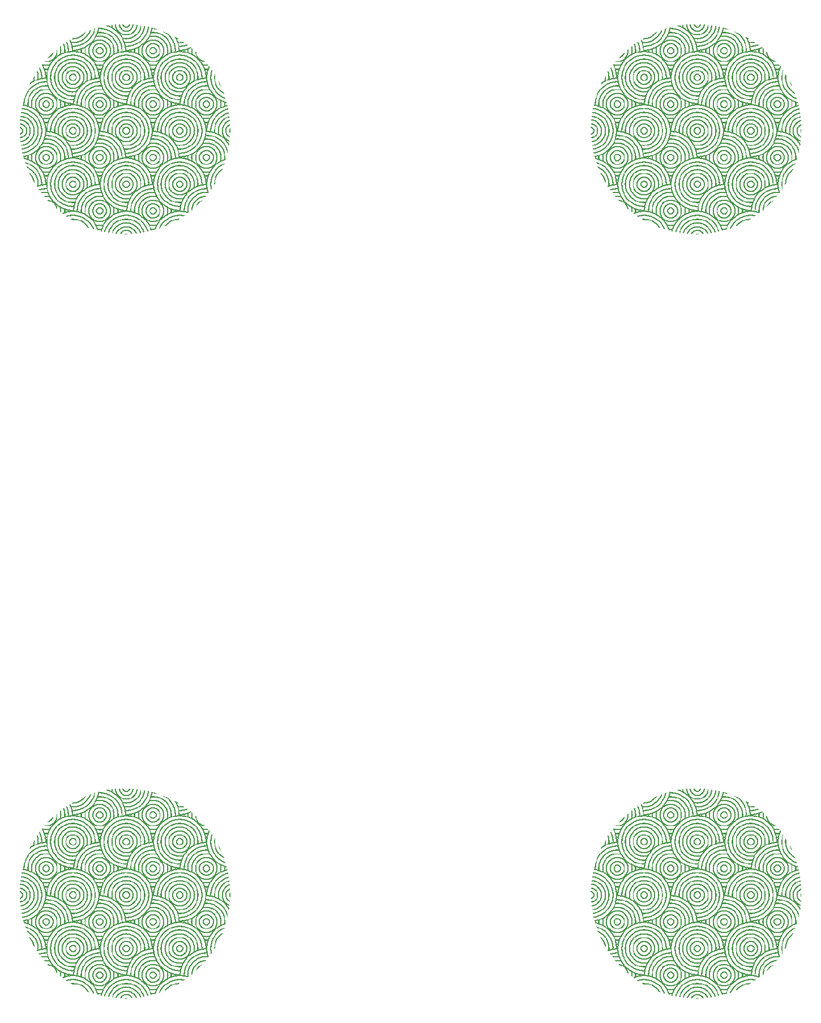
<source format=gbo>
G04*
G04 #@! TF.GenerationSoftware,Altium Limited,Altium Designer,21.0.8 (223)*
G04*
G04 Layer_Color=32896*
%FSLAX25Y25*%
%MOIN*%
G70*
G04*
G04 #@! TF.SameCoordinates,BE5F0130-CAB9-40B4-B503-F0A0EBAF52F2*
G04*
G04*
G04 #@! TF.FilePolarity,Positive*
G04*
G01*
G75*
G36*
X1950Y62261D02*
X2264D01*
Y61947D01*
Y61633D01*
X1950D01*
Y61004D01*
X1322D01*
Y60690D01*
X1007D01*
Y60376D01*
X-878D01*
Y60690D01*
X-1192D01*
Y61004D01*
X-1821D01*
Y61633D01*
X-2135D01*
Y62575D01*
X-1506D01*
Y61947D01*
X-1192D01*
Y61633D01*
X-878D01*
Y61318D01*
X-564D01*
Y61004D01*
X693D01*
Y61318D01*
X1007D01*
Y61633D01*
X1322D01*
Y61947D01*
X1636D01*
Y62575D01*
X1950D01*
Y62261D01*
D02*
G37*
G36*
X18918Y59119D02*
X18604D01*
Y59433D01*
X18918D01*
Y59119D01*
D02*
G37*
G36*
X-5906Y61004D02*
X-5591D01*
Y60062D01*
X-5277D01*
Y59433D01*
X-4963D01*
Y59119D01*
X-4649D01*
Y58805D01*
X-4334D01*
Y58176D01*
X-3706D01*
Y57862D01*
X-3392D01*
Y57548D01*
X-3077D01*
Y57234D01*
X-2449D01*
Y56919D01*
X-1506D01*
Y56605D01*
X1636D01*
Y56919D01*
X2578D01*
Y57234D01*
X3207D01*
Y57548D01*
X3521D01*
Y57862D01*
X3835D01*
Y58176D01*
X4150D01*
Y58491D01*
X4464D01*
Y58805D01*
X4778D01*
Y59119D01*
X5092D01*
Y59433D01*
X5407D01*
Y60062D01*
X5721D01*
Y61004D01*
X6035D01*
Y61947D01*
X6663D01*
Y60690D01*
X6349D01*
Y59747D01*
X6035D01*
Y59119D01*
X5721D01*
Y58805D01*
X5407D01*
Y58176D01*
X5092D01*
Y57862D01*
X4778D01*
Y57548D01*
X4464D01*
Y57234D01*
X3835D01*
Y56919D01*
X3521D01*
Y56605D01*
X2893D01*
Y56291D01*
X1950D01*
Y55977D01*
X-1821D01*
Y56291D01*
X-2763D01*
Y56605D01*
X-3392D01*
Y56291D01*
X-3077D01*
Y55977D01*
X-2763D01*
Y55663D01*
X-2449D01*
Y55034D01*
X-2135D01*
Y54720D01*
X-1821D01*
Y54406D01*
X1950D01*
Y54720D01*
X3207D01*
Y55034D01*
X3835D01*
Y55348D01*
X4464D01*
Y55663D01*
X4778D01*
Y55977D01*
X5092D01*
Y56291D01*
X5721D01*
Y56605D01*
X6035D01*
Y56919D01*
X6349D01*
Y57234D01*
X6663D01*
Y57862D01*
X6978D01*
Y58176D01*
X7292D01*
Y58805D01*
X7606D01*
Y59433D01*
X7920D01*
Y60690D01*
X8235D01*
Y61633D01*
X8863D01*
Y60376D01*
X8549D01*
Y59119D01*
X8235D01*
Y58491D01*
X7920D01*
Y57862D01*
X7606D01*
Y57548D01*
X7292D01*
Y57234D01*
X6978D01*
Y56605D01*
X6663D01*
Y56291D01*
X6349D01*
Y55977D01*
X6035D01*
Y55663D01*
X5721D01*
Y55348D01*
X5092D01*
Y55034D01*
X4778D01*
Y54720D01*
X4150D01*
Y54406D01*
X3521D01*
Y54091D01*
X2578D01*
Y53777D01*
X379D01*
Y53463D01*
X-249D01*
Y53777D01*
X-1506D01*
Y53149D01*
X-1192D01*
Y52520D01*
X-878D01*
Y52206D01*
X2578D01*
Y52520D01*
X3521D01*
Y52834D01*
X4464D01*
Y53149D01*
X5092D01*
Y53463D01*
X5721D01*
Y53777D01*
X6035D01*
Y54091D01*
X6349D01*
Y54406D01*
X6978D01*
Y54720D01*
X7292D01*
Y55034D01*
X7606D01*
Y55348D01*
X7920D01*
Y55663D01*
X8235D01*
Y56291D01*
X8549D01*
Y56605D01*
X8863D01*
Y57234D01*
X9177D01*
Y57548D01*
X9491D01*
Y58176D01*
X9806D01*
Y59119D01*
X10120D01*
Y60062D01*
X10434D01*
Y61318D01*
X11062D01*
Y59747D01*
X10748D01*
Y58805D01*
X10434D01*
Y57862D01*
X10120D01*
Y57234D01*
X9806D01*
Y56605D01*
X9491D01*
Y56291D01*
X9177D01*
Y55977D01*
X8863D01*
Y55348D01*
X8549D01*
Y55034D01*
X8235D01*
Y54720D01*
X7920D01*
Y54406D01*
X7606D01*
Y54091D01*
X7292D01*
Y53777D01*
X6663D01*
Y53463D01*
X6349D01*
Y53149D01*
X6035D01*
Y52834D01*
X5407D01*
Y52520D01*
X4778D01*
Y52206D01*
X3835D01*
Y51892D01*
X2893D01*
Y51578D01*
X1007D01*
Y51263D01*
X-564D01*
Y50635D01*
X-249D01*
Y49692D01*
X1007D01*
Y50007D01*
X2893D01*
Y50321D01*
X4150D01*
Y50635D01*
X5092D01*
Y50949D01*
X5721D01*
Y51263D01*
X6349D01*
Y51578D01*
X6663D01*
Y51892D01*
X7292D01*
Y52206D01*
X7606D01*
Y52520D01*
X8235D01*
Y52834D01*
X8549D01*
Y53149D01*
X8863D01*
Y53463D01*
X9177D01*
Y53777D01*
X9491D01*
Y54091D01*
X9806D01*
Y54406D01*
X10120D01*
Y55034D01*
X10434D01*
Y55348D01*
X10748D01*
Y55977D01*
X11062D01*
Y56291D01*
X11377D01*
Y56919D01*
X11691D01*
Y57548D01*
X12005D01*
Y58491D01*
X12319D01*
Y59747D01*
X12634D01*
Y61004D01*
X13262D01*
Y59433D01*
X12948D01*
Y58176D01*
X12634D01*
Y57548D01*
X12319D01*
Y56605D01*
X12005D01*
Y55977D01*
X11691D01*
Y55663D01*
X11377D01*
Y55034D01*
X11062D01*
Y54720D01*
X10748D01*
Y54091D01*
X10434D01*
Y53777D01*
X10120D01*
Y53463D01*
X9806D01*
Y53149D01*
X9491D01*
Y52834D01*
X9177D01*
Y52520D01*
X8863D01*
Y52206D01*
X8549D01*
Y51892D01*
X7920D01*
Y51578D01*
X7606D01*
Y51263D01*
X6978D01*
Y50949D01*
X6663D01*
Y50635D01*
X6035D01*
Y50321D01*
X5092D01*
Y50007D01*
X4464D01*
Y49692D01*
X3207D01*
Y49378D01*
X1636D01*
Y49064D01*
X-249D01*
Y48750D01*
X65D01*
Y47493D01*
X1636D01*
Y47807D01*
X3521D01*
Y48121D01*
X4778D01*
Y48435D01*
X5407D01*
Y48750D01*
X6349D01*
Y49064D01*
X6978D01*
Y49378D01*
X7606D01*
Y49692D01*
X7920D01*
Y50007D01*
X8549D01*
Y50321D01*
X8863D01*
Y50635D01*
X9177D01*
Y50949D01*
X9806D01*
Y51263D01*
X10120D01*
Y51578D01*
X10434D01*
Y51892D01*
X10748D01*
Y52206D01*
X11062D01*
Y52520D01*
X11377D01*
Y52834D01*
X11691D01*
Y53463D01*
X12005D01*
Y53777D01*
X12319D01*
Y54091D01*
X12634D01*
Y54720D01*
X12948D01*
Y55034D01*
X13262D01*
Y55663D01*
X13576D01*
Y56291D01*
X13891D01*
Y57234D01*
X14205D01*
Y58176D01*
X14519D01*
Y59119D01*
X14833D01*
Y60376D01*
X15776D01*
Y60062D01*
X17033D01*
Y59747D01*
X17975D01*
Y59433D01*
X16404D01*
Y59747D01*
X15462D01*
Y58805D01*
X15147D01*
Y58176D01*
X16718D01*
Y57862D01*
X18604D01*
Y57548D01*
X19547D01*
Y57234D01*
X20489D01*
Y56919D01*
X21118D01*
Y56605D01*
X21432D01*
Y56291D01*
X22060D01*
Y55977D01*
X22375D01*
Y55663D01*
X23003D01*
Y55348D01*
X23317D01*
Y55034D01*
X23631D01*
Y54720D01*
X23946D01*
Y54406D01*
X24260D01*
Y54091D01*
X24574D01*
Y53463D01*
X24888D01*
Y53149D01*
X25203D01*
Y52520D01*
X25517D01*
Y52206D01*
X25831D01*
Y51578D01*
X26145D01*
Y50635D01*
X26459D01*
Y49692D01*
X26774D01*
Y47807D01*
X27088D01*
Y46236D01*
X27716D01*
Y46550D01*
X28659D01*
Y47807D01*
X28345D01*
Y49692D01*
X28030D01*
Y50949D01*
X27716D01*
Y51578D01*
X27402D01*
Y52520D01*
X27088D01*
Y53149D01*
X26774D01*
Y53463D01*
X26459D01*
Y54091D01*
X26145D01*
Y54406D01*
X25831D01*
Y54720D01*
X25517D01*
Y55348D01*
X25203D01*
Y55663D01*
X24888D01*
Y55977D01*
X24574D01*
Y56291D01*
X24260D01*
Y56605D01*
X23631D01*
Y56919D01*
X23317D01*
Y57234D01*
X23003D01*
Y57548D01*
X22375D01*
Y57862D01*
X21746D01*
Y58176D01*
X22375D01*
Y57862D01*
X23003D01*
Y57548D01*
X23946D01*
Y57234D01*
X24574D01*
Y56919D01*
X24888D01*
Y56605D01*
X25203D01*
Y56291D01*
X25517D01*
Y55977D01*
X25831D01*
Y55663D01*
X26145D01*
Y55348D01*
X26459D01*
Y54720D01*
X26774D01*
Y54406D01*
X27088D01*
Y53777D01*
X27402D01*
Y53463D01*
X27716D01*
Y52834D01*
X28030D01*
Y51892D01*
X28345D01*
Y51263D01*
X28659D01*
Y50007D01*
X28973D01*
Y48435D01*
X29287D01*
Y46550D01*
X29602D01*
Y46864D01*
X30859D01*
Y48435D01*
X30544D01*
Y50321D01*
X30230D01*
Y51263D01*
X29916D01*
Y52206D01*
X29602D01*
Y53149D01*
X29287D01*
Y53777D01*
X28973D01*
Y54406D01*
X28659D01*
Y54720D01*
X28345D01*
Y55034D01*
X28973D01*
Y54720D01*
X29602D01*
Y54406D01*
X30230D01*
Y54091D01*
X30544D01*
Y53777D01*
X29916D01*
Y53149D01*
X30230D01*
Y52520D01*
X30544D01*
Y52206D01*
X31173D01*
Y51892D01*
X31487D01*
Y52206D01*
X33687D01*
Y51892D01*
X34001D01*
Y51578D01*
X32430D01*
Y51263D01*
X30859D01*
Y50635D01*
X31173D01*
Y49692D01*
X32430D01*
Y50007D01*
X34315D01*
Y50321D01*
X35572D01*
Y50635D01*
X35886D01*
Y50321D01*
X36200D01*
Y50007D01*
X35886D01*
Y49692D01*
X34629D01*
Y49378D01*
X33058D01*
Y49064D01*
X31173D01*
Y48750D01*
X31487D01*
Y47493D01*
X33058D01*
Y47807D01*
X34944D01*
Y48121D01*
X35886D01*
Y48435D01*
X36829D01*
Y48750D01*
X37771D01*
Y49064D01*
X38086D01*
Y48750D01*
X38400D01*
Y48435D01*
X38714D01*
Y48121D01*
X39028D01*
Y44979D01*
X39343D01*
Y44665D01*
X39657D01*
Y44350D01*
X40285D01*
Y44036D01*
X40600D01*
Y43722D01*
X40914D01*
Y43408D01*
X41228D01*
Y44036D01*
X40914D01*
Y44979D01*
X40600D01*
Y46550D01*
X40914D01*
Y46236D01*
X41228D01*
Y45293D01*
X41542D01*
Y44350D01*
X41856D01*
Y43722D01*
X42171D01*
Y43408D01*
X42485D01*
Y42779D01*
X42799D01*
Y42465D01*
X43113D01*
Y42151D01*
X43742D01*
Y41837D01*
X44056D01*
Y41522D01*
X44684D01*
Y41208D01*
X45627D01*
Y40894D01*
X46255D01*
Y40580D01*
X46570D01*
Y40266D01*
X45313D01*
Y40580D01*
X44370D01*
Y40894D01*
X43742D01*
Y40580D01*
X44056D01*
Y40266D01*
X44370D01*
Y39951D01*
X44684D01*
Y39323D01*
X44999D01*
Y39009D01*
X45313D01*
Y38695D01*
X48141D01*
Y38380D01*
X48455D01*
Y38066D01*
X45627D01*
Y37438D01*
X45941D01*
Y36809D01*
X46255D01*
Y36495D01*
X48141D01*
Y36809D01*
X48455D01*
Y37752D01*
X49084D01*
Y36495D01*
X48769D01*
Y35552D01*
X48455D01*
Y34610D01*
X48141D01*
Y32724D01*
X47827D01*
Y29582D01*
X48141D01*
Y27697D01*
X48455D01*
Y26754D01*
X48769D01*
Y25811D01*
X49084D01*
Y24869D01*
X49398D01*
Y24240D01*
X49712D01*
Y23612D01*
X50026D01*
Y23298D01*
X50340D01*
Y22669D01*
X50655D01*
Y22355D01*
X50969D01*
Y21726D01*
X51283D01*
Y21412D01*
X51597D01*
Y21098D01*
X51911D01*
Y20784D01*
X52226D01*
Y20470D01*
X52540D01*
Y20155D01*
X52854D01*
Y19841D01*
X53168D01*
Y19527D01*
X53483D01*
Y19213D01*
X54111D01*
Y18899D01*
X54425D01*
Y18584D01*
X55054D01*
Y18270D01*
X55368D01*
Y17956D01*
X55996D01*
Y17642D01*
X56625D01*
Y17327D01*
X57568D01*
Y17013D01*
X58196D01*
Y16699D01*
X59139D01*
Y16071D01*
X58510D01*
Y14814D01*
X59139D01*
Y15128D01*
X59453D01*
Y14814D01*
X59767D01*
Y14499D01*
X59453D01*
Y14185D01*
X58510D01*
Y13871D01*
X57568D01*
Y13557D01*
X56625D01*
Y13242D01*
X55996D01*
Y12928D01*
X55368D01*
Y12614D01*
X55054D01*
Y12300D01*
X54425D01*
Y11986D01*
X54111D01*
Y11671D01*
X53797D01*
Y11357D01*
X53168D01*
Y11043D01*
X52854D01*
Y10729D01*
X52540D01*
Y10414D01*
X52226D01*
Y10100D01*
X51911D01*
Y9786D01*
X51597D01*
Y9472D01*
X51283D01*
Y8843D01*
X50969D01*
Y8529D01*
X50655D01*
Y8215D01*
X50340D01*
Y7586D01*
X50026D01*
Y7272D01*
X49712D01*
Y6644D01*
X49398D01*
Y6015D01*
X49084D01*
Y5073D01*
X48769D01*
Y4130D01*
X48455D01*
Y3187D01*
X48141D01*
Y1302D01*
X47827D01*
Y-269D01*
X49084D01*
Y-583D01*
X49398D01*
Y1302D01*
X49712D01*
Y2873D01*
X50026D01*
Y4130D01*
X50340D01*
Y4758D01*
X50655D01*
Y5701D01*
X50969D01*
Y6329D01*
X51283D01*
Y6644D01*
X51597D01*
Y7272D01*
X51911D01*
Y7586D01*
X52226D01*
Y8215D01*
X52540D01*
Y8529D01*
X52854D01*
Y8843D01*
X53168D01*
Y9158D01*
X53483D01*
Y9472D01*
X53797D01*
Y9786D01*
X54111D01*
Y10100D01*
X54425D01*
Y10414D01*
X55054D01*
Y10729D01*
X55368D01*
Y11043D01*
X55996D01*
Y11357D01*
X56311D01*
Y11671D01*
X56939D01*
Y11986D01*
X57882D01*
Y12300D01*
X58510D01*
Y12614D01*
X59453D01*
Y12928D01*
X60081D01*
Y11986D01*
X58824D01*
Y11671D01*
X58196D01*
Y11357D01*
X57253D01*
Y11043D01*
X56625D01*
Y10729D01*
X56311D01*
Y10414D01*
X55682D01*
Y10100D01*
X55368D01*
Y9786D01*
X54739D01*
Y9472D01*
X54425D01*
Y9158D01*
X54111D01*
Y8843D01*
X53797D01*
Y8529D01*
X53483D01*
Y8215D01*
X53168D01*
Y7901D01*
X52854D01*
Y7272D01*
X52540D01*
Y6958D01*
X52226D01*
Y6329D01*
X51911D01*
Y6015D01*
X51597D01*
Y5387D01*
X51283D01*
Y4444D01*
X50969D01*
Y3816D01*
X50655D01*
Y2559D01*
X50340D01*
Y674D01*
X50026D01*
Y-583D01*
X50969D01*
Y-898D01*
X51597D01*
Y674D01*
X51911D01*
Y2559D01*
X52226D01*
Y3501D01*
X52540D01*
Y4444D01*
X52854D01*
Y5073D01*
X53168D01*
Y5387D01*
X53483D01*
Y6015D01*
X53797D01*
Y6329D01*
X54111D01*
Y6958D01*
X54425D01*
Y7272D01*
X54739D01*
Y7586D01*
X55054D01*
Y7901D01*
X55368D01*
Y8215D01*
X55682D01*
Y8529D01*
X56311D01*
Y8843D01*
X56625D01*
Y9158D01*
X56939D01*
Y9472D01*
X57568D01*
Y9786D01*
X58196D01*
Y10100D01*
X59139D01*
Y10414D01*
X60081D01*
Y10729D01*
X60395D01*
Y9786D01*
X59453D01*
Y9472D01*
X58510D01*
Y9158D01*
X57882D01*
Y8843D01*
X57568D01*
Y8529D01*
X56939D01*
Y8215D01*
X56625D01*
Y7901D01*
X55996D01*
Y7586D01*
X55682D01*
Y7272D01*
X55368D01*
Y6958D01*
X55054D01*
Y6644D01*
X54739D01*
Y6015D01*
X54425D01*
Y5701D01*
X54111D01*
Y5073D01*
X53797D01*
Y4758D01*
X53483D01*
Y4130D01*
X53168D01*
Y3187D01*
X52854D01*
Y2245D01*
X52540D01*
Y-1212D01*
X52854D01*
Y-1526D01*
X53483D01*
Y-1840D01*
X54111D01*
Y2245D01*
X54425D01*
Y2873D01*
X54739D01*
Y3816D01*
X55054D01*
Y4444D01*
X55368D01*
Y4758D01*
X55682D01*
Y5387D01*
X55996D01*
Y5701D01*
X56311D01*
Y6015D01*
X56625D01*
Y6329D01*
X56939D01*
Y6644D01*
X57253D01*
Y6958D01*
X57882D01*
Y7272D01*
X58510D01*
Y7586D01*
X58824D01*
Y7901D01*
X59767D01*
Y8215D01*
X60395D01*
Y8529D01*
X60710D01*
Y7586D01*
X59767D01*
Y7272D01*
X59139D01*
Y6958D01*
X58510D01*
Y6644D01*
X58196D01*
Y6329D01*
X57882D01*
Y6015D01*
X57253D01*
Y5701D01*
X56939D01*
Y5387D01*
X56625D01*
Y4758D01*
X56311D01*
Y4444D01*
X55996D01*
Y4130D01*
X55682D01*
Y3501D01*
X55368D01*
Y2873D01*
X55054D01*
Y1616D01*
X54739D01*
Y-2155D01*
X55054D01*
Y-2469D01*
X55368D01*
Y-2783D01*
X55996D01*
Y-3097D01*
X56311D01*
Y-3411D01*
X56625D01*
Y-3726D01*
X56939D01*
Y-3097D01*
X56625D01*
Y-2155D01*
X56311D01*
Y1616D01*
X56625D01*
Y2559D01*
X56939D01*
Y3187D01*
X57253D01*
Y3501D01*
X57568D01*
Y4130D01*
X57882D01*
Y4444D01*
X58196D01*
Y4758D01*
X58510D01*
Y5073D01*
X59139D01*
Y5387D01*
X59453D01*
Y5701D01*
X60081D01*
Y6015D01*
X61024D01*
Y5387D01*
X60395D01*
Y5073D01*
X59767D01*
Y4758D01*
X59453D01*
Y4444D01*
X59139D01*
Y4130D01*
X58824D01*
Y3816D01*
X58510D01*
Y3501D01*
X58196D01*
Y3187D01*
X57882D01*
Y2873D01*
X57568D01*
Y2245D01*
X57253D01*
Y1302D01*
X56939D01*
Y-1840D01*
X57253D01*
Y-2783D01*
X57568D01*
Y-3411D01*
X57882D01*
Y-3726D01*
X58196D01*
Y-4040D01*
X58510D01*
Y-4668D01*
X59139D01*
Y-4983D01*
X59453D01*
Y-5297D01*
X59767D01*
Y-5611D01*
X60395D01*
Y-5925D01*
X60710D01*
Y-6554D01*
X60081D01*
Y-6239D01*
X59453D01*
Y-6554D01*
X59767D01*
Y-6868D01*
X60081D01*
Y-7182D01*
X60395D01*
Y-7811D01*
X60710D01*
Y-8439D01*
X60395D01*
Y-8753D01*
X60081D01*
Y-8125D01*
X59767D01*
Y-7496D01*
X59453D01*
Y-7182D01*
X59139D01*
Y-6868D01*
X58824D01*
Y-6239D01*
X58510D01*
Y-5925D01*
X58196D01*
Y-5611D01*
X57882D01*
Y-5297D01*
X57568D01*
Y-4983D01*
X57253D01*
Y-4668D01*
X56939D01*
Y-4354D01*
X56311D01*
Y-4040D01*
X55996D01*
Y-3726D01*
X55682D01*
Y-3411D01*
X55054D01*
Y-3097D01*
X54739D01*
Y-2783D01*
X54111D01*
Y-2469D01*
X53483D01*
Y-2155D01*
X52540D01*
Y-1840D01*
X51911D01*
Y-1526D01*
X50655D01*
Y-1212D01*
X48769D01*
Y-898D01*
X47198D01*
Y-2155D01*
X46884D01*
Y-2469D01*
X48769D01*
Y-2783D01*
X50340D01*
Y-3097D01*
X51597D01*
Y-3411D01*
X52226D01*
Y-3726D01*
X53168D01*
Y-4040D01*
X53797D01*
Y-4354D01*
X54111D01*
Y-4668D01*
X54739D01*
Y-4983D01*
X55054D01*
Y-5297D01*
X55682D01*
Y-5611D01*
X55996D01*
Y-5925D01*
X56311D01*
Y-6239D01*
X56625D01*
Y-6554D01*
X56939D01*
Y-6868D01*
X57253D01*
Y-7182D01*
X57568D01*
Y-7496D01*
X57882D01*
Y-8125D01*
X58196D01*
Y-8439D01*
X58510D01*
Y-9067D01*
X58824D01*
Y-9696D01*
X59139D01*
Y-10010D01*
X59453D01*
Y-10953D01*
X59767D01*
Y-13152D01*
X59453D01*
Y-11895D01*
X59139D01*
Y-11267D01*
X58824D01*
Y-10953D01*
Y-10639D01*
Y-10324D01*
X58510D01*
Y-9696D01*
X58196D01*
Y-9382D01*
X57882D01*
Y-8753D01*
X57568D01*
Y-8439D01*
X57253D01*
Y-7811D01*
X56939D01*
Y-7496D01*
X56625D01*
Y-7182D01*
X56311D01*
Y-6868D01*
X55996D01*
Y-6554D01*
X55682D01*
Y-6239D01*
X55368D01*
Y-5925D01*
X54739D01*
Y-5611D01*
X54425D01*
Y-5297D01*
X53797D01*
Y-4983D01*
X53483D01*
Y-4668D01*
X52854D01*
Y-4354D01*
X52226D01*
Y-4040D01*
X51283D01*
Y-3726D01*
X50026D01*
Y-3411D01*
X47827D01*
Y-3097D01*
X46884D01*
Y-4040D01*
X46570D01*
Y-4668D01*
X48141D01*
Y-4983D01*
X50026D01*
Y-5297D01*
X50969D01*
Y-5611D01*
X51911D01*
Y-5925D01*
X52540D01*
Y-6239D01*
X52854D01*
Y-6554D01*
X53483D01*
Y-6868D01*
X53797D01*
Y-7182D01*
X54425D01*
Y-7496D01*
X54739D01*
Y-7811D01*
X55054D01*
Y-8125D01*
X55368D01*
Y-8439D01*
X55682D01*
Y-8753D01*
X55996D01*
Y-9382D01*
X56311D01*
Y-9696D01*
X56625D01*
Y-10324D01*
X56939D01*
Y-10639D01*
X57253D01*
Y-11267D01*
X57568D01*
Y-12210D01*
X57882D01*
Y-13152D01*
X58196D01*
Y-15038D01*
X58510D01*
Y-16609D01*
X58824D01*
Y-16923D01*
X58510D01*
Y-17551D01*
X57568D01*
Y-17866D01*
X56625D01*
Y-18180D01*
X55996D01*
Y-18494D01*
X55368D01*
Y-18808D01*
X55054D01*
Y-19123D01*
X54425D01*
Y-19437D01*
X54111D01*
Y-19751D01*
X53483D01*
Y-20065D01*
X53168D01*
Y-20379D01*
X52854D01*
Y-20694D01*
X52540D01*
Y-21008D01*
X52226D01*
Y-21322D01*
X51911D01*
Y-21636D01*
X51597D01*
Y-21950D01*
X51283D01*
Y-22265D01*
X50969D01*
Y-22893D01*
X50655D01*
Y-23207D01*
X50340D01*
Y-23836D01*
X50026D01*
Y-24150D01*
X49712D01*
Y-24779D01*
X49398D01*
Y-25407D01*
X49084D01*
Y-26350D01*
X48769D01*
Y-27292D01*
X48455D01*
Y-28235D01*
X48141D01*
Y-30120D01*
X47827D01*
Y-33263D01*
X48141D01*
Y-35148D01*
X48455D01*
Y-36405D01*
X48769D01*
Y-36719D01*
X48455D01*
Y-37033D01*
X44684D01*
Y-37347D01*
X43742D01*
Y-37662D01*
X42799D01*
Y-37976D01*
X42171D01*
Y-38290D01*
X41856D01*
Y-38604D01*
X41228D01*
Y-38919D01*
X40914D01*
Y-39233D01*
X40285D01*
Y-39547D01*
X39971D01*
Y-39861D01*
X39657D01*
Y-40175D01*
X39343D01*
Y-40490D01*
X39028D01*
Y-41118D01*
X38714D01*
Y-41432D01*
X38400D01*
Y-42061D01*
X38086D01*
Y-42375D01*
X37771D01*
Y-43003D01*
X37457D01*
Y-43946D01*
X37143D01*
Y-44889D01*
X36829D01*
Y-48659D01*
X36200D01*
Y-48974D01*
X35886D01*
Y-48659D01*
X34944D01*
Y-48345D01*
X33058D01*
Y-48031D01*
X29916D01*
Y-48345D01*
X28030D01*
Y-48659D01*
X27088D01*
Y-48974D01*
X26145D01*
Y-49288D01*
X25203D01*
Y-49602D01*
X24574D01*
Y-49916D01*
X24260D01*
Y-50231D01*
X23631D01*
Y-50545D01*
X23003D01*
Y-50859D01*
X22689D01*
Y-51173D01*
X22375D01*
Y-51487D01*
X21746D01*
Y-51802D01*
X21432D01*
Y-52116D01*
X21118D01*
Y-52430D01*
X20803D01*
Y-52744D01*
X20489D01*
Y-53058D01*
X20175D01*
Y-53373D01*
X19861D01*
Y-53687D01*
X19547D01*
Y-54315D01*
X19232D01*
Y-54630D01*
X18918D01*
Y-55258D01*
X18604D01*
Y-55572D01*
X18290D01*
Y-56201D01*
X17975D01*
Y-56829D01*
X17661D01*
Y-57772D01*
X17347D01*
Y-58400D01*
X17033D01*
Y-58714D01*
X15147D01*
Y-59029D01*
X14519D01*
Y-58714D01*
X14205D01*
Y-57772D01*
X13891D01*
Y-56829D01*
X13576D01*
Y-56201D01*
X13262D01*
Y-55572D01*
X12948D01*
Y-55258D01*
X12634D01*
Y-54630D01*
X12319D01*
Y-54315D01*
X12005D01*
Y-54001D01*
X11691D01*
Y-53373D01*
X11377D01*
Y-53058D01*
X11062D01*
Y-52744D01*
X10748D01*
Y-52430D01*
X10434D01*
Y-52116D01*
X10120D01*
Y-51802D01*
X9806D01*
Y-51487D01*
X9177D01*
Y-51173D01*
X8863D01*
Y-50859D01*
X8549D01*
Y-50545D01*
X7920D01*
Y-50231D01*
X7606D01*
Y-49916D01*
X6978D01*
Y-49602D01*
X6349D01*
Y-49288D01*
X5407D01*
Y-48974D01*
X4464D01*
Y-48659D01*
X3521D01*
Y-48345D01*
X1636D01*
Y-48031D01*
X-1506D01*
Y-48345D01*
X-3392D01*
Y-48659D01*
X-4334D01*
Y-48974D01*
X-5277D01*
Y-49288D01*
X-6220D01*
Y-49602D01*
X-6848D01*
Y-49916D01*
X-7477D01*
Y-50231D01*
X-7791D01*
Y-50545D01*
X-8419D01*
Y-50859D01*
X-8733D01*
Y-51173D01*
X-9048D01*
Y-51487D01*
X-9676D01*
Y-51802D01*
X-9990D01*
Y-52116D01*
X-10305D01*
Y-52430D01*
X-10619D01*
Y-52744D01*
X-10933D01*
Y-53058D01*
X-11247D01*
Y-53373D01*
X-11562D01*
Y-54001D01*
X-11876D01*
Y-54315D01*
X-12190D01*
Y-54630D01*
X-12504D01*
Y-55258D01*
X-12818D01*
Y-55572D01*
X-13133D01*
Y-56201D01*
X-13447D01*
Y-56829D01*
X-13761D01*
Y-57772D01*
X-14075D01*
Y-58400D01*
X-14390D01*
Y-59657D01*
X-15018D01*
Y-58714D01*
X-16275D01*
Y-59029D01*
X-16903D01*
Y-58400D01*
X-17218D01*
Y-57772D01*
X-17532D01*
Y-56829D01*
X-17846D01*
Y-56201D01*
X-18160D01*
Y-55572D01*
X-18474D01*
Y-55258D01*
X-18789D01*
Y-54630D01*
X-19103D01*
Y-54315D01*
X-19417D01*
Y-53687D01*
X-19731D01*
Y-53373D01*
X-20045D01*
Y-53058D01*
X-20360D01*
Y-52744D01*
X-20674D01*
Y-52430D01*
X-20988D01*
Y-52116D01*
X-21302D01*
Y-51802D01*
X-21617D01*
Y-51487D01*
X-22245D01*
Y-51173D01*
X-22559D01*
Y-50859D01*
X-22873D01*
Y-50545D01*
X-23502D01*
Y-50231D01*
X-24130D01*
Y-49916D01*
X-24445D01*
Y-49602D01*
X-25073D01*
Y-49288D01*
X-26016D01*
Y-48974D01*
X-26958D01*
Y-48659D01*
X-27901D01*
Y-48345D01*
X-29787D01*
Y-48031D01*
X-32929D01*
Y-48345D01*
X-34814D01*
Y-48659D01*
X-35757D01*
Y-48974D01*
X-36699D01*
Y-49288D01*
X-37328D01*
Y-48974D01*
X-37642D01*
Y-48659D01*
X-37014D01*
Y-48345D01*
X-36699D01*
Y-46460D01*
X-37014D01*
Y-46146D01*
X-37642D01*
Y-45831D01*
X-38270D01*
Y-48345D01*
X-38585D01*
Y-48031D01*
X-38899D01*
Y-45517D01*
X-39213D01*
Y-45203D01*
X-39527D01*
Y-44889D01*
X-40156D01*
Y-44574D01*
X-40470D01*
Y-44260D01*
X-40784D01*
Y-43946D01*
X-41098D01*
Y-44574D01*
X-40784D01*
Y-45517D01*
X-40470D01*
Y-46460D01*
X-40784D01*
Y-46146D01*
X-41098D01*
Y-45831D01*
X-41413D01*
Y-44889D01*
X-41727D01*
Y-44260D01*
X-42041D01*
Y-43946D01*
X-42355D01*
Y-43318D01*
X-42670D01*
Y-43003D01*
X-42984D01*
Y-42689D01*
X-43612D01*
Y-42375D01*
X-43927D01*
Y-42061D01*
X-44555D01*
Y-41747D01*
X-45498D01*
Y-41432D01*
X-46126D01*
Y-41118D01*
X-46440D01*
Y-40804D01*
X-45183D01*
Y-41118D01*
X-44241D01*
Y-41432D01*
X-43927D01*
Y-40804D01*
X-44241D01*
Y-40490D01*
X-44555D01*
Y-39861D01*
X-44869D01*
Y-39547D01*
X-45183D01*
Y-39233D01*
X-48011D01*
Y-38919D01*
X-48326D01*
Y-38604D01*
X-45498D01*
Y-37976D01*
X-45812D01*
Y-37347D01*
X-46126D01*
Y-37033D01*
X-49897D01*
Y-36405D01*
X-48326D01*
Y-36090D01*
X-46440D01*
Y-35462D01*
X-46755D01*
Y-34519D01*
X-47697D01*
Y-34834D01*
X-49897D01*
Y-35148D01*
X-51154D01*
Y-34834D01*
X-51468D01*
Y-34519D01*
X-50211D01*
Y-34205D01*
X-48640D01*
Y-33891D01*
X-46755D01*
Y-33577D01*
X-47069D01*
Y-32320D01*
X-48640D01*
Y-32634D01*
X-50525D01*
Y-32948D01*
X-51468D01*
Y-33263D01*
X-52725D01*
Y-32634D01*
X-52411D01*
Y-29178D01*
X-52725D01*
Y-28235D01*
X-53039D01*
Y-27292D01*
X-53353D01*
Y-26664D01*
X-53667D01*
Y-26350D01*
X-53982D01*
Y-25721D01*
X-54296D01*
Y-25407D01*
X-54610D01*
Y-25093D01*
X-54924D01*
Y-24464D01*
X-55238D01*
Y-24150D01*
X-55553D01*
Y-23836D01*
X-55867D01*
Y-23522D01*
X-56495D01*
Y-23207D01*
X-56810D01*
Y-22893D01*
X-57438D01*
Y-22579D01*
X-57752D01*
Y-22265D01*
X-58381D01*
Y-21636D01*
X-58695D01*
Y-21322D01*
X-58066D01*
Y-21636D01*
X-57438D01*
Y-21950D01*
X-57124D01*
Y-22265D01*
X-56495D01*
Y-22579D01*
X-56181D01*
Y-22893D01*
X-55553D01*
Y-23207D01*
X-55238D01*
Y-23522D01*
X-54924D01*
Y-23836D01*
X-54610D01*
Y-24150D01*
X-54296D01*
Y-24464D01*
X-53982D01*
Y-25093D01*
X-53667D01*
Y-25407D01*
X-53353D01*
Y-25721D01*
X-53039D01*
Y-26350D01*
X-52725D01*
Y-26978D01*
X-52411D01*
Y-27921D01*
X-52096D01*
Y-28863D01*
X-51782D01*
Y-30749D01*
X-51468D01*
Y-32320D01*
X-50839D01*
Y-32006D01*
X-50211D01*
Y-31691D01*
X-49897D01*
Y-30749D01*
X-50211D01*
Y-28863D01*
X-50525D01*
Y-27606D01*
X-50839D01*
Y-26978D01*
X-51154D01*
Y-26035D01*
X-51468D01*
Y-25407D01*
X-51782D01*
Y-25093D01*
X-52096D01*
Y-24464D01*
X-52411D01*
Y-24150D01*
X-52725D01*
Y-23522D01*
X-53039D01*
Y-23207D01*
X-53353D01*
Y-22893D01*
X-53667D01*
Y-22579D01*
X-53982D01*
Y-22265D01*
X-54296D01*
Y-21950D01*
X-54610D01*
Y-21636D01*
X-55238D01*
Y-21322D01*
X-55553D01*
Y-21008D01*
X-56181D01*
Y-20694D01*
X-56495D01*
Y-20379D01*
X-57124D01*
Y-20065D01*
X-58066D01*
Y-19751D01*
X-58695D01*
Y-19437D01*
X-59323D01*
Y-18808D01*
X-59638D01*
Y-18494D01*
X-59323D01*
Y-18808D01*
X-58381D01*
Y-19123D01*
X-57752D01*
Y-19437D01*
X-56810D01*
Y-19751D01*
X-56181D01*
Y-20065D01*
X-55867D01*
Y-20379D01*
X-55238D01*
Y-20694D01*
X-54924D01*
Y-21008D01*
X-54296D01*
Y-21322D01*
X-53982D01*
Y-21636D01*
X-53667D01*
Y-21950D01*
X-53353D01*
Y-22265D01*
X-53039D01*
Y-22579D01*
X-52725D01*
Y-22893D01*
X-52411D01*
Y-23207D01*
X-52096D01*
Y-23836D01*
X-51782D01*
Y-24150D01*
X-51468D01*
Y-24779D01*
X-51154D01*
Y-25093D01*
X-50839D01*
Y-25721D01*
X-50525D01*
Y-26664D01*
X-50211D01*
Y-27292D01*
X-49897D01*
Y-28549D01*
X-49582D01*
Y-30120D01*
X-49268D01*
Y-32006D01*
X-48954D01*
Y-31691D01*
X-47697D01*
Y-30120D01*
X-48011D01*
Y-28235D01*
X-48326D01*
Y-27292D01*
X-48640D01*
Y-26350D01*
X-48954D01*
Y-25407D01*
X-49268D01*
Y-24779D01*
X-49582D01*
Y-24150D01*
X-49897D01*
Y-23836D01*
X-50211D01*
Y-23207D01*
X-50525D01*
Y-22893D01*
X-50839D01*
Y-22579D01*
X-51154D01*
Y-21950D01*
X-51468D01*
Y-21636D01*
X-51782D01*
Y-21322D01*
X-52096D01*
Y-21008D01*
X-52411D01*
Y-20694D01*
X-52725D01*
Y-20379D01*
X-53039D01*
Y-20065D01*
X-53353D01*
Y-19751D01*
X-53982D01*
Y-19437D01*
X-54296D01*
Y-19123D01*
X-54924D01*
Y-18808D01*
X-55238D01*
Y-18494D01*
X-55867D01*
Y-18180D01*
X-56495D01*
Y-17866D01*
X-57438D01*
Y-17551D01*
X-58381D01*
Y-17237D01*
X-59323D01*
Y-16923D01*
X-60266D01*
Y-15666D01*
X-60580D01*
Y-15038D01*
X-59323D01*
Y-14723D01*
X-58381D01*
Y-14409D01*
X-57438D01*
Y-14095D01*
X-56495D01*
Y-13781D01*
X-55867D01*
Y-13466D01*
X-55238D01*
Y-13152D01*
X-54924D01*
Y-12838D01*
X-54296D01*
Y-12524D01*
X-53982D01*
Y-12210D01*
X-53667D01*
Y-11895D01*
X-53039D01*
Y-11581D01*
X-52725D01*
Y-11267D01*
X-52411D01*
Y-10953D01*
X-52096D01*
Y-10639D01*
X-51782D01*
Y-10324D01*
X-51468D01*
Y-10010D01*
X-51154D01*
Y-9382D01*
X-50839D01*
Y-9067D01*
X-50525D01*
Y-8753D01*
X-50211D01*
Y-8125D01*
X-49897D01*
Y-7811D01*
X-49582D01*
Y-7182D01*
X-49268D01*
Y-6554D01*
X-48954D01*
Y-5611D01*
X-48640D01*
Y-4668D01*
X-48326D01*
Y-3726D01*
X-48011D01*
Y-1840D01*
X-47697D01*
Y1302D01*
X-48011D01*
Y3187D01*
X-48326D01*
Y4130D01*
X-48640D01*
Y5073D01*
X-48954D01*
Y6015D01*
X-49268D01*
Y6644D01*
X-49582D01*
Y7272D01*
X-49897D01*
Y7586D01*
X-50211D01*
Y8215D01*
X-50525D01*
Y8529D01*
X-50839D01*
Y8843D01*
X-51154D01*
Y9472D01*
X-51468D01*
Y9786D01*
X-51782D01*
Y10100D01*
X-52096D01*
Y10414D01*
X-52411D01*
Y10729D01*
X-52725D01*
Y11043D01*
X-53039D01*
Y11357D01*
X-53353D01*
Y11671D01*
X-53982D01*
Y11986D01*
X-54296D01*
Y12300D01*
X-54924D01*
Y12614D01*
X-55238D01*
Y12928D01*
X-55867D01*
Y13242D01*
X-56495D01*
Y13557D01*
X-57438D01*
Y13871D01*
X-58381D01*
Y14185D01*
X-59323D01*
Y14499D01*
X-60895D01*
Y15128D01*
X-60580D01*
Y16699D01*
X-60266D01*
Y18270D01*
X-59952D01*
Y19213D01*
X-59638D01*
Y20155D01*
X-59323D01*
Y21098D01*
X-59009D01*
Y21726D01*
X-58695D01*
Y22355D01*
X-58381D01*
Y22983D01*
X-58066D01*
Y23298D01*
X-57752D01*
Y23926D01*
X-57438D01*
Y24240D01*
X-57124D01*
Y24554D01*
X-56810D01*
Y24869D01*
X-56495D01*
Y25183D01*
X-56181D01*
Y25497D01*
X-55867D01*
Y25811D01*
X-55553D01*
Y26126D01*
X-54924D01*
Y26440D01*
X-54610D01*
Y26754D01*
X-53982D01*
Y27068D01*
X-53667D01*
Y27382D01*
X-53039D01*
Y27697D01*
X-52096D01*
Y28011D01*
X-51468D01*
Y28325D01*
X-50211D01*
Y28639D01*
X-48640D01*
Y28954D01*
X-46755D01*
Y29268D01*
X-47069D01*
Y30525D01*
X-48640D01*
Y30211D01*
X-50525D01*
Y29896D01*
X-51468D01*
Y29582D01*
X-52411D01*
Y29268D01*
X-53353D01*
Y28954D01*
X-53982D01*
Y28639D01*
X-54296D01*
Y28325D01*
X-54924D01*
Y28011D01*
X-55553D01*
Y27697D01*
X-55867D01*
Y27382D01*
X-56181D01*
Y27068D01*
X-56810D01*
Y27382D01*
X-56495D01*
Y28011D01*
X-56181D01*
Y28325D01*
X-55867D01*
Y28639D01*
X-55238D01*
Y28954D01*
X-54924D01*
Y29268D01*
X-54610D01*
Y31153D01*
X-54296D01*
Y32096D01*
X-53982D01*
Y31467D01*
X-53667D01*
Y31153D01*
X-53982D01*
Y29582D01*
X-53353D01*
Y29896D01*
X-52725D01*
Y30211D01*
X-52411D01*
Y33667D01*
X-52725D01*
Y34610D01*
X-52411D01*
Y34924D01*
X-52096D01*
Y33981D01*
X-51782D01*
Y32096D01*
X-51468D01*
Y30525D01*
X-50839D01*
Y30839D01*
X-49897D01*
Y32096D01*
X-50211D01*
Y33981D01*
X-50525D01*
Y35238D01*
X-50839D01*
Y36181D01*
X-51154D01*
Y36809D01*
X-50839D01*
Y37123D01*
X-50525D01*
Y36181D01*
X-50211D01*
Y35552D01*
X-49897D01*
Y34295D01*
X-49582D01*
Y32724D01*
X-49268D01*
Y30839D01*
X-48954D01*
Y31153D01*
X-47697D01*
Y32724D01*
X-48011D01*
Y34610D01*
X-48326D01*
Y35552D01*
X-48640D01*
Y36495D01*
X-48954D01*
Y37438D01*
X-49268D01*
Y38066D01*
X-49582D01*
Y38695D01*
X-49268D01*
Y39009D01*
X-48954D01*
Y38695D01*
X-45183D01*
Y39009D01*
X-44869D01*
Y39323D01*
X-44555D01*
Y39951D01*
X-44241D01*
Y40266D01*
X-43927D01*
Y40580D01*
X-43612D01*
Y40894D01*
X-44241D01*
Y40580D01*
X-45183D01*
Y40266D01*
X-48011D01*
Y40894D01*
X-45498D01*
Y41208D01*
X-44555D01*
Y41522D01*
X-43927D01*
Y41837D01*
X-43612D01*
Y42151D01*
X-42984D01*
Y42465D01*
X-42670D01*
Y43094D01*
X-42355D01*
Y43408D01*
X-42041D01*
Y43722D01*
X-41727D01*
Y44350D01*
X-41413D01*
Y45293D01*
X-41098D01*
Y47493D01*
X-40784D01*
Y47807D01*
X-40470D01*
Y44979D01*
X-40784D01*
Y44036D01*
X-41098D01*
Y43408D01*
X-40784D01*
Y43722D01*
X-40470D01*
Y44036D01*
X-40156D01*
Y44350D01*
X-39527D01*
Y44665D01*
X-39213D01*
Y44979D01*
X-38899D01*
Y49378D01*
X-38270D01*
Y47179D01*
X-37956D01*
Y46864D01*
X-38270D01*
Y45293D01*
X-37642D01*
Y45607D01*
X-37014D01*
Y45922D01*
X-36699D01*
Y49378D01*
X-37014D01*
Y50321D01*
X-37328D01*
Y50635D01*
X-37014D01*
Y50949D01*
X-36699D01*
Y50635D01*
X-36385D01*
Y49692D01*
X-36071D01*
Y47807D01*
X-35757D01*
Y46236D01*
X-35128D01*
Y46550D01*
X-34186D01*
Y47807D01*
X-34500D01*
Y50007D01*
X-34814D01*
Y50949D01*
X-35128D01*
Y51578D01*
X-35443D01*
Y51892D01*
X-35128D01*
Y52206D01*
X-34814D01*
Y51892D01*
X-34500D01*
Y51263D01*
X-34186D01*
Y50007D01*
X-33871D01*
Y48435D01*
X-33557D01*
Y46550D01*
X-33243D01*
Y46864D01*
X-31986D01*
Y48435D01*
X-32300D01*
Y50321D01*
X-32614D01*
Y51263D01*
X-32929D01*
Y52206D01*
X-33243D01*
Y53463D01*
X-32929D01*
Y53149D01*
X-32614D01*
Y52520D01*
X-32300D01*
Y52206D01*
X-28844D01*
Y52520D01*
X-27901D01*
Y52834D01*
X-26958D01*
Y53149D01*
X-26330D01*
Y53463D01*
X-26016D01*
Y53777D01*
X-25387D01*
Y54091D01*
X-25073D01*
Y54406D01*
X-24759D01*
Y54720D01*
X-24130D01*
Y55034D01*
X-23816D01*
Y55348D01*
X-23502D01*
Y55663D01*
X-23188D01*
Y56291D01*
X-22873D01*
Y56605D01*
X-22559D01*
Y57234D01*
X-22245D01*
Y57548D01*
X-21931D01*
Y58176D01*
X-21617D01*
Y58805D01*
X-21302D01*
Y59119D01*
X-20674D01*
Y58805D01*
X-20988D01*
Y57862D01*
X-21302D01*
Y57234D01*
X-21617D01*
Y56919D01*
X-21931D01*
Y56291D01*
X-22245D01*
Y55977D01*
X-22559D01*
Y55348D01*
X-22873D01*
Y55034D01*
X-23188D01*
Y54720D01*
X-23502D01*
Y54406D01*
X-23816D01*
Y54091D01*
X-24130D01*
Y53777D01*
X-24759D01*
Y53463D01*
X-25073D01*
Y53149D01*
X-25387D01*
Y52834D01*
X-26016D01*
Y52520D01*
X-26644D01*
Y52206D01*
X-27587D01*
Y51892D01*
X-28530D01*
Y51578D01*
X-30415D01*
Y51263D01*
X-31986D01*
Y50635D01*
X-31672D01*
Y49692D01*
X-30415D01*
Y50007D01*
X-28530D01*
Y50321D01*
X-27273D01*
Y50635D01*
X-26644D01*
Y50949D01*
X-25701D01*
Y51263D01*
X-25073D01*
Y51578D01*
X-24759D01*
Y51892D01*
X-24130D01*
Y52206D01*
X-23816D01*
Y52520D01*
X-23188D01*
Y52834D01*
X-22873D01*
Y53149D01*
X-22559D01*
Y53463D01*
X-22245D01*
Y53777D01*
X-21931D01*
Y54091D01*
X-21617D01*
Y54720D01*
X-21302D01*
Y55034D01*
X-20988D01*
Y55348D01*
X-20674D01*
Y55977D01*
X-20360D01*
Y56291D01*
X-20045D01*
Y56919D01*
X-19731D01*
Y57548D01*
X-19417D01*
Y58491D01*
X-19103D01*
Y59747D01*
X-18474D01*
Y60062D01*
X-18160D01*
Y59433D01*
X-18474D01*
Y58176D01*
X-18789D01*
Y57234D01*
X-19103D01*
Y56605D01*
X-19417D01*
Y55977D01*
X-19731D01*
Y55663D01*
X-20045D01*
Y55034D01*
X-20360D01*
Y54720D01*
X-20674D01*
Y54091D01*
X-20988D01*
Y53777D01*
X-21302D01*
Y53463D01*
X-21617D01*
Y53149D01*
X-21931D01*
Y52834D01*
X-22245D01*
Y52520D01*
X-22559D01*
Y52206D01*
X-22873D01*
Y51892D01*
X-23502D01*
Y51578D01*
X-23816D01*
Y51263D01*
X-24445D01*
Y50949D01*
X-24759D01*
Y50635D01*
X-25387D01*
Y50321D01*
X-26330D01*
Y50007D01*
X-26958D01*
Y49692D01*
X-28215D01*
Y49378D01*
X-29787D01*
Y49064D01*
X-31357D01*
Y47493D01*
X-29787D01*
Y47807D01*
X-27901D01*
Y48121D01*
X-26958D01*
Y48435D01*
X-26016D01*
Y48750D01*
X-25073D01*
Y49064D01*
X-24445D01*
Y49378D01*
X-23816D01*
Y49692D01*
X-23502D01*
Y50007D01*
X-22873D01*
Y50321D01*
X-22559D01*
Y50635D01*
X-21931D01*
Y50949D01*
X-21617D01*
Y51263D01*
X-21302D01*
Y51578D01*
X-20988D01*
Y51892D01*
X-20674D01*
Y52206D01*
X-20360D01*
Y52520D01*
X-20045D01*
Y52834D01*
X-19731D01*
Y53149D01*
X-19417D01*
Y53777D01*
X-19103D01*
Y54091D01*
X-18789D01*
Y54720D01*
X-18474D01*
Y55034D01*
X-18160D01*
Y55663D01*
X-17846D01*
Y56291D01*
X-17532D01*
Y57234D01*
X-17218D01*
Y58176D01*
X-16903D01*
Y59119D01*
X-16589D01*
Y60376D01*
X-16275D01*
Y60690D01*
X-15961D01*
Y60376D01*
X-14075D01*
Y60062D01*
X-12504D01*
Y59747D01*
X-11247D01*
Y59433D01*
X-10619D01*
Y59119D01*
X-9676D01*
Y58805D01*
X-9362D01*
Y58491D01*
X-8733D01*
Y58176D01*
X-8105D01*
Y57862D01*
X-7791D01*
Y57548D01*
X-7162D01*
Y57234D01*
X-6848D01*
Y56919D01*
X-6534D01*
Y56605D01*
X-6220D01*
Y56291D01*
X-5906D01*
Y55977D01*
X-5591D01*
Y55663D01*
X-5277D01*
Y55348D01*
X-4963D01*
Y54720D01*
X-4649D01*
Y54406D01*
X-4334D01*
Y53777D01*
X-4020D01*
Y53463D01*
X-3706D01*
Y52834D01*
X-3392D01*
Y51892D01*
X-3077D01*
Y51263D01*
X-2763D01*
Y50007D01*
X-2449D01*
Y48435D01*
X-2135D01*
Y46550D01*
X-1821D01*
Y46864D01*
X-564D01*
Y48435D01*
X-878D01*
Y50321D01*
X-1192D01*
Y51263D01*
X-1506D01*
Y52206D01*
X-1821D01*
Y53149D01*
X-2135D01*
Y53777D01*
X-2449D01*
Y54406D01*
X-2763D01*
Y54720D01*
X-3077D01*
Y55348D01*
X-3392D01*
Y55663D01*
X-3706D01*
Y55977D01*
X-4020D01*
Y56605D01*
X-4334D01*
Y56919D01*
X-4649D01*
Y57234D01*
X-4963D01*
Y57548D01*
X-5277D01*
Y57862D01*
X-5591D01*
Y58176D01*
X-5906D01*
Y58491D01*
X-6534D01*
Y58805D01*
X-6848D01*
Y59119D01*
X-7162D01*
Y59433D01*
X-7791D01*
Y59747D01*
X-8419D01*
Y60062D01*
X-8733D01*
Y60376D01*
X-9362D01*
Y60690D01*
X-10305D01*
Y61004D01*
X-11247D01*
Y61318D01*
X-11876D01*
Y61633D01*
X-9990D01*
Y61318D01*
X-9362D01*
Y61004D01*
X-8733D01*
Y61947D01*
X-8105D01*
Y60690D01*
X-7791D01*
Y60376D01*
X-7477D01*
Y60062D01*
X-6848D01*
Y59747D01*
X-6534D01*
Y59433D01*
X-6220D01*
Y59119D01*
X-5906D01*
Y59747D01*
X-6220D01*
Y60690D01*
X-6534D01*
Y62261D01*
X-5906D01*
Y61004D01*
D02*
G37*
G36*
X4464Y61318D02*
X4150D01*
Y60376D01*
X3835D01*
Y60062D01*
X3521D01*
Y59433D01*
X3207D01*
Y59119D01*
X2578D01*
Y58805D01*
X2264D01*
Y58491D01*
X1636D01*
Y58176D01*
X-1506D01*
Y58491D01*
X-2135D01*
Y58805D01*
X-2449D01*
Y59119D01*
X-3077D01*
Y59433D01*
X-3392D01*
Y60062D01*
X-3706D01*
Y60376D01*
X-4020D01*
Y61004D01*
X-4334D01*
Y62261D01*
X-3706D01*
Y61633D01*
X-3392D01*
Y60690D01*
X-3077D01*
Y60376D01*
X-2763D01*
Y60062D01*
X-2449D01*
Y59747D01*
X-2135D01*
Y59433D01*
X-1821D01*
Y59119D01*
X-1192D01*
Y58805D01*
X1322D01*
Y59119D01*
X1950D01*
Y59433D01*
X2264D01*
Y59747D01*
X2578D01*
Y60062D01*
X2893D01*
Y60376D01*
X3207D01*
Y60690D01*
X3521D01*
Y61633D01*
X3835D01*
Y62261D01*
X4464D01*
Y61318D01*
D02*
G37*
G36*
X-23502Y57862D02*
X-23816D01*
Y58176D01*
X-23502D01*
Y57862D01*
D02*
G37*
G36*
X-23816Y57548D02*
X-24130D01*
Y56919D01*
X-24445D01*
Y56605D01*
X-24759D01*
Y56291D01*
X-25073D01*
Y55977D01*
X-25387D01*
Y55663D01*
X-25701D01*
Y55348D01*
X-26330D01*
Y55034D01*
X-26644D01*
Y54720D01*
X-27273D01*
Y54406D01*
X-27901D01*
Y54091D01*
X-28844D01*
Y53777D01*
X-31043D01*
Y53463D01*
X-31672D01*
Y53777D01*
X-31986D01*
Y54091D01*
X-31357D01*
Y54406D01*
X-29158D01*
Y54720D01*
X-28215D01*
Y55034D01*
X-27587D01*
Y55348D01*
X-26958D01*
Y55663D01*
X-26644D01*
Y55977D01*
X-26330D01*
Y56291D01*
X-25701D01*
Y56605D01*
X-25387D01*
Y56919D01*
X-25073D01*
Y57548D01*
X-24445D01*
Y57862D01*
X-23816D01*
Y57548D01*
D02*
G37*
G36*
X-42670Y45607D02*
X-42984D01*
Y45922D01*
X-42670D01*
Y45607D01*
D02*
G37*
G36*
X-42984Y44665D02*
X-43298D01*
Y44350D01*
X-43612D01*
Y44036D01*
Y43722D01*
X-43927D01*
Y43408D01*
X-44555D01*
Y43094D01*
X-44869D01*
Y42779D01*
X-45812D01*
Y43094D01*
X-45498D01*
Y43408D01*
X-45183D01*
Y43722D01*
X-44869D01*
Y44036D01*
X-44555D01*
Y44350D01*
X-44241D01*
Y44665D01*
X-43927D01*
Y44979D01*
X-43612D01*
Y45293D01*
X-43298D01*
Y45607D01*
X-42984D01*
Y44665D01*
D02*
G37*
G36*
X-45812Y42465D02*
X-46126D01*
Y42779D01*
X-45812D01*
Y42465D01*
D02*
G37*
G36*
X54739Y28325D02*
Y28011D01*
X55054D01*
Y27382D01*
X55368D01*
Y26754D01*
Y26440D01*
X55682D01*
Y26126D01*
X55368D01*
Y26440D01*
X55054D01*
Y27068D01*
X54739D01*
Y28011D01*
X54425D01*
Y28639D01*
X54739D01*
Y28325D01*
D02*
G37*
G36*
X55996Y25497D02*
X55682D01*
Y25811D01*
X55996D01*
Y25497D01*
D02*
G37*
G36*
X52226Y32410D02*
X52540D01*
Y28639D01*
X52854D01*
Y27697D01*
X53168D01*
Y26754D01*
X53483D01*
Y26126D01*
X53797D01*
Y25497D01*
X54111D01*
Y25183D01*
X54425D01*
Y24869D01*
X54739D01*
Y24240D01*
X55054D01*
Y23926D01*
X55368D01*
Y23612D01*
X55682D01*
Y23298D01*
X55996D01*
Y22983D01*
X56625D01*
Y22669D01*
X56939D01*
Y22355D01*
X57253D01*
Y22041D01*
X57568D01*
Y21412D01*
X57253D01*
Y21726D01*
X56625D01*
Y22041D01*
X56311D01*
Y22355D01*
X55682D01*
Y22669D01*
X55368D01*
Y22983D01*
X55054D01*
Y23298D01*
X54739D01*
Y23612D01*
X54425D01*
Y23926D01*
X54111D01*
Y24240D01*
X53797D01*
Y24869D01*
X53483D01*
Y25183D01*
X53168D01*
Y25811D01*
X52854D01*
Y26440D01*
X52540D01*
Y27382D01*
X52226D01*
Y28325D01*
X51911D01*
Y30211D01*
X51597D01*
Y31782D01*
Y32096D01*
X51911D01*
Y33038D01*
X52226D01*
Y32410D01*
D02*
G37*
G36*
X50655Y34295D02*
X50340D01*
Y31782D01*
X50026D01*
Y30525D01*
X50340D01*
Y28325D01*
X50655D01*
Y27068D01*
X50969D01*
Y26440D01*
X51283D01*
Y25497D01*
X51597D01*
Y24869D01*
X51911D01*
Y24554D01*
X52226D01*
Y23926D01*
X52540D01*
Y23612D01*
X52854D01*
Y23298D01*
X53168D01*
Y22669D01*
X53483D01*
Y22355D01*
X53797D01*
Y22041D01*
X54111D01*
Y21726D01*
X54425D01*
Y21412D01*
X55054D01*
Y21098D01*
X55368D01*
Y20784D01*
X55682D01*
Y20470D01*
X56311D01*
Y20155D01*
X56625D01*
Y19841D01*
X57253D01*
Y19527D01*
X58196D01*
Y19213D01*
X58510D01*
Y18584D01*
X57882D01*
Y18899D01*
X56939D01*
Y19213D01*
X56311D01*
Y19527D01*
X55996D01*
Y19841D01*
X55368D01*
Y20155D01*
X55054D01*
Y20470D01*
X54425D01*
Y20784D01*
X54111D01*
Y21098D01*
X53797D01*
Y21412D01*
X53483D01*
Y21726D01*
X53168D01*
Y22041D01*
X52854D01*
Y22355D01*
X52540D01*
Y22669D01*
X52226D01*
Y23298D01*
X51911D01*
Y23612D01*
X51597D01*
Y24240D01*
X51283D01*
Y24554D01*
X50969D01*
Y25183D01*
X50655D01*
Y26126D01*
X50340D01*
Y26754D01*
X50026D01*
Y28011D01*
X49712D01*
Y29582D01*
X49398D01*
Y30211D01*
Y30525D01*
Y32410D01*
X49712D01*
Y34295D01*
X50026D01*
Y35552D01*
X50655D01*
Y34295D01*
D02*
G37*
G36*
X61338Y-1526D02*
X61024D01*
Y-1212D01*
X60710D01*
Y674D01*
X61024D01*
Y1302D01*
X61338D01*
Y-1526D01*
D02*
G37*
G36*
X-61837Y1616D02*
X-61523D01*
Y1302D01*
X-61209D01*
Y988D01*
X-60895D01*
Y674D01*
X-60580D01*
Y-1212D01*
X-60895D01*
Y-1840D01*
X-61523D01*
Y-2155D01*
X-61837D01*
Y-2469D01*
X-62466D01*
Y-2155D01*
X-62780D01*
Y-1840D01*
X-62151D01*
Y-1526D01*
X-61837D01*
Y-1212D01*
X-61523D01*
Y-898D01*
X-61209D01*
Y359D01*
X-61523D01*
Y674D01*
X-61837D01*
Y988D01*
X-62151D01*
Y1302D01*
X-62780D01*
Y1616D01*
Y1930D01*
X-61837D01*
Y1616D01*
D02*
G37*
G36*
X61024Y2873D02*
X60710D01*
Y2559D01*
X60395D01*
Y2245D01*
X60081D01*
Y1930D01*
X59767D01*
Y1616D01*
X59453D01*
Y1302D01*
Y988D01*
X59139D01*
Y-1526D01*
X59453D01*
Y-2155D01*
X59767D01*
Y-2469D01*
X60081D01*
Y-2783D01*
X60395D01*
Y-3097D01*
X60710D01*
Y-3411D01*
X61024D01*
Y-4354D01*
X60710D01*
Y-4040D01*
X60395D01*
Y-3726D01*
X59767D01*
Y-3411D01*
X59453D01*
Y-2783D01*
X59139D01*
Y-2469D01*
X58824D01*
Y-1526D01*
X58510D01*
Y1302D01*
X58824D01*
Y1930D01*
X59139D01*
Y2245D01*
X59453D01*
Y2873D01*
X59767D01*
Y3187D01*
X60395D01*
Y3501D01*
X60710D01*
Y3816D01*
X61024D01*
Y2873D01*
D02*
G37*
G36*
X-61209Y3816D02*
X-60580D01*
Y3501D01*
X-60266D01*
Y3187D01*
X-59638D01*
Y2873D01*
X-59323D01*
Y2245D01*
X-59009D01*
Y1930D01*
X-58695D01*
Y1302D01*
X-58381D01*
Y-1840D01*
X-58695D01*
Y-2469D01*
X-59009D01*
Y-2783D01*
X-59323D01*
Y-3411D01*
X-59638D01*
Y-3726D01*
X-60266D01*
Y-4040D01*
X-60580D01*
Y-4354D01*
X-61209D01*
Y-4668D01*
X-62466D01*
Y-4040D01*
X-61837D01*
Y-3726D01*
X-60895D01*
Y-3411D01*
X-60580D01*
Y-3097D01*
X-60266D01*
Y-2783D01*
X-59952D01*
Y-2469D01*
X-59638D01*
Y-2155D01*
X-59323D01*
Y-1526D01*
X-59009D01*
Y988D01*
X-59323D01*
Y1616D01*
X-59638D01*
Y1930D01*
X-59952D01*
Y2245D01*
X-60266D01*
Y2559D01*
X-60580D01*
Y2873D01*
X-60895D01*
Y3187D01*
X-61837D01*
Y3501D01*
X-62466D01*
Y4130D01*
X-61209D01*
Y3816D01*
D02*
G37*
G36*
X-60895Y6015D02*
X-59952D01*
Y5701D01*
X-59323D01*
Y5387D01*
X-59009D01*
Y5073D01*
X-58381D01*
Y4758D01*
X-58066D01*
Y4444D01*
X-57752D01*
Y4130D01*
X-57438D01*
Y3501D01*
X-57124D01*
Y3187D01*
X-56810D01*
Y2559D01*
X-56495D01*
Y1616D01*
X-56181D01*
Y-2155D01*
X-56495D01*
Y-3097D01*
X-56810D01*
Y-3726D01*
X-57124D01*
Y-4040D01*
X-57438D01*
Y-4668D01*
X-57752D01*
Y-4983D01*
X-58066D01*
Y-5297D01*
X-58381D01*
Y-5611D01*
X-59009D01*
Y-5925D01*
X-59323D01*
Y-6239D01*
X-59952D01*
Y-6554D01*
X-60895D01*
Y-6868D01*
X-62151D01*
Y-6239D01*
X-61209D01*
Y-5925D01*
X-60266D01*
Y-5611D01*
X-59638D01*
Y-5297D01*
X-59323D01*
Y-4983D01*
X-59009D01*
Y-4668D01*
X-58695D01*
Y-4354D01*
X-58381D01*
Y-4040D01*
X-58066D01*
Y-3726D01*
X-57752D01*
Y-3411D01*
X-57438D01*
Y-2783D01*
X-57124D01*
Y-1840D01*
X-56810D01*
Y1302D01*
X-57124D01*
Y2245D01*
X-57438D01*
Y2873D01*
X-57752D01*
Y3187D01*
X-58066D01*
Y3501D01*
X-58381D01*
Y3816D01*
X-58695D01*
Y4130D01*
X-59009D01*
Y4444D01*
X-59323D01*
Y4758D01*
X-59638D01*
Y5073D01*
X-60266D01*
Y5387D01*
X-61209D01*
Y5701D01*
X-62466D01*
Y6329D01*
X-60895D01*
Y6015D01*
D02*
G37*
G36*
X-60266Y8215D02*
X-59323D01*
Y7901D01*
X-58695D01*
Y7586D01*
X-58066D01*
Y7272D01*
X-57752D01*
Y6958D01*
X-57438D01*
Y6644D01*
X-56810D01*
Y6329D01*
X-56495D01*
Y6015D01*
X-56181D01*
Y5701D01*
X-55867D01*
Y5387D01*
X-55553D01*
Y4758D01*
X-55238D01*
Y4444D01*
X-54924D01*
Y3816D01*
X-54610D01*
Y2873D01*
X-54296D01*
Y2245D01*
X-53982D01*
Y-269D01*
X-53667D01*
Y-583D01*
X-53982D01*
Y-2783D01*
X-54296D01*
Y-3411D01*
X-54610D01*
Y-4354D01*
X-54924D01*
Y-4983D01*
X-55238D01*
Y-5297D01*
X-55553D01*
Y-5925D01*
X-55867D01*
Y-6239D01*
X-56181D01*
Y-6554D01*
X-56495D01*
Y-6868D01*
X-56810D01*
Y-7182D01*
X-57438D01*
Y-7496D01*
X-57752D01*
Y-7811D01*
X-58066D01*
Y-8125D01*
X-58695D01*
Y-8439D01*
X-59638D01*
Y-8753D01*
X-60266D01*
Y-9067D01*
X-61837D01*
Y-8439D01*
X-60895D01*
Y-8125D01*
X-59638D01*
Y-7811D01*
X-59009D01*
Y-7496D01*
X-58381D01*
Y-7182D01*
X-58066D01*
Y-6868D01*
X-57752D01*
Y-6554D01*
X-57124D01*
Y-6239D01*
X-56810D01*
Y-5925D01*
X-56495D01*
Y-5297D01*
X-56181D01*
Y-4983D01*
X-55867D01*
Y-4668D01*
X-55553D01*
Y-4040D01*
X-55238D01*
Y-3411D01*
X-54924D01*
Y-2155D01*
X-54610D01*
Y1616D01*
X-54924D01*
Y2873D01*
X-55238D01*
Y3501D01*
X-55553D01*
Y4130D01*
X-55867D01*
Y4444D01*
X-56181D01*
Y4758D01*
X-56495D01*
Y5387D01*
X-56810D01*
Y5701D01*
X-57124D01*
Y6015D01*
X-57752D01*
Y6329D01*
X-58066D01*
Y6644D01*
X-58381D01*
Y6958D01*
X-59009D01*
Y7272D01*
X-59638D01*
Y7586D01*
X-60895D01*
Y7901D01*
X-62151D01*
Y8529D01*
X-60266D01*
Y8215D01*
D02*
G37*
G36*
X-59952Y10414D02*
X-59009D01*
Y10100D01*
X-58066D01*
Y9786D01*
X-57438D01*
Y9472D01*
X-57124D01*
Y9158D01*
X-56495D01*
Y8843D01*
X-56181D01*
Y8529D01*
X-55553D01*
Y8215D01*
X-55238D01*
Y7901D01*
X-54924D01*
Y7586D01*
X-54610D01*
Y7272D01*
X-54296D01*
Y6958D01*
X-53982D01*
Y6329D01*
X-53667D01*
Y6015D01*
X-53353D01*
Y5701D01*
X-53039D01*
Y5387D01*
Y5073D01*
X-52725D01*
Y4444D01*
X-52411D01*
Y3501D01*
X-52096D01*
Y2559D01*
X-51782D01*
Y674D01*
X-51468D01*
Y-1212D01*
X-51782D01*
Y-3097D01*
X-52096D01*
Y-4040D01*
X-52411D01*
Y-4983D01*
X-52725D01*
Y-5611D01*
X-53039D01*
Y-6239D01*
X-53353D01*
Y-6554D01*
X-53667D01*
Y-6868D01*
X-53982D01*
Y-7496D01*
X-54296D01*
Y-7811D01*
X-54610D01*
Y-8125D01*
X-54924D01*
Y-8439D01*
X-55238D01*
Y-8753D01*
X-55553D01*
Y-9067D01*
X-56181D01*
Y-9382D01*
X-56495D01*
Y-9696D01*
X-56810D01*
Y-10010D01*
X-57438D01*
Y-10324D01*
X-58066D01*
Y-10639D01*
X-59009D01*
Y-10953D01*
X-59952D01*
Y-11267D01*
X-61523D01*
Y-10639D01*
X-60266D01*
Y-10324D01*
X-59323D01*
Y-10010D01*
X-58381D01*
Y-9696D01*
X-57752D01*
Y-9382D01*
X-57124D01*
Y-9067D01*
X-56810D01*
Y-8753D01*
X-56495D01*
Y-8439D01*
X-55867D01*
Y-8125D01*
X-55553D01*
Y-7811D01*
X-55238D01*
Y-7496D01*
X-54924D01*
Y-7182D01*
X-54610D01*
Y-6554D01*
X-54296D01*
Y-6239D01*
X-53982D01*
Y-5611D01*
X-53667D01*
Y-5297D01*
X-53353D01*
Y-4668D01*
X-53039D01*
Y-3726D01*
X-52725D01*
Y-2783D01*
X-52411D01*
Y2245D01*
X-52725D01*
Y3187D01*
X-53039D01*
Y4130D01*
X-53353D01*
Y4758D01*
X-53667D01*
Y5073D01*
X-53982D01*
Y5701D01*
X-54296D01*
Y6015D01*
X-54610D01*
Y6644D01*
X-54924D01*
Y6958D01*
X-55238D01*
Y7272D01*
X-55553D01*
Y7586D01*
X-55867D01*
Y7901D01*
X-56495D01*
Y8215D01*
X-56810D01*
Y8529D01*
X-57438D01*
Y8843D01*
X-57752D01*
Y9158D01*
X-58381D01*
Y9472D01*
X-59323D01*
Y9786D01*
X-60266D01*
Y10100D01*
X-61837D01*
Y10729D01*
X-59952D01*
Y10414D01*
D02*
G37*
G36*
X-59638Y12614D02*
X-58381D01*
Y12300D01*
X-57752D01*
Y11986D01*
X-56810D01*
Y11671D01*
X-56181D01*
Y11357D01*
X-55867D01*
Y11043D01*
X-55238D01*
Y10729D01*
X-54924D01*
Y10414D01*
X-54296D01*
Y10100D01*
X-53982D01*
Y9786D01*
X-53667D01*
Y9472D01*
X-53353D01*
Y9158D01*
X-53039D01*
Y8843D01*
X-52725D01*
Y8529D01*
X-52411D01*
Y8215D01*
X-52096D01*
Y7586D01*
X-51782D01*
Y7272D01*
X-51468D01*
Y6644D01*
X-51154D01*
Y6329D01*
X-50839D01*
Y5701D01*
X-50525D01*
Y4758D01*
X-50211D01*
Y4130D01*
X-49897D01*
Y2873D01*
X-49582D01*
Y1302D01*
X-49268D01*
Y-1840D01*
X-49582D01*
Y-3411D01*
X-49897D01*
Y-4668D01*
X-50211D01*
Y-5297D01*
X-50525D01*
Y-6239D01*
X-50839D01*
Y-6868D01*
X-51154D01*
Y-7182D01*
X-51468D01*
Y-7811D01*
X-51782D01*
Y-8125D01*
X-52096D01*
Y-8753D01*
X-52411D01*
Y-9067D01*
X-52725D01*
Y-9382D01*
X-53039D01*
Y-9696D01*
X-53353D01*
Y-10010D01*
X-53667D01*
Y-10324D01*
X-53982D01*
Y-10639D01*
X-54296D01*
Y-10953D01*
X-54924D01*
Y-11267D01*
X-55238D01*
Y-11581D01*
X-55867D01*
Y-11895D01*
X-56181D01*
Y-12210D01*
X-56810D01*
Y-12524D01*
X-57752D01*
Y-12838D01*
X-58381D01*
Y-13152D01*
X-59638D01*
Y-13466D01*
X-61209D01*
Y-12838D01*
X-59952D01*
Y-12524D01*
X-58695D01*
Y-12210D01*
X-58066D01*
Y-11895D01*
X-57124D01*
Y-11581D01*
X-56495D01*
Y-11267D01*
X-56181D01*
Y-10953D01*
X-55553D01*
Y-10639D01*
X-55238D01*
Y-10324D01*
X-54610D01*
Y-10010D01*
X-54296D01*
Y-9696D01*
X-53982D01*
Y-9382D01*
X-53667D01*
Y-9067D01*
X-53353D01*
Y-8753D01*
X-53039D01*
Y-8439D01*
X-52725D01*
Y-8125D01*
Y-7811D01*
X-52411D01*
Y-7496D01*
X-52096D01*
Y-6868D01*
X-51782D01*
Y-6554D01*
X-51468D01*
Y-5925D01*
X-51154D01*
Y-4983D01*
X-50839D01*
Y-4354D01*
X-50525D01*
Y-3097D01*
X-50211D01*
Y-1212D01*
X-49897D01*
Y674D01*
X-50211D01*
Y2559D01*
X-50525D01*
Y3816D01*
X-50839D01*
Y4758D01*
X-51154D01*
Y5387D01*
X-51468D01*
Y6015D01*
X-51782D01*
Y6329D01*
X-52096D01*
Y6958D01*
X-52411D01*
Y7272D01*
X-52725D01*
Y7901D01*
X-53039D01*
Y8215D01*
X-53353D01*
Y8529D01*
X-53667D01*
Y8843D01*
X-53982D01*
Y9158D01*
X-54296D01*
Y9472D01*
X-54610D01*
Y9786D01*
X-55238D01*
Y10100D01*
X-55553D01*
Y10414D01*
X-56181D01*
Y10729D01*
X-56495D01*
Y11043D01*
X-57124D01*
Y11357D01*
X-57752D01*
Y11671D01*
X-58695D01*
Y11986D01*
X-59952D01*
Y12300D01*
X-61523D01*
Y12928D01*
X-59638D01*
Y12614D01*
D02*
G37*
G36*
X-56810Y-25093D02*
X-56495D01*
Y-25407D01*
X-56181D01*
Y-25721D01*
X-55867D01*
Y-26350D01*
X-55553D01*
Y-26664D01*
X-55238D01*
Y-26978D01*
X-54924D01*
Y-27606D01*
X-54610D01*
Y-28235D01*
X-54296D01*
Y-29178D01*
X-53982D01*
Y-30749D01*
X-54296D01*
Y-30120D01*
X-54610D01*
Y-29492D01*
X-54924D01*
Y-28863D01*
X-55238D01*
Y-27921D01*
X-55553D01*
Y-27292D01*
X-55867D01*
Y-26978D01*
X-56181D01*
Y-26350D01*
X-56495D01*
Y-26035D01*
X-56810D01*
Y-25093D01*
X-57124D01*
Y-24779D01*
X-56810D01*
Y-25093D01*
D02*
G37*
G36*
X56625Y-23207D02*
X56311D01*
Y-23522D01*
X55996D01*
Y-23836D01*
X55682D01*
Y-24150D01*
X55368D01*
Y-24464D01*
X55054D01*
Y-24779D01*
X54739D01*
Y-25407D01*
X54425D01*
Y-25721D01*
X54111D01*
Y-26035D01*
X53797D01*
Y-26664D01*
X53483D01*
Y-27292D01*
X53168D01*
Y-28235D01*
X52854D01*
Y-29178D01*
X52540D01*
Y-31063D01*
X52226D01*
Y-31691D01*
X51911D01*
Y-32006D01*
X51597D01*
Y-30749D01*
X51911D01*
Y-28863D01*
X52226D01*
Y-27921D01*
X52540D01*
Y-26978D01*
X52854D01*
Y-26350D01*
X53168D01*
Y-25721D01*
X53483D01*
Y-25407D01*
X53797D01*
Y-25093D01*
X54111D01*
Y-24464D01*
X54425D01*
Y-24150D01*
X54739D01*
Y-23836D01*
X55054D01*
Y-23522D01*
X55368D01*
Y-23207D01*
X55682D01*
Y-22893D01*
X56311D01*
Y-22579D01*
X56625D01*
Y-23207D01*
D02*
G37*
G36*
X57882Y-19751D02*
X57568D01*
Y-20065D01*
X57253D01*
Y-20379D01*
X56625D01*
Y-20694D01*
X56311D01*
Y-21008D01*
X55682D01*
Y-21322D01*
X55368D01*
Y-21636D01*
X54739D01*
Y-21950D01*
X54425D01*
Y-22265D01*
X54111D01*
Y-22579D01*
X53797D01*
Y-22893D01*
X53483D01*
Y-23207D01*
X53168D01*
Y-23836D01*
X52854D01*
Y-24150D01*
X52540D01*
Y-24464D01*
X52226D01*
Y-25093D01*
X51911D01*
Y-25407D01*
X51597D01*
Y-26035D01*
X51283D01*
Y-26978D01*
X50969D01*
Y-27606D01*
X50655D01*
Y-28863D01*
X50340D01*
Y-30749D01*
X50026D01*
Y-32634D01*
X50340D01*
Y-34519D01*
X50026D01*
Y-34834D01*
X49712D01*
Y-33577D01*
Y-33263D01*
Y-32948D01*
X49398D01*
Y-30120D01*
X49712D01*
Y-28549D01*
X50026D01*
Y-27292D01*
X50340D01*
Y-26664D01*
X50655D01*
Y-25721D01*
X50969D01*
Y-25093D01*
X51283D01*
Y-24779D01*
X51597D01*
Y-24150D01*
X51911D01*
Y-23836D01*
X52226D01*
Y-23207D01*
X52540D01*
Y-22893D01*
X52854D01*
Y-22579D01*
X53168D01*
Y-22265D01*
X53483D01*
Y-21950D01*
X53797D01*
Y-21636D01*
X54111D01*
Y-21322D01*
X54425D01*
Y-21008D01*
X55054D01*
Y-20694D01*
X55368D01*
Y-20379D01*
X55996D01*
Y-20065D01*
X56625D01*
Y-19751D01*
X56939D01*
Y-19437D01*
X57882D01*
Y-19751D01*
D02*
G37*
G36*
X47198Y-38604D02*
X46884D01*
Y-38290D01*
X47198D01*
Y-38604D01*
D02*
G37*
G36*
X44684Y-41432D02*
X44370D01*
Y-41118D01*
X44684D01*
Y-41432D01*
D02*
G37*
G36*
X44370Y-41747D02*
X44056D01*
Y-42061D01*
X43742D01*
Y-42375D01*
X43428D01*
Y-42689D01*
X43113D01*
Y-43003D01*
X42799D01*
Y-43318D01*
X42485D01*
Y-43632D01*
X42171D01*
Y-43946D01*
X41856D01*
Y-44260D01*
X41542D01*
Y-44574D01*
X41228D01*
Y-43946D01*
X41542D01*
Y-43632D01*
X41856D01*
Y-43003D01*
X42171D01*
Y-42689D01*
X42485D01*
Y-42375D01*
X42799D01*
Y-42061D01*
X43428D01*
Y-41747D01*
X43742D01*
Y-41432D01*
X44370D01*
Y-41747D01*
D02*
G37*
G36*
X41228Y-44889D02*
X40914D01*
Y-44574D01*
X41228D01*
Y-44889D01*
D02*
G37*
G36*
X46884Y-38919D02*
X46570D01*
Y-39233D01*
X45313D01*
Y-39547D01*
X44370D01*
Y-39861D01*
X43428D01*
Y-40175D01*
X42799D01*
Y-40490D01*
X42485D01*
Y-40804D01*
X42171D01*
Y-41118D01*
X41542D01*
Y-41432D01*
X41228D01*
Y-41747D01*
X40914D01*
Y-42375D01*
X40600D01*
Y-42689D01*
X40285D01*
Y-43003D01*
X39971D01*
Y-43632D01*
X39657D01*
Y-44574D01*
X39343D01*
Y-45517D01*
X39028D01*
Y-46774D01*
X38714D01*
Y-47088D01*
X38400D01*
Y-45203D01*
X38714D01*
Y-43946D01*
X39028D01*
Y-43318D01*
X39343D01*
Y-42689D01*
X39657D01*
Y-42375D01*
X39971D01*
Y-42061D01*
X40285D01*
Y-41432D01*
X40600D01*
Y-41118D01*
X40914D01*
Y-40804D01*
X41228D01*
Y-40490D01*
X41856D01*
Y-40175D01*
X42171D01*
Y-39861D01*
X42485D01*
Y-39547D01*
X43113D01*
Y-39233D01*
X43742D01*
Y-38919D01*
X44999D01*
Y-38604D01*
X46884D01*
Y-38919D01*
D02*
G37*
G36*
X33058Y-49916D02*
X34629D01*
Y-50231D01*
X34001D01*
Y-50545D01*
X32430D01*
Y-50231D01*
X30544D01*
Y-50545D01*
X28659D01*
Y-50859D01*
X27402D01*
Y-51173D01*
X26774D01*
Y-51487D01*
X25831D01*
Y-51802D01*
X25203D01*
Y-52116D01*
X24888D01*
Y-52430D01*
X24260D01*
Y-52744D01*
X23946D01*
Y-53058D01*
X23631D01*
Y-53373D01*
X23003D01*
Y-53687D01*
X22689D01*
Y-54001D01*
X22375D01*
Y-54315D01*
X22060D01*
Y-54630D01*
X21746D01*
Y-54944D01*
X21432D01*
Y-55572D01*
X21118D01*
Y-55887D01*
X20803D01*
Y-56515D01*
X20489D01*
Y-56829D01*
X20175D01*
Y-57458D01*
X19861D01*
Y-57772D01*
X19232D01*
Y-57143D01*
X19547D01*
Y-56515D01*
X19861D01*
Y-56201D01*
X20175D01*
Y-55572D01*
X20489D01*
Y-55258D01*
X20803D01*
Y-54630D01*
X21118D01*
Y-54315D01*
X21432D01*
Y-54001D01*
X21746D01*
Y-53687D01*
X22060D01*
Y-53373D01*
X22375D01*
Y-53058D01*
X22689D01*
Y-52744D01*
X23003D01*
Y-52430D01*
X23631D01*
Y-52116D01*
X23946D01*
Y-51802D01*
X24574D01*
Y-51487D01*
X24888D01*
Y-51173D01*
X25517D01*
Y-50859D01*
X26459D01*
Y-50545D01*
X27088D01*
Y-50231D01*
X28345D01*
Y-49916D01*
X29916D01*
Y-49602D01*
X33058D01*
Y-49916D01*
D02*
G37*
G36*
X31487Y-52116D02*
X31173D01*
Y-52430D01*
X30544D01*
Y-52744D01*
X28973D01*
Y-53058D01*
X28030D01*
Y-53373D01*
X27088D01*
Y-53687D01*
X26459D01*
Y-54001D01*
X26145D01*
Y-54315D01*
X25517D01*
Y-54630D01*
X25203D01*
Y-54944D01*
X24888D01*
Y-55258D01*
X24260D01*
Y-55572D01*
X23946D01*
Y-55887D01*
X23631D01*
Y-56201D01*
X23003D01*
Y-56515D01*
X22689D01*
Y-55887D01*
X23003D01*
Y-55572D01*
X23317D01*
Y-55258D01*
X23631D01*
Y-54944D01*
X23946D01*
Y-54630D01*
X24260D01*
Y-54315D01*
X24888D01*
Y-54001D01*
X25203D01*
Y-53687D01*
X25831D01*
Y-53373D01*
X26145D01*
Y-53058D01*
X26774D01*
Y-52744D01*
X27716D01*
Y-52430D01*
X28659D01*
Y-52116D01*
X30230D01*
Y-51802D01*
X30544D01*
Y-52116D01*
X30859D01*
Y-51802D01*
X31487D01*
Y-52116D01*
D02*
G37*
G36*
X-30729D02*
X-28530D01*
Y-52430D01*
X-27587D01*
Y-52744D01*
X-26644D01*
Y-53058D01*
X-26016D01*
Y-53373D01*
X-25387D01*
Y-53687D01*
X-25073D01*
Y-54001D01*
X-24759D01*
Y-54315D01*
X-24130D01*
Y-54630D01*
X-23816D01*
Y-54944D01*
X-23502D01*
Y-55258D01*
X-23188D01*
Y-55572D01*
X-22873D01*
Y-55887D01*
X-22559D01*
Y-56515D01*
X-22245D01*
Y-56829D01*
X-21931D01*
Y-57458D01*
X-22245D01*
Y-57143D01*
X-22873D01*
Y-56829D01*
X-23188D01*
Y-56201D01*
X-23502D01*
Y-55887D01*
X-23816D01*
Y-55572D01*
X-24130D01*
Y-55258D01*
X-24445D01*
Y-54944D01*
X-25073D01*
Y-54630D01*
X-25387D01*
Y-54315D01*
X-26016D01*
Y-54001D01*
X-26330D01*
Y-53687D01*
X-26958D01*
Y-53373D01*
X-27901D01*
Y-53058D01*
X-28844D01*
Y-52744D01*
X-31986D01*
Y-52430D01*
X-32614D01*
Y-52116D01*
X-32300D01*
Y-51802D01*
X-30729D01*
Y-52116D01*
D02*
G37*
G36*
X-29787Y-49916D02*
X-28215D01*
Y-50231D01*
X-26958D01*
Y-50545D01*
X-26330D01*
Y-50859D01*
X-25387D01*
Y-51173D01*
X-24759D01*
Y-51487D01*
X-24445D01*
Y-51802D01*
X-23816D01*
Y-52116D01*
X-23502D01*
Y-52430D01*
X-22873D01*
Y-52744D01*
X-22559D01*
Y-53058D01*
X-22245D01*
Y-53373D01*
X-21931D01*
Y-53687D01*
X-21617D01*
Y-54001D01*
X-21302D01*
Y-54315D01*
X-20988D01*
Y-54630D01*
X-20674D01*
Y-55258D01*
X-20360D01*
Y-55572D01*
X-20045D01*
Y-56201D01*
X-19731D01*
Y-56515D01*
X-19417D01*
Y-57143D01*
X-19103D01*
Y-58086D01*
X-18789D01*
Y-58400D01*
X-19417D01*
Y-58086D01*
X-19731D01*
Y-57458D01*
X-20045D01*
Y-56829D01*
X-20360D01*
Y-56515D01*
X-20674D01*
Y-55887D01*
X-20988D01*
Y-55572D01*
X-21302D01*
Y-55258D01*
X-21617D01*
Y-54630D01*
X-21931D01*
Y-54315D01*
X-22245D01*
Y-54001D01*
X-22559D01*
Y-53687D01*
X-22873D01*
Y-53373D01*
X-23502D01*
Y-53058D01*
X-23816D01*
Y-52744D01*
X-24130D01*
Y-52430D01*
X-24759D01*
Y-52116D01*
X-25073D01*
Y-51802D01*
X-25701D01*
Y-51487D01*
X-26330D01*
Y-51173D01*
X-27273D01*
Y-50859D01*
X-28530D01*
Y-50545D01*
X-30415D01*
Y-50231D01*
X-32300D01*
Y-50545D01*
X-34186D01*
Y-50859D01*
X-35128D01*
Y-50545D01*
X-35443D01*
Y-50231D01*
X-34500D01*
Y-49916D01*
X-32929D01*
Y-49602D01*
X-29787D01*
Y-49916D01*
D02*
G37*
G36*
X1636D02*
X3207D01*
Y-50231D01*
X4464D01*
Y-50545D01*
X5092D01*
Y-50859D01*
X6035D01*
Y-51173D01*
X6663D01*
Y-51487D01*
X6978D01*
Y-51802D01*
X7606D01*
Y-52116D01*
X7920D01*
Y-52430D01*
X8549D01*
Y-52744D01*
X8863D01*
Y-53058D01*
X9177D01*
Y-53373D01*
X9491D01*
Y-53687D01*
X9806D01*
Y-54001D01*
X10120D01*
Y-54315D01*
X10434D01*
Y-54630D01*
X10748D01*
Y-55258D01*
X11062D01*
Y-55572D01*
X11377D01*
Y-56201D01*
X11691D01*
Y-56515D01*
X12005D01*
Y-57143D01*
X12319D01*
Y-58086D01*
X12634D01*
Y-58714D01*
X12948D01*
Y-59657D01*
X12319D01*
Y-59029D01*
X12005D01*
Y-58086D01*
X11691D01*
Y-57458D01*
X11377D01*
Y-56829D01*
X11062D01*
Y-56515D01*
X10748D01*
Y-55887D01*
X10434D01*
Y-55572D01*
X10120D01*
Y-54944D01*
X9806D01*
Y-54630D01*
X9491D01*
Y-54315D01*
X9177D01*
Y-54001D01*
X8863D01*
Y-53687D01*
X8549D01*
Y-53373D01*
X8235D01*
Y-53058D01*
X7606D01*
Y-52744D01*
X7292D01*
Y-52430D01*
X6663D01*
Y-52116D01*
X6349D01*
Y-51802D01*
X5721D01*
Y-51487D01*
X5092D01*
Y-51173D01*
X4150D01*
Y-50859D01*
X2893D01*
Y-50545D01*
X1007D01*
Y-50231D01*
X-878D01*
Y-50545D01*
X-2763D01*
Y-50859D01*
X-4020D01*
Y-51173D01*
X-4963D01*
Y-51487D01*
X-5591D01*
Y-51802D01*
X-6220D01*
Y-52116D01*
X-6534D01*
Y-52430D01*
X-7162D01*
Y-52744D01*
X-7477D01*
Y-53058D01*
X-8105D01*
Y-53373D01*
X-8419D01*
Y-53687D01*
X-8733D01*
Y-54001D01*
X-9048D01*
Y-54315D01*
X-9362D01*
Y-54630D01*
X-9676D01*
Y-54944D01*
X-9990D01*
Y-55572D01*
X-10305D01*
Y-55887D01*
X-10619D01*
Y-56515D01*
X-10933D01*
Y-56829D01*
X-11247D01*
Y-57458D01*
X-11562D01*
Y-58400D01*
X-11876D01*
Y-59029D01*
X-12190D01*
Y-59971D01*
X-12818D01*
Y-58714D01*
X-12504D01*
Y-58086D01*
X-12190D01*
Y-57143D01*
X-11876D01*
Y-56515D01*
X-11562D01*
Y-56201D01*
X-11247D01*
Y-55572D01*
X-10933D01*
Y-55258D01*
X-10619D01*
Y-54630D01*
X-10305D01*
Y-54315D01*
X-9990D01*
Y-54001D01*
X-9676D01*
Y-53687D01*
X-9362D01*
Y-53373D01*
X-9048D01*
Y-53058D01*
X-8733D01*
Y-52744D01*
X-8419D01*
Y-52430D01*
X-7791D01*
Y-52116D01*
X-7477D01*
Y-51802D01*
X-6848D01*
Y-51487D01*
X-6534D01*
Y-51173D01*
X-5906D01*
Y-50859D01*
X-4963D01*
Y-50545D01*
X-4334D01*
Y-50231D01*
X-3077D01*
Y-49916D01*
X-1506D01*
Y-49602D01*
X1636D01*
Y-49916D01*
D02*
G37*
G36*
X1007Y-52116D02*
X2893D01*
Y-52430D01*
X3835D01*
Y-52744D01*
X4778D01*
Y-53058D01*
X5407D01*
Y-53373D01*
X6035D01*
Y-53687D01*
X6349D01*
Y-54001D01*
X6663D01*
Y-54315D01*
X7292D01*
Y-54630D01*
X7606D01*
Y-54944D01*
X7920D01*
Y-55258D01*
X8235D01*
Y-55572D01*
X8549D01*
Y-55887D01*
X8863D01*
Y-56515D01*
X9177D01*
Y-56829D01*
X9491D01*
Y-57458D01*
X9806D01*
Y-57772D01*
X10120D01*
Y-58400D01*
X10434D01*
Y-59343D01*
X10748D01*
Y-59971D01*
X10434D01*
Y-60286D01*
X10120D01*
Y-59657D01*
X9806D01*
Y-58714D01*
X9491D01*
Y-58086D01*
X9177D01*
Y-57772D01*
X8863D01*
Y-57143D01*
X8549D01*
Y-56829D01*
X8235D01*
Y-56201D01*
X7920D01*
Y-55887D01*
X7606D01*
Y-55572D01*
X7292D01*
Y-55258D01*
X6978D01*
Y-54944D01*
X6349D01*
Y-54630D01*
X6035D01*
Y-54315D01*
X5407D01*
Y-54001D01*
X5092D01*
Y-53687D01*
X4464D01*
Y-53373D01*
X3521D01*
Y-53058D01*
X2578D01*
Y-52744D01*
X-2449D01*
Y-53058D01*
X-3392D01*
Y-53373D01*
X-4334D01*
Y-53687D01*
X-4963D01*
Y-54001D01*
X-5277D01*
Y-54315D01*
X-5906D01*
Y-54630D01*
X-6220D01*
Y-54944D01*
X-6848D01*
Y-55258D01*
X-7162D01*
Y-55572D01*
X-7477D01*
Y-55887D01*
X-7791D01*
Y-56201D01*
X-8105D01*
Y-56829D01*
X-8419D01*
Y-57143D01*
X-8733D01*
Y-57772D01*
X-9048D01*
Y-58086D01*
X-9362D01*
Y-58714D01*
X-9676D01*
Y-59657D01*
X-9990D01*
Y-60286D01*
X-10619D01*
Y-59343D01*
X-10305D01*
Y-58400D01*
X-9990D01*
Y-57772D01*
X-9676D01*
Y-57143D01*
X-9362D01*
Y-56829D01*
X-9048D01*
Y-56515D01*
X-8733D01*
Y-55887D01*
X-8419D01*
Y-55572D01*
X-8105D01*
Y-55258D01*
X-7791D01*
Y-54944D01*
X-7477D01*
Y-54630D01*
X-7162D01*
Y-54315D01*
X-6534D01*
Y-54001D01*
X-6220D01*
Y-53687D01*
X-5906D01*
Y-53373D01*
X-5277D01*
Y-53058D01*
X-4649D01*
Y-52744D01*
X-3706D01*
Y-52430D01*
X-2763D01*
Y-52116D01*
X-878D01*
Y-51802D01*
X1007D01*
Y-52116D01*
D02*
G37*
G36*
X65Y-54315D02*
X2578D01*
Y-54630D01*
X3207D01*
Y-54944D01*
X4150D01*
Y-55258D01*
X4778D01*
Y-55572D01*
X5092D01*
Y-55887D01*
X5721D01*
Y-56201D01*
X6035D01*
Y-56515D01*
X6349D01*
Y-56829D01*
X6663D01*
Y-57143D01*
X6978D01*
Y-57458D01*
X7292D01*
Y-58086D01*
X7606D01*
Y-58400D01*
X7920D01*
Y-59029D01*
X8235D01*
Y-59657D01*
X8549D01*
Y-60600D01*
X7920D01*
Y-59971D01*
X7606D01*
Y-59343D01*
X7292D01*
Y-58714D01*
X6978D01*
Y-58400D01*
X6663D01*
Y-58086D01*
X6349D01*
Y-57458D01*
X6035D01*
Y-57143D01*
X5721D01*
Y-56829D01*
X5092D01*
Y-56515D01*
X4778D01*
Y-56201D01*
X4464D01*
Y-55887D01*
X3835D01*
Y-55572D01*
X3207D01*
Y-55258D01*
X1950D01*
Y-54944D01*
X-1821D01*
Y-55258D01*
X-3077D01*
Y-55572D01*
X-3706D01*
Y-55887D01*
X-4334D01*
Y-56201D01*
X-4649D01*
Y-56515D01*
X-4963D01*
Y-56829D01*
X-5591D01*
Y-57143D01*
X-5906D01*
Y-57458D01*
X-6220D01*
Y-58086D01*
X-6534D01*
Y-58400D01*
X-6848D01*
Y-58714D01*
X-7162D01*
Y-59343D01*
X-7477D01*
Y-59971D01*
X-7791D01*
Y-60600D01*
X-8419D01*
Y-59971D01*
X-8105D01*
Y-59029D01*
X-7791D01*
Y-58400D01*
X-7477D01*
Y-58086D01*
X-7162D01*
Y-57458D01*
X-6848D01*
Y-57143D01*
X-6534D01*
Y-56829D01*
X-6220D01*
Y-56515D01*
X-5906D01*
Y-56201D01*
X-5591D01*
Y-55887D01*
X-4963D01*
Y-55572D01*
X-4649D01*
Y-55258D01*
X-4020D01*
Y-54944D01*
X-3077D01*
Y-54630D01*
X-2449D01*
Y-54315D01*
X-249D01*
Y-54001D01*
X65D01*
Y-54315D01*
D02*
G37*
G36*
X1950Y-56829D02*
X2893D01*
Y-57143D01*
X3521D01*
Y-57458D01*
X3835D01*
Y-57772D01*
X4464D01*
Y-58086D01*
X4778D01*
Y-58400D01*
X5092D01*
Y-58714D01*
X5407D01*
Y-59343D01*
X5721D01*
Y-59657D01*
X6035D01*
Y-60286D01*
X6349D01*
Y-60600D01*
X6035D01*
Y-60914D01*
X5721D01*
Y-60600D01*
X5407D01*
Y-59971D01*
X5092D01*
Y-59657D01*
X4778D01*
Y-59343D01*
X4464D01*
Y-58714D01*
X3835D01*
Y-58400D01*
X3521D01*
Y-58086D01*
X3207D01*
Y-57772D01*
X2578D01*
Y-57458D01*
X1636D01*
Y-57143D01*
X-1506D01*
Y-57458D01*
X-2449D01*
Y-57772D01*
X-3077D01*
Y-58086D01*
X-3392D01*
Y-58400D01*
X-3706D01*
Y-58714D01*
X-4020D01*
Y-59029D01*
X-4334D01*
Y-59343D01*
X-4649D01*
Y-59657D01*
X-4963D01*
Y-59971D01*
X-5277D01*
Y-60600D01*
X-5591D01*
Y-60914D01*
X-6220D01*
Y-60286D01*
X-5906D01*
Y-59657D01*
X-5591D01*
Y-59343D01*
X-5277D01*
Y-58714D01*
X-4963D01*
Y-58400D01*
X-4649D01*
Y-58086D01*
X-4334D01*
Y-57772D01*
X-3706D01*
Y-57458D01*
X-3392D01*
Y-57143D01*
X-2763D01*
Y-56829D01*
X-1821D01*
Y-56515D01*
X1950D01*
Y-56829D01*
D02*
G37*
G36*
X1636Y-59029D02*
X2264D01*
Y-59343D01*
X2578D01*
Y-59657D01*
X3207D01*
Y-59971D01*
X3521D01*
Y-60600D01*
X3835D01*
Y-60914D01*
X2893D01*
Y-60600D01*
X2578D01*
Y-60286D01*
X2264D01*
Y-59971D01*
X1950D01*
Y-59657D01*
X1322D01*
Y-59343D01*
X-1192D01*
Y-59657D01*
X-1821D01*
Y-59971D01*
X-2135D01*
Y-60286D01*
X-2449D01*
Y-60600D01*
X-2763D01*
Y-60914D01*
X-3706D01*
Y-60600D01*
X-3392D01*
Y-59971D01*
X-3077D01*
Y-59657D01*
X-2449D01*
Y-59343D01*
X-2135D01*
Y-59029D01*
X-1192D01*
Y-58714D01*
X1636D01*
Y-59029D01*
D02*
G37*
G36*
X693Y-61228D02*
X-878D01*
Y-60914D01*
X693D01*
Y-61228D01*
D02*
G37*
G36*
X338150Y62261D02*
X338464D01*
Y61947D01*
Y61633D01*
X338150D01*
Y61004D01*
X337522D01*
Y60690D01*
X337207D01*
Y60376D01*
X335322D01*
Y60690D01*
X335008D01*
Y61004D01*
X334379D01*
Y61633D01*
X334065D01*
Y62575D01*
X334694D01*
Y61947D01*
X335008D01*
Y61633D01*
X335322D01*
Y61318D01*
X335636D01*
Y61004D01*
X336893D01*
Y61318D01*
X337207D01*
Y61633D01*
X337522D01*
Y61947D01*
X337836D01*
Y62575D01*
X338150D01*
Y62261D01*
D02*
G37*
G36*
X355118Y59119D02*
X354804D01*
Y59433D01*
X355118D01*
Y59119D01*
D02*
G37*
G36*
X330294Y61004D02*
X330609D01*
Y60062D01*
X330923D01*
Y59433D01*
X331237D01*
Y59119D01*
X331551D01*
Y58805D01*
X331866D01*
Y58176D01*
X332494D01*
Y57862D01*
X332808D01*
Y57548D01*
X333122D01*
Y57234D01*
X333751D01*
Y56919D01*
X334694D01*
Y56605D01*
X337836D01*
Y56919D01*
X338778D01*
Y57234D01*
X339407D01*
Y57548D01*
X339721D01*
Y57862D01*
X340035D01*
Y58176D01*
X340350D01*
Y58491D01*
X340664D01*
Y58805D01*
X340978D01*
Y59119D01*
X341292D01*
Y59433D01*
X341606D01*
Y60062D01*
X341921D01*
Y61004D01*
X342235D01*
Y61947D01*
X342863D01*
Y60690D01*
X342549D01*
Y59747D01*
X342235D01*
Y59119D01*
X341921D01*
Y58805D01*
X341606D01*
Y58176D01*
X341292D01*
Y57862D01*
X340978D01*
Y57548D01*
X340664D01*
Y57234D01*
X340035D01*
Y56919D01*
X339721D01*
Y56605D01*
X339093D01*
Y56291D01*
X338150D01*
Y55977D01*
X334379D01*
Y56291D01*
X333437D01*
Y56605D01*
X332808D01*
Y56291D01*
X333122D01*
Y55977D01*
X333437D01*
Y55663D01*
X333751D01*
Y55034D01*
X334065D01*
Y54720D01*
X334379D01*
Y54406D01*
X338150D01*
Y54720D01*
X339407D01*
Y55034D01*
X340035D01*
Y55348D01*
X340664D01*
Y55663D01*
X340978D01*
Y55977D01*
X341292D01*
Y56291D01*
X341921D01*
Y56605D01*
X342235D01*
Y56919D01*
X342549D01*
Y57234D01*
X342863D01*
Y57862D01*
X343178D01*
Y58176D01*
X343492D01*
Y58805D01*
X343806D01*
Y59433D01*
X344120D01*
Y60690D01*
X344434D01*
Y61633D01*
X345063D01*
Y60376D01*
X344749D01*
Y59119D01*
X344434D01*
Y58491D01*
X344120D01*
Y57862D01*
X343806D01*
Y57548D01*
X343492D01*
Y57234D01*
X343178D01*
Y56605D01*
X342863D01*
Y56291D01*
X342549D01*
Y55977D01*
X342235D01*
Y55663D01*
X341921D01*
Y55348D01*
X341292D01*
Y55034D01*
X340978D01*
Y54720D01*
X340350D01*
Y54406D01*
X339721D01*
Y54091D01*
X338778D01*
Y53777D01*
X336579D01*
Y53463D01*
X335950D01*
Y53777D01*
X334694D01*
Y53149D01*
X335008D01*
Y52520D01*
X335322D01*
Y52206D01*
X338778D01*
Y52520D01*
X339721D01*
Y52834D01*
X340664D01*
Y53149D01*
X341292D01*
Y53463D01*
X341921D01*
Y53777D01*
X342235D01*
Y54091D01*
X342549D01*
Y54406D01*
X343178D01*
Y54720D01*
X343492D01*
Y55034D01*
X343806D01*
Y55348D01*
X344120D01*
Y55663D01*
X344434D01*
Y56291D01*
X344749D01*
Y56605D01*
X345063D01*
Y57234D01*
X345377D01*
Y57548D01*
X345691D01*
Y58176D01*
X346006D01*
Y59119D01*
X346320D01*
Y60062D01*
X346634D01*
Y61318D01*
X347263D01*
Y59747D01*
X346948D01*
Y58805D01*
X346634D01*
Y57862D01*
X346320D01*
Y57234D01*
X346006D01*
Y56605D01*
X345691D01*
Y56291D01*
X345377D01*
Y55977D01*
X345063D01*
Y55348D01*
X344749D01*
Y55034D01*
X344434D01*
Y54720D01*
X344120D01*
Y54406D01*
X343806D01*
Y54091D01*
X343492D01*
Y53777D01*
X342863D01*
Y53463D01*
X342549D01*
Y53149D01*
X342235D01*
Y52834D01*
X341606D01*
Y52520D01*
X340978D01*
Y52206D01*
X340035D01*
Y51892D01*
X339093D01*
Y51578D01*
X337207D01*
Y51263D01*
X335636D01*
Y50635D01*
X335950D01*
Y49692D01*
X337207D01*
Y50007D01*
X339093D01*
Y50321D01*
X340350D01*
Y50635D01*
X341292D01*
Y50949D01*
X341921D01*
Y51263D01*
X342549D01*
Y51578D01*
X342863D01*
Y51892D01*
X343492D01*
Y52206D01*
X343806D01*
Y52520D01*
X344434D01*
Y52834D01*
X344749D01*
Y53149D01*
X345063D01*
Y53463D01*
X345377D01*
Y53777D01*
X345691D01*
Y54091D01*
X346006D01*
Y54406D01*
X346320D01*
Y55034D01*
X346634D01*
Y55348D01*
X346948D01*
Y55977D01*
X347263D01*
Y56291D01*
X347577D01*
Y56919D01*
X347891D01*
Y57548D01*
X348205D01*
Y58491D01*
X348519D01*
Y59747D01*
X348834D01*
Y61004D01*
X349462D01*
Y59433D01*
X349148D01*
Y58176D01*
X348834D01*
Y57548D01*
X348519D01*
Y56605D01*
X348205D01*
Y55977D01*
X347891D01*
Y55663D01*
X347577D01*
Y55034D01*
X347263D01*
Y54720D01*
X346948D01*
Y54091D01*
X346634D01*
Y53777D01*
X346320D01*
Y53463D01*
X346006D01*
Y53149D01*
X345691D01*
Y52834D01*
X345377D01*
Y52520D01*
X345063D01*
Y52206D01*
X344749D01*
Y51892D01*
X344120D01*
Y51578D01*
X343806D01*
Y51263D01*
X343178D01*
Y50949D01*
X342863D01*
Y50635D01*
X342235D01*
Y50321D01*
X341292D01*
Y50007D01*
X340664D01*
Y49692D01*
X339407D01*
Y49378D01*
X337836D01*
Y49064D01*
X335950D01*
Y48750D01*
X336265D01*
Y47493D01*
X337836D01*
Y47807D01*
X339721D01*
Y48121D01*
X340978D01*
Y48435D01*
X341606D01*
Y48750D01*
X342549D01*
Y49064D01*
X343178D01*
Y49378D01*
X343806D01*
Y49692D01*
X344120D01*
Y50007D01*
X344749D01*
Y50321D01*
X345063D01*
Y50635D01*
X345377D01*
Y50949D01*
X346006D01*
Y51263D01*
X346320D01*
Y51578D01*
X346634D01*
Y51892D01*
X346948D01*
Y52206D01*
X347263D01*
Y52520D01*
X347577D01*
Y52834D01*
X347891D01*
Y53463D01*
X348205D01*
Y53777D01*
X348519D01*
Y54091D01*
X348834D01*
Y54720D01*
X349148D01*
Y55034D01*
X349462D01*
Y55663D01*
X349776D01*
Y56291D01*
X350091D01*
Y57234D01*
X350405D01*
Y58176D01*
X350719D01*
Y59119D01*
X351033D01*
Y60376D01*
X351976D01*
Y60062D01*
X353233D01*
Y59747D01*
X354175D01*
Y59433D01*
X352604D01*
Y59747D01*
X351662D01*
Y58805D01*
X351347D01*
Y58176D01*
X352919D01*
Y57862D01*
X354804D01*
Y57548D01*
X355747D01*
Y57234D01*
X356689D01*
Y56919D01*
X357318D01*
Y56605D01*
X357632D01*
Y56291D01*
X358260D01*
Y55977D01*
X358575D01*
Y55663D01*
X359203D01*
Y55348D01*
X359517D01*
Y55034D01*
X359831D01*
Y54720D01*
X360146D01*
Y54406D01*
X360460D01*
Y54091D01*
X360774D01*
Y53463D01*
X361088D01*
Y53149D01*
X361403D01*
Y52520D01*
X361717D01*
Y52206D01*
X362031D01*
Y51578D01*
X362345D01*
Y50635D01*
X362659D01*
Y49692D01*
X362974D01*
Y47807D01*
X363288D01*
Y46236D01*
X363916D01*
Y46550D01*
X364859D01*
Y47807D01*
X364545D01*
Y49692D01*
X364230D01*
Y50949D01*
X363916D01*
Y51578D01*
X363602D01*
Y52520D01*
X363288D01*
Y53149D01*
X362974D01*
Y53463D01*
X362659D01*
Y54091D01*
X362345D01*
Y54406D01*
X362031D01*
Y54720D01*
X361717D01*
Y55348D01*
X361403D01*
Y55663D01*
X361088D01*
Y55977D01*
X360774D01*
Y56291D01*
X360460D01*
Y56605D01*
X359831D01*
Y56919D01*
X359517D01*
Y57234D01*
X359203D01*
Y57548D01*
X358575D01*
Y57862D01*
X357946D01*
Y58176D01*
X358575D01*
Y57862D01*
X359203D01*
Y57548D01*
X360146D01*
Y57234D01*
X360774D01*
Y56919D01*
X361088D01*
Y56605D01*
X361403D01*
Y56291D01*
X361717D01*
Y55977D01*
X362031D01*
Y55663D01*
X362345D01*
Y55348D01*
X362659D01*
Y54720D01*
X362974D01*
Y54406D01*
X363288D01*
Y53777D01*
X363602D01*
Y53463D01*
X363916D01*
Y52834D01*
X364230D01*
Y51892D01*
X364545D01*
Y51263D01*
X364859D01*
Y50007D01*
X365173D01*
Y48435D01*
X365488D01*
Y46550D01*
X365802D01*
Y46864D01*
X367059D01*
Y48435D01*
X366744D01*
Y50321D01*
X366430D01*
Y51263D01*
X366116D01*
Y52206D01*
X365802D01*
Y53149D01*
X365488D01*
Y53777D01*
X365173D01*
Y54406D01*
X364859D01*
Y54720D01*
X364545D01*
Y55034D01*
X365173D01*
Y54720D01*
X365802D01*
Y54406D01*
X366430D01*
Y54091D01*
X366744D01*
Y53777D01*
X366116D01*
Y53149D01*
X366430D01*
Y52520D01*
X366744D01*
Y52206D01*
X367373D01*
Y51892D01*
X367687D01*
Y52206D01*
X369887D01*
Y51892D01*
X370201D01*
Y51578D01*
X368630D01*
Y51263D01*
X367059D01*
Y50635D01*
X367373D01*
Y49692D01*
X368630D01*
Y50007D01*
X370515D01*
Y50321D01*
X371772D01*
Y50635D01*
X372086D01*
Y50321D01*
X372400D01*
Y50007D01*
X372086D01*
Y49692D01*
X370829D01*
Y49378D01*
X369258D01*
Y49064D01*
X367373D01*
Y48750D01*
X367687D01*
Y47493D01*
X369258D01*
Y47807D01*
X371144D01*
Y48121D01*
X372086D01*
Y48435D01*
X373029D01*
Y48750D01*
X373972D01*
Y49064D01*
X374286D01*
Y48750D01*
X374600D01*
Y48435D01*
X374914D01*
Y48121D01*
X375228D01*
Y44979D01*
X375543D01*
Y44665D01*
X375857D01*
Y44350D01*
X376485D01*
Y44036D01*
X376799D01*
Y43722D01*
X377114D01*
Y43408D01*
X377428D01*
Y44036D01*
X377114D01*
Y44979D01*
X376799D01*
Y46550D01*
X377114D01*
Y46236D01*
X377428D01*
Y45293D01*
X377742D01*
Y44350D01*
X378056D01*
Y43722D01*
X378371D01*
Y43408D01*
X378685D01*
Y42779D01*
X378999D01*
Y42465D01*
X379313D01*
Y42151D01*
X379942D01*
Y41837D01*
X380256D01*
Y41522D01*
X380884D01*
Y41208D01*
X381827D01*
Y40894D01*
X382455D01*
Y40580D01*
X382770D01*
Y40266D01*
X381513D01*
Y40580D01*
X380570D01*
Y40894D01*
X379942D01*
Y40580D01*
X380256D01*
Y40266D01*
X380570D01*
Y39951D01*
X380884D01*
Y39323D01*
X381199D01*
Y39009D01*
X381513D01*
Y38695D01*
X384341D01*
Y38380D01*
X384655D01*
Y38066D01*
X381827D01*
Y37438D01*
X382141D01*
Y36809D01*
X382455D01*
Y36495D01*
X384341D01*
Y36809D01*
X384655D01*
Y37752D01*
X385283D01*
Y36495D01*
X384969D01*
Y35552D01*
X384655D01*
Y34610D01*
X384341D01*
Y32724D01*
X384027D01*
Y29582D01*
X384341D01*
Y27697D01*
X384655D01*
Y26754D01*
X384969D01*
Y25811D01*
X385283D01*
Y24869D01*
X385598D01*
Y24240D01*
X385912D01*
Y23612D01*
X386226D01*
Y23298D01*
X386540D01*
Y22669D01*
X386855D01*
Y22355D01*
X387169D01*
Y21726D01*
X387483D01*
Y21412D01*
X387797D01*
Y21098D01*
X388111D01*
Y20784D01*
X388426D01*
Y20470D01*
X388740D01*
Y20155D01*
X389054D01*
Y19841D01*
X389368D01*
Y19527D01*
X389683D01*
Y19213D01*
X390311D01*
Y18899D01*
X390625D01*
Y18584D01*
X391254D01*
Y18270D01*
X391568D01*
Y17956D01*
X392196D01*
Y17642D01*
X392825D01*
Y17327D01*
X393767D01*
Y17013D01*
X394396D01*
Y16699D01*
X395339D01*
Y16071D01*
X394710D01*
Y14814D01*
X395339D01*
Y15128D01*
X395653D01*
Y14814D01*
X395967D01*
Y14499D01*
X395653D01*
Y14185D01*
X394710D01*
Y13871D01*
X393767D01*
Y13557D01*
X392825D01*
Y13242D01*
X392196D01*
Y12928D01*
X391568D01*
Y12614D01*
X391254D01*
Y12300D01*
X390625D01*
Y11986D01*
X390311D01*
Y11671D01*
X389997D01*
Y11357D01*
X389368D01*
Y11043D01*
X389054D01*
Y10729D01*
X388740D01*
Y10414D01*
X388426D01*
Y10100D01*
X388111D01*
Y9786D01*
X387797D01*
Y9472D01*
X387483D01*
Y8843D01*
X387169D01*
Y8529D01*
X386855D01*
Y8215D01*
X386540D01*
Y7586D01*
X386226D01*
Y7272D01*
X385912D01*
Y6644D01*
X385598D01*
Y6015D01*
X385283D01*
Y5073D01*
X384969D01*
Y4130D01*
X384655D01*
Y3187D01*
X384341D01*
Y1302D01*
X384027D01*
Y-269D01*
X385283D01*
Y-583D01*
X385598D01*
Y1302D01*
X385912D01*
Y2873D01*
X386226D01*
Y4130D01*
X386540D01*
Y4758D01*
X386855D01*
Y5701D01*
X387169D01*
Y6329D01*
X387483D01*
Y6644D01*
X387797D01*
Y7272D01*
X388111D01*
Y7586D01*
X388426D01*
Y8215D01*
X388740D01*
Y8529D01*
X389054D01*
Y8843D01*
X389368D01*
Y9158D01*
X389683D01*
Y9472D01*
X389997D01*
Y9786D01*
X390311D01*
Y10100D01*
X390625D01*
Y10414D01*
X391254D01*
Y10729D01*
X391568D01*
Y11043D01*
X392196D01*
Y11357D01*
X392511D01*
Y11671D01*
X393139D01*
Y11986D01*
X394082D01*
Y12300D01*
X394710D01*
Y12614D01*
X395653D01*
Y12928D01*
X396281D01*
Y11986D01*
X395024D01*
Y11671D01*
X394396D01*
Y11357D01*
X393453D01*
Y11043D01*
X392825D01*
Y10729D01*
X392511D01*
Y10414D01*
X391882D01*
Y10100D01*
X391568D01*
Y9786D01*
X390939D01*
Y9472D01*
X390625D01*
Y9158D01*
X390311D01*
Y8843D01*
X389997D01*
Y8529D01*
X389683D01*
Y8215D01*
X389368D01*
Y7901D01*
X389054D01*
Y7272D01*
X388740D01*
Y6958D01*
X388426D01*
Y6329D01*
X388111D01*
Y6015D01*
X387797D01*
Y5387D01*
X387483D01*
Y4444D01*
X387169D01*
Y3816D01*
X386855D01*
Y2559D01*
X386540D01*
Y674D01*
X386226D01*
Y-583D01*
X387169D01*
Y-898D01*
X387797D01*
Y674D01*
X388111D01*
Y2559D01*
X388426D01*
Y3501D01*
X388740D01*
Y4444D01*
X389054D01*
Y5073D01*
X389368D01*
Y5387D01*
X389683D01*
Y6015D01*
X389997D01*
Y6329D01*
X390311D01*
Y6958D01*
X390625D01*
Y7272D01*
X390939D01*
Y7586D01*
X391254D01*
Y7901D01*
X391568D01*
Y8215D01*
X391882D01*
Y8529D01*
X392511D01*
Y8843D01*
X392825D01*
Y9158D01*
X393139D01*
Y9472D01*
X393767D01*
Y9786D01*
X394396D01*
Y10100D01*
X395339D01*
Y10414D01*
X396281D01*
Y10729D01*
X396596D01*
Y9786D01*
X395653D01*
Y9472D01*
X394710D01*
Y9158D01*
X394082D01*
Y8843D01*
X393767D01*
Y8529D01*
X393139D01*
Y8215D01*
X392825D01*
Y7901D01*
X392196D01*
Y7586D01*
X391882D01*
Y7272D01*
X391568D01*
Y6958D01*
X391254D01*
Y6644D01*
X390939D01*
Y6015D01*
X390625D01*
Y5701D01*
X390311D01*
Y5073D01*
X389997D01*
Y4758D01*
X389683D01*
Y4130D01*
X389368D01*
Y3187D01*
X389054D01*
Y2245D01*
X388740D01*
Y-1212D01*
X389054D01*
Y-1526D01*
X389683D01*
Y-1840D01*
X390311D01*
Y2245D01*
X390625D01*
Y2873D01*
X390939D01*
Y3816D01*
X391254D01*
Y4444D01*
X391568D01*
Y4758D01*
X391882D01*
Y5387D01*
X392196D01*
Y5701D01*
X392511D01*
Y6015D01*
X392825D01*
Y6329D01*
X393139D01*
Y6644D01*
X393453D01*
Y6958D01*
X394082D01*
Y7272D01*
X394710D01*
Y7586D01*
X395024D01*
Y7901D01*
X395967D01*
Y8215D01*
X396596D01*
Y8529D01*
X396910D01*
Y7586D01*
X395967D01*
Y7272D01*
X395339D01*
Y6958D01*
X394710D01*
Y6644D01*
X394396D01*
Y6329D01*
X394082D01*
Y6015D01*
X393453D01*
Y5701D01*
X393139D01*
Y5387D01*
X392825D01*
Y4758D01*
X392511D01*
Y4444D01*
X392196D01*
Y4130D01*
X391882D01*
Y3501D01*
X391568D01*
Y2873D01*
X391254D01*
Y1616D01*
X390939D01*
Y-2155D01*
X391254D01*
Y-2469D01*
X391568D01*
Y-2783D01*
X392196D01*
Y-3097D01*
X392511D01*
Y-3411D01*
X392825D01*
Y-3726D01*
X393139D01*
Y-3097D01*
X392825D01*
Y-2155D01*
X392511D01*
Y1616D01*
X392825D01*
Y2559D01*
X393139D01*
Y3187D01*
X393453D01*
Y3501D01*
X393767D01*
Y4130D01*
X394082D01*
Y4444D01*
X394396D01*
Y4758D01*
X394710D01*
Y5073D01*
X395339D01*
Y5387D01*
X395653D01*
Y5701D01*
X396281D01*
Y6015D01*
X397224D01*
Y5387D01*
X396596D01*
Y5073D01*
X395967D01*
Y4758D01*
X395653D01*
Y4444D01*
X395339D01*
Y4130D01*
X395024D01*
Y3816D01*
X394710D01*
Y3501D01*
X394396D01*
Y3187D01*
X394082D01*
Y2873D01*
X393767D01*
Y2245D01*
X393453D01*
Y1302D01*
X393139D01*
Y-1840D01*
X393453D01*
Y-2783D01*
X393767D01*
Y-3411D01*
X394082D01*
Y-3726D01*
X394396D01*
Y-4040D01*
X394710D01*
Y-4668D01*
X395339D01*
Y-4983D01*
X395653D01*
Y-5297D01*
X395967D01*
Y-5611D01*
X396596D01*
Y-5925D01*
X396910D01*
Y-6554D01*
X396281D01*
Y-6239D01*
X395653D01*
Y-6554D01*
X395967D01*
Y-6868D01*
X396281D01*
Y-7182D01*
X396596D01*
Y-7811D01*
X396910D01*
Y-8439D01*
X396596D01*
Y-8753D01*
X396281D01*
Y-8125D01*
X395967D01*
Y-7496D01*
X395653D01*
Y-7182D01*
X395339D01*
Y-6868D01*
X395024D01*
Y-6239D01*
X394710D01*
Y-5925D01*
X394396D01*
Y-5611D01*
X394082D01*
Y-5297D01*
X393767D01*
Y-4983D01*
X393453D01*
Y-4668D01*
X393139D01*
Y-4354D01*
X392511D01*
Y-4040D01*
X392196D01*
Y-3726D01*
X391882D01*
Y-3411D01*
X391254D01*
Y-3097D01*
X390939D01*
Y-2783D01*
X390311D01*
Y-2469D01*
X389683D01*
Y-2155D01*
X388740D01*
Y-1840D01*
X388111D01*
Y-1526D01*
X386855D01*
Y-1212D01*
X384969D01*
Y-898D01*
X383398D01*
Y-2155D01*
X383084D01*
Y-2469D01*
X384969D01*
Y-2783D01*
X386540D01*
Y-3097D01*
X387797D01*
Y-3411D01*
X388426D01*
Y-3726D01*
X389368D01*
Y-4040D01*
X389997D01*
Y-4354D01*
X390311D01*
Y-4668D01*
X390939D01*
Y-4983D01*
X391254D01*
Y-5297D01*
X391882D01*
Y-5611D01*
X392196D01*
Y-5925D01*
X392511D01*
Y-6239D01*
X392825D01*
Y-6554D01*
X393139D01*
Y-6868D01*
X393453D01*
Y-7182D01*
X393767D01*
Y-7496D01*
X394082D01*
Y-8125D01*
X394396D01*
Y-8439D01*
X394710D01*
Y-9067D01*
X395024D01*
Y-9696D01*
X395339D01*
Y-10010D01*
X395653D01*
Y-10953D01*
X395967D01*
Y-13152D01*
X395653D01*
Y-11895D01*
X395339D01*
Y-11267D01*
X395024D01*
Y-10953D01*
Y-10639D01*
Y-10324D01*
X394710D01*
Y-9696D01*
X394396D01*
Y-9382D01*
X394082D01*
Y-8753D01*
X393767D01*
Y-8439D01*
X393453D01*
Y-7811D01*
X393139D01*
Y-7496D01*
X392825D01*
Y-7182D01*
X392511D01*
Y-6868D01*
X392196D01*
Y-6554D01*
X391882D01*
Y-6239D01*
X391568D01*
Y-5925D01*
X390939D01*
Y-5611D01*
X390625D01*
Y-5297D01*
X389997D01*
Y-4983D01*
X389683D01*
Y-4668D01*
X389054D01*
Y-4354D01*
X388426D01*
Y-4040D01*
X387483D01*
Y-3726D01*
X386226D01*
Y-3411D01*
X384027D01*
Y-3097D01*
X383084D01*
Y-4040D01*
X382770D01*
Y-4668D01*
X384341D01*
Y-4983D01*
X386226D01*
Y-5297D01*
X387169D01*
Y-5611D01*
X388111D01*
Y-5925D01*
X388740D01*
Y-6239D01*
X389054D01*
Y-6554D01*
X389683D01*
Y-6868D01*
X389997D01*
Y-7182D01*
X390625D01*
Y-7496D01*
X390939D01*
Y-7811D01*
X391254D01*
Y-8125D01*
X391568D01*
Y-8439D01*
X391882D01*
Y-8753D01*
X392196D01*
Y-9382D01*
X392511D01*
Y-9696D01*
X392825D01*
Y-10324D01*
X393139D01*
Y-10639D01*
X393453D01*
Y-11267D01*
X393767D01*
Y-12210D01*
X394082D01*
Y-13152D01*
X394396D01*
Y-15038D01*
X394710D01*
Y-16609D01*
X395024D01*
Y-16923D01*
X394710D01*
Y-17551D01*
X393767D01*
Y-17866D01*
X392825D01*
Y-18180D01*
X392196D01*
Y-18494D01*
X391568D01*
Y-18808D01*
X391254D01*
Y-19123D01*
X390625D01*
Y-19437D01*
X390311D01*
Y-19751D01*
X389683D01*
Y-20065D01*
X389368D01*
Y-20379D01*
X389054D01*
Y-20694D01*
X388740D01*
Y-21008D01*
X388426D01*
Y-21322D01*
X388111D01*
Y-21636D01*
X387797D01*
Y-21950D01*
X387483D01*
Y-22265D01*
X387169D01*
Y-22893D01*
X386855D01*
Y-23207D01*
X386540D01*
Y-23836D01*
X386226D01*
Y-24150D01*
X385912D01*
Y-24779D01*
X385598D01*
Y-25407D01*
X385283D01*
Y-26350D01*
X384969D01*
Y-27292D01*
X384655D01*
Y-28235D01*
X384341D01*
Y-30120D01*
X384027D01*
Y-33263D01*
X384341D01*
Y-35148D01*
X384655D01*
Y-36405D01*
X384969D01*
Y-36719D01*
X384655D01*
Y-37033D01*
X380884D01*
Y-37347D01*
X379942D01*
Y-37662D01*
X378999D01*
Y-37976D01*
X378371D01*
Y-38290D01*
X378056D01*
Y-38604D01*
X377428D01*
Y-38919D01*
X377114D01*
Y-39233D01*
X376485D01*
Y-39547D01*
X376171D01*
Y-39861D01*
X375857D01*
Y-40175D01*
X375543D01*
Y-40490D01*
X375228D01*
Y-41118D01*
X374914D01*
Y-41432D01*
X374600D01*
Y-42061D01*
X374286D01*
Y-42375D01*
X373972D01*
Y-43003D01*
X373657D01*
Y-43946D01*
X373343D01*
Y-44889D01*
X373029D01*
Y-48659D01*
X372400D01*
Y-48974D01*
X372086D01*
Y-48659D01*
X371144D01*
Y-48345D01*
X369258D01*
Y-48031D01*
X366116D01*
Y-48345D01*
X364230D01*
Y-48659D01*
X363288D01*
Y-48974D01*
X362345D01*
Y-49288D01*
X361403D01*
Y-49602D01*
X360774D01*
Y-49916D01*
X360460D01*
Y-50231D01*
X359831D01*
Y-50545D01*
X359203D01*
Y-50859D01*
X358889D01*
Y-51173D01*
X358575D01*
Y-51487D01*
X357946D01*
Y-51802D01*
X357632D01*
Y-52116D01*
X357318D01*
Y-52430D01*
X357003D01*
Y-52744D01*
X356689D01*
Y-53058D01*
X356375D01*
Y-53373D01*
X356061D01*
Y-53687D01*
X355747D01*
Y-54315D01*
X355432D01*
Y-54630D01*
X355118D01*
Y-55258D01*
X354804D01*
Y-55572D01*
X354490D01*
Y-56201D01*
X354175D01*
Y-56829D01*
X353861D01*
Y-57772D01*
X353547D01*
Y-58400D01*
X353233D01*
Y-58714D01*
X351347D01*
Y-59029D01*
X350719D01*
Y-58714D01*
X350405D01*
Y-57772D01*
X350091D01*
Y-56829D01*
X349776D01*
Y-56201D01*
X349462D01*
Y-55572D01*
X349148D01*
Y-55258D01*
X348834D01*
Y-54630D01*
X348519D01*
Y-54315D01*
X348205D01*
Y-54001D01*
X347891D01*
Y-53373D01*
X347577D01*
Y-53058D01*
X347263D01*
Y-52744D01*
X346948D01*
Y-52430D01*
X346634D01*
Y-52116D01*
X346320D01*
Y-51802D01*
X346006D01*
Y-51487D01*
X345377D01*
Y-51173D01*
X345063D01*
Y-50859D01*
X344749D01*
Y-50545D01*
X344120D01*
Y-50231D01*
X343806D01*
Y-49916D01*
X343178D01*
Y-49602D01*
X342549D01*
Y-49288D01*
X341606D01*
Y-48974D01*
X340664D01*
Y-48659D01*
X339721D01*
Y-48345D01*
X337836D01*
Y-48031D01*
X334694D01*
Y-48345D01*
X332808D01*
Y-48659D01*
X331866D01*
Y-48974D01*
X330923D01*
Y-49288D01*
X329980D01*
Y-49602D01*
X329352D01*
Y-49916D01*
X328723D01*
Y-50231D01*
X328409D01*
Y-50545D01*
X327781D01*
Y-50859D01*
X327467D01*
Y-51173D01*
X327152D01*
Y-51487D01*
X326524D01*
Y-51802D01*
X326210D01*
Y-52116D01*
X325895D01*
Y-52430D01*
X325581D01*
Y-52744D01*
X325267D01*
Y-53058D01*
X324953D01*
Y-53373D01*
X324639D01*
Y-54001D01*
X324324D01*
Y-54315D01*
X324010D01*
Y-54630D01*
X323696D01*
Y-55258D01*
X323382D01*
Y-55572D01*
X323067D01*
Y-56201D01*
X322753D01*
Y-56829D01*
X322439D01*
Y-57772D01*
X322125D01*
Y-58400D01*
X321811D01*
Y-59657D01*
X321182D01*
Y-58714D01*
X319925D01*
Y-59029D01*
X319297D01*
Y-58400D01*
X318983D01*
Y-57772D01*
X318668D01*
Y-56829D01*
X318354D01*
Y-56201D01*
X318040D01*
Y-55572D01*
X317726D01*
Y-55258D01*
X317411D01*
Y-54630D01*
X317097D01*
Y-54315D01*
X316783D01*
Y-53687D01*
X316469D01*
Y-53373D01*
X316155D01*
Y-53058D01*
X315840D01*
Y-52744D01*
X315526D01*
Y-52430D01*
X315212D01*
Y-52116D01*
X314898D01*
Y-51802D01*
X314583D01*
Y-51487D01*
X313955D01*
Y-51173D01*
X313641D01*
Y-50859D01*
X313327D01*
Y-50545D01*
X312698D01*
Y-50231D01*
X312070D01*
Y-49916D01*
X311755D01*
Y-49602D01*
X311127D01*
Y-49288D01*
X310184D01*
Y-48974D01*
X309242D01*
Y-48659D01*
X308299D01*
Y-48345D01*
X306414D01*
Y-48031D01*
X303271D01*
Y-48345D01*
X301386D01*
Y-48659D01*
X300443D01*
Y-48974D01*
X299501D01*
Y-49288D01*
X298872D01*
Y-48974D01*
X298558D01*
Y-48659D01*
X299186D01*
Y-48345D01*
X299501D01*
Y-46460D01*
X299186D01*
Y-46146D01*
X298558D01*
Y-45831D01*
X297930D01*
Y-48345D01*
X297615D01*
Y-48031D01*
X297301D01*
Y-45517D01*
X296987D01*
Y-45203D01*
X296673D01*
Y-44889D01*
X296044D01*
Y-44574D01*
X295730D01*
Y-44260D01*
X295416D01*
Y-43946D01*
X295102D01*
Y-44574D01*
X295416D01*
Y-45517D01*
X295730D01*
Y-46460D01*
X295416D01*
Y-46146D01*
X295102D01*
Y-45831D01*
X294787D01*
Y-44889D01*
X294473D01*
Y-44260D01*
X294159D01*
Y-43946D01*
X293845D01*
Y-43318D01*
X293530D01*
Y-43003D01*
X293216D01*
Y-42689D01*
X292588D01*
Y-42375D01*
X292273D01*
Y-42061D01*
X291645D01*
Y-41747D01*
X290702D01*
Y-41432D01*
X290074D01*
Y-41118D01*
X289760D01*
Y-40804D01*
X291017D01*
Y-41118D01*
X291959D01*
Y-41432D01*
X292273D01*
Y-40804D01*
X291959D01*
Y-40490D01*
X291645D01*
Y-39861D01*
X291331D01*
Y-39547D01*
X291017D01*
Y-39233D01*
X288189D01*
Y-38919D01*
X287874D01*
Y-38604D01*
X290702D01*
Y-37976D01*
X290388D01*
Y-37347D01*
X290074D01*
Y-37033D01*
X286303D01*
Y-36405D01*
X287874D01*
Y-36090D01*
X289760D01*
Y-35462D01*
X289445D01*
Y-34519D01*
X288503D01*
Y-34834D01*
X286303D01*
Y-35148D01*
X285046D01*
Y-34834D01*
X284732D01*
Y-34519D01*
X285989D01*
Y-34205D01*
X287560D01*
Y-33891D01*
X289445D01*
Y-33577D01*
X289131D01*
Y-32320D01*
X287560D01*
Y-32634D01*
X285675D01*
Y-32948D01*
X284732D01*
Y-33263D01*
X283475D01*
Y-32634D01*
X283789D01*
Y-29178D01*
X283475D01*
Y-28235D01*
X283161D01*
Y-27292D01*
X282847D01*
Y-26664D01*
X282533D01*
Y-26350D01*
X282218D01*
Y-25721D01*
X281904D01*
Y-25407D01*
X281590D01*
Y-25093D01*
X281276D01*
Y-24464D01*
X280961D01*
Y-24150D01*
X280647D01*
Y-23836D01*
X280333D01*
Y-23522D01*
X279705D01*
Y-23207D01*
X279390D01*
Y-22893D01*
X278762D01*
Y-22579D01*
X278448D01*
Y-22265D01*
X277819D01*
Y-21636D01*
X277505D01*
Y-21322D01*
X278134D01*
Y-21636D01*
X278762D01*
Y-21950D01*
X279076D01*
Y-22265D01*
X279705D01*
Y-22579D01*
X280019D01*
Y-22893D01*
X280647D01*
Y-23207D01*
X280961D01*
Y-23522D01*
X281276D01*
Y-23836D01*
X281590D01*
Y-24150D01*
X281904D01*
Y-24464D01*
X282218D01*
Y-25093D01*
X282533D01*
Y-25407D01*
X282847D01*
Y-25721D01*
X283161D01*
Y-26350D01*
X283475D01*
Y-26978D01*
X283789D01*
Y-27921D01*
X284104D01*
Y-28863D01*
X284418D01*
Y-30749D01*
X284732D01*
Y-32320D01*
X285361D01*
Y-32006D01*
X285989D01*
Y-31691D01*
X286303D01*
Y-30749D01*
X285989D01*
Y-28863D01*
X285675D01*
Y-27606D01*
X285361D01*
Y-26978D01*
X285046D01*
Y-26035D01*
X284732D01*
Y-25407D01*
X284418D01*
Y-25093D01*
X284104D01*
Y-24464D01*
X283789D01*
Y-24150D01*
X283475D01*
Y-23522D01*
X283161D01*
Y-23207D01*
X282847D01*
Y-22893D01*
X282533D01*
Y-22579D01*
X282218D01*
Y-22265D01*
X281904D01*
Y-21950D01*
X281590D01*
Y-21636D01*
X280961D01*
Y-21322D01*
X280647D01*
Y-21008D01*
X280019D01*
Y-20694D01*
X279705D01*
Y-20379D01*
X279076D01*
Y-20065D01*
X278134D01*
Y-19751D01*
X277505D01*
Y-19437D01*
X276877D01*
Y-18808D01*
X276562D01*
Y-18494D01*
X276877D01*
Y-18808D01*
X277819D01*
Y-19123D01*
X278448D01*
Y-19437D01*
X279390D01*
Y-19751D01*
X280019D01*
Y-20065D01*
X280333D01*
Y-20379D01*
X280961D01*
Y-20694D01*
X281276D01*
Y-21008D01*
X281904D01*
Y-21322D01*
X282218D01*
Y-21636D01*
X282533D01*
Y-21950D01*
X282847D01*
Y-22265D01*
X283161D01*
Y-22579D01*
X283475D01*
Y-22893D01*
X283789D01*
Y-23207D01*
X284104D01*
Y-23836D01*
X284418D01*
Y-24150D01*
X284732D01*
Y-24779D01*
X285046D01*
Y-25093D01*
X285361D01*
Y-25721D01*
X285675D01*
Y-26664D01*
X285989D01*
Y-27292D01*
X286303D01*
Y-28549D01*
X286617D01*
Y-30120D01*
X286932D01*
Y-32006D01*
X287246D01*
Y-31691D01*
X288503D01*
Y-30120D01*
X288189D01*
Y-28235D01*
X287874D01*
Y-27292D01*
X287560D01*
Y-26350D01*
X287246D01*
Y-25407D01*
X286932D01*
Y-24779D01*
X286617D01*
Y-24150D01*
X286303D01*
Y-23836D01*
X285989D01*
Y-23207D01*
X285675D01*
Y-22893D01*
X285361D01*
Y-22579D01*
X285046D01*
Y-21950D01*
X284732D01*
Y-21636D01*
X284418D01*
Y-21322D01*
X284104D01*
Y-21008D01*
X283789D01*
Y-20694D01*
X283475D01*
Y-20379D01*
X283161D01*
Y-20065D01*
X282847D01*
Y-19751D01*
X282218D01*
Y-19437D01*
X281904D01*
Y-19123D01*
X281276D01*
Y-18808D01*
X280961D01*
Y-18494D01*
X280333D01*
Y-18180D01*
X279705D01*
Y-17866D01*
X278762D01*
Y-17551D01*
X277819D01*
Y-17237D01*
X276877D01*
Y-16923D01*
X275934D01*
Y-15666D01*
X275620D01*
Y-15038D01*
X276877D01*
Y-14723D01*
X277819D01*
Y-14409D01*
X278762D01*
Y-14095D01*
X279705D01*
Y-13781D01*
X280333D01*
Y-13466D01*
X280961D01*
Y-13152D01*
X281276D01*
Y-12838D01*
X281904D01*
Y-12524D01*
X282218D01*
Y-12210D01*
X282533D01*
Y-11895D01*
X283161D01*
Y-11581D01*
X283475D01*
Y-11267D01*
X283789D01*
Y-10953D01*
X284104D01*
Y-10639D01*
X284418D01*
Y-10324D01*
X284732D01*
Y-10010D01*
X285046D01*
Y-9382D01*
X285361D01*
Y-9067D01*
X285675D01*
Y-8753D01*
X285989D01*
Y-8125D01*
X286303D01*
Y-7811D01*
X286617D01*
Y-7182D01*
X286932D01*
Y-6554D01*
X287246D01*
Y-5611D01*
X287560D01*
Y-4668D01*
X287874D01*
Y-3726D01*
X288189D01*
Y-1840D01*
X288503D01*
Y1302D01*
X288189D01*
Y3187D01*
X287874D01*
Y4130D01*
X287560D01*
Y5073D01*
X287246D01*
Y6015D01*
X286932D01*
Y6644D01*
X286617D01*
Y7272D01*
X286303D01*
Y7586D01*
X285989D01*
Y8215D01*
X285675D01*
Y8529D01*
X285361D01*
Y8843D01*
X285046D01*
Y9472D01*
X284732D01*
Y9786D01*
X284418D01*
Y10100D01*
X284104D01*
Y10414D01*
X283789D01*
Y10729D01*
X283475D01*
Y11043D01*
X283161D01*
Y11357D01*
X282847D01*
Y11671D01*
X282218D01*
Y11986D01*
X281904D01*
Y12300D01*
X281276D01*
Y12614D01*
X280961D01*
Y12928D01*
X280333D01*
Y13242D01*
X279705D01*
Y13557D01*
X278762D01*
Y13871D01*
X277819D01*
Y14185D01*
X276877D01*
Y14499D01*
X275306D01*
Y15128D01*
X275620D01*
Y16699D01*
X275934D01*
Y18270D01*
X276248D01*
Y19213D01*
X276562D01*
Y20155D01*
X276877D01*
Y21098D01*
X277191D01*
Y21726D01*
X277505D01*
Y22355D01*
X277819D01*
Y22983D01*
X278134D01*
Y23298D01*
X278448D01*
Y23926D01*
X278762D01*
Y24240D01*
X279076D01*
Y24554D01*
X279390D01*
Y24869D01*
X279705D01*
Y25183D01*
X280019D01*
Y25497D01*
X280333D01*
Y25811D01*
X280647D01*
Y26126D01*
X281276D01*
Y26440D01*
X281590D01*
Y26754D01*
X282218D01*
Y27068D01*
X282533D01*
Y27382D01*
X283161D01*
Y27697D01*
X284104D01*
Y28011D01*
X284732D01*
Y28325D01*
X285989D01*
Y28639D01*
X287560D01*
Y28954D01*
X289445D01*
Y29268D01*
X289131D01*
Y30525D01*
X287560D01*
Y30211D01*
X285675D01*
Y29896D01*
X284732D01*
Y29582D01*
X283789D01*
Y29268D01*
X282847D01*
Y28954D01*
X282218D01*
Y28639D01*
X281904D01*
Y28325D01*
X281276D01*
Y28011D01*
X280647D01*
Y27697D01*
X280333D01*
Y27382D01*
X280019D01*
Y27068D01*
X279390D01*
Y27382D01*
X279705D01*
Y28011D01*
X280019D01*
Y28325D01*
X280333D01*
Y28639D01*
X280961D01*
Y28954D01*
X281276D01*
Y29268D01*
X281590D01*
Y31153D01*
X281904D01*
Y32096D01*
X282218D01*
Y31467D01*
X282533D01*
Y31153D01*
X282218D01*
Y29582D01*
X282847D01*
Y29896D01*
X283475D01*
Y30211D01*
X283789D01*
Y33667D01*
X283475D01*
Y34610D01*
X283789D01*
Y34924D01*
X284104D01*
Y33981D01*
X284418D01*
Y32096D01*
X284732D01*
Y30525D01*
X285361D01*
Y30839D01*
X286303D01*
Y32096D01*
X285989D01*
Y33981D01*
X285675D01*
Y35238D01*
X285361D01*
Y36181D01*
X285046D01*
Y36809D01*
X285361D01*
Y37123D01*
X285675D01*
Y36181D01*
X285989D01*
Y35552D01*
X286303D01*
Y34295D01*
X286617D01*
Y32724D01*
X286932D01*
Y30839D01*
X287246D01*
Y31153D01*
X288503D01*
Y32724D01*
X288189D01*
Y34610D01*
X287874D01*
Y35552D01*
X287560D01*
Y36495D01*
X287246D01*
Y37438D01*
X286932D01*
Y38066D01*
X286617D01*
Y38695D01*
X286932D01*
Y39009D01*
X287246D01*
Y38695D01*
X291017D01*
Y39009D01*
X291331D01*
Y39323D01*
X291645D01*
Y39951D01*
X291959D01*
Y40266D01*
X292273D01*
Y40580D01*
X292588D01*
Y40894D01*
X291959D01*
Y40580D01*
X291017D01*
Y40266D01*
X288189D01*
Y40894D01*
X290702D01*
Y41208D01*
X291645D01*
Y41522D01*
X292273D01*
Y41837D01*
X292588D01*
Y42151D01*
X293216D01*
Y42465D01*
X293530D01*
Y43094D01*
X293845D01*
Y43408D01*
X294159D01*
Y43722D01*
X294473D01*
Y44350D01*
X294787D01*
Y45293D01*
X295102D01*
Y47493D01*
X295416D01*
Y47807D01*
X295730D01*
Y44979D01*
X295416D01*
Y44036D01*
X295102D01*
Y43408D01*
X295416D01*
Y43722D01*
X295730D01*
Y44036D01*
X296044D01*
Y44350D01*
X296673D01*
Y44665D01*
X296987D01*
Y44979D01*
X297301D01*
Y49378D01*
X297930D01*
Y47179D01*
X298244D01*
Y46864D01*
X297930D01*
Y45293D01*
X298558D01*
Y45607D01*
X299186D01*
Y45922D01*
X299501D01*
Y49378D01*
X299186D01*
Y50321D01*
X298872D01*
Y50635D01*
X299186D01*
Y50949D01*
X299501D01*
Y50635D01*
X299815D01*
Y49692D01*
X300129D01*
Y47807D01*
X300443D01*
Y46236D01*
X301072D01*
Y46550D01*
X302014D01*
Y47807D01*
X301700D01*
Y50007D01*
X301386D01*
Y50949D01*
X301072D01*
Y51578D01*
X300758D01*
Y51892D01*
X301072D01*
Y52206D01*
X301386D01*
Y51892D01*
X301700D01*
Y51263D01*
X302014D01*
Y50007D01*
X302329D01*
Y48435D01*
X302643D01*
Y46550D01*
X302957D01*
Y46864D01*
X304214D01*
Y48435D01*
X303900D01*
Y50321D01*
X303586D01*
Y51263D01*
X303271D01*
Y52206D01*
X302957D01*
Y53463D01*
X303271D01*
Y53149D01*
X303586D01*
Y52520D01*
X303900D01*
Y52206D01*
X307356D01*
Y52520D01*
X308299D01*
Y52834D01*
X309242D01*
Y53149D01*
X309870D01*
Y53463D01*
X310184D01*
Y53777D01*
X310813D01*
Y54091D01*
X311127D01*
Y54406D01*
X311441D01*
Y54720D01*
X312070D01*
Y55034D01*
X312384D01*
Y55348D01*
X312698D01*
Y55663D01*
X313012D01*
Y56291D01*
X313327D01*
Y56605D01*
X313641D01*
Y57234D01*
X313955D01*
Y57548D01*
X314269D01*
Y58176D01*
X314583D01*
Y58805D01*
X314898D01*
Y59119D01*
X315526D01*
Y58805D01*
X315212D01*
Y57862D01*
X314898D01*
Y57234D01*
X314583D01*
Y56919D01*
X314269D01*
Y56291D01*
X313955D01*
Y55977D01*
X313641D01*
Y55348D01*
X313327D01*
Y55034D01*
X313012D01*
Y54720D01*
X312698D01*
Y54406D01*
X312384D01*
Y54091D01*
X312070D01*
Y53777D01*
X311441D01*
Y53463D01*
X311127D01*
Y53149D01*
X310813D01*
Y52834D01*
X310184D01*
Y52520D01*
X309556D01*
Y52206D01*
X308613D01*
Y51892D01*
X307670D01*
Y51578D01*
X305785D01*
Y51263D01*
X304214D01*
Y50635D01*
X304528D01*
Y49692D01*
X305785D01*
Y50007D01*
X307670D01*
Y50321D01*
X308927D01*
Y50635D01*
X309556D01*
Y50949D01*
X310498D01*
Y51263D01*
X311127D01*
Y51578D01*
X311441D01*
Y51892D01*
X312070D01*
Y52206D01*
X312384D01*
Y52520D01*
X313012D01*
Y52834D01*
X313327D01*
Y53149D01*
X313641D01*
Y53463D01*
X313955D01*
Y53777D01*
X314269D01*
Y54091D01*
X314583D01*
Y54720D01*
X314898D01*
Y55034D01*
X315212D01*
Y55348D01*
X315526D01*
Y55977D01*
X315840D01*
Y56291D01*
X316155D01*
Y56919D01*
X316469D01*
Y57548D01*
X316783D01*
Y58491D01*
X317097D01*
Y59747D01*
X317726D01*
Y60062D01*
X318040D01*
Y59433D01*
X317726D01*
Y58176D01*
X317411D01*
Y57234D01*
X317097D01*
Y56605D01*
X316783D01*
Y55977D01*
X316469D01*
Y55663D01*
X316155D01*
Y55034D01*
X315840D01*
Y54720D01*
X315526D01*
Y54091D01*
X315212D01*
Y53777D01*
X314898D01*
Y53463D01*
X314583D01*
Y53149D01*
X314269D01*
Y52834D01*
X313955D01*
Y52520D01*
X313641D01*
Y52206D01*
X313327D01*
Y51892D01*
X312698D01*
Y51578D01*
X312384D01*
Y51263D01*
X311755D01*
Y50949D01*
X311441D01*
Y50635D01*
X310813D01*
Y50321D01*
X309870D01*
Y50007D01*
X309242D01*
Y49692D01*
X307985D01*
Y49378D01*
X306414D01*
Y49064D01*
X304842D01*
Y47493D01*
X306414D01*
Y47807D01*
X308299D01*
Y48121D01*
X309242D01*
Y48435D01*
X310184D01*
Y48750D01*
X311127D01*
Y49064D01*
X311755D01*
Y49378D01*
X312384D01*
Y49692D01*
X312698D01*
Y50007D01*
X313327D01*
Y50321D01*
X313641D01*
Y50635D01*
X314269D01*
Y50949D01*
X314583D01*
Y51263D01*
X314898D01*
Y51578D01*
X315212D01*
Y51892D01*
X315526D01*
Y52206D01*
X315840D01*
Y52520D01*
X316155D01*
Y52834D01*
X316469D01*
Y53149D01*
X316783D01*
Y53777D01*
X317097D01*
Y54091D01*
X317411D01*
Y54720D01*
X317726D01*
Y55034D01*
X318040D01*
Y55663D01*
X318354D01*
Y56291D01*
X318668D01*
Y57234D01*
X318983D01*
Y58176D01*
X319297D01*
Y59119D01*
X319611D01*
Y60376D01*
X319925D01*
Y60690D01*
X320239D01*
Y60376D01*
X322125D01*
Y60062D01*
X323696D01*
Y59747D01*
X324953D01*
Y59433D01*
X325581D01*
Y59119D01*
X326524D01*
Y58805D01*
X326838D01*
Y58491D01*
X327467D01*
Y58176D01*
X328095D01*
Y57862D01*
X328409D01*
Y57548D01*
X329038D01*
Y57234D01*
X329352D01*
Y56919D01*
X329666D01*
Y56605D01*
X329980D01*
Y56291D01*
X330294D01*
Y55977D01*
X330609D01*
Y55663D01*
X330923D01*
Y55348D01*
X331237D01*
Y54720D01*
X331551D01*
Y54406D01*
X331866D01*
Y53777D01*
X332180D01*
Y53463D01*
X332494D01*
Y52834D01*
X332808D01*
Y51892D01*
X333122D01*
Y51263D01*
X333437D01*
Y50007D01*
X333751D01*
Y48435D01*
X334065D01*
Y46550D01*
X334379D01*
Y46864D01*
X335636D01*
Y48435D01*
X335322D01*
Y50321D01*
X335008D01*
Y51263D01*
X334694D01*
Y52206D01*
X334379D01*
Y53149D01*
X334065D01*
Y53777D01*
X333751D01*
Y54406D01*
X333437D01*
Y54720D01*
X333122D01*
Y55348D01*
X332808D01*
Y55663D01*
X332494D01*
Y55977D01*
X332180D01*
Y56605D01*
X331866D01*
Y56919D01*
X331551D01*
Y57234D01*
X331237D01*
Y57548D01*
X330923D01*
Y57862D01*
X330609D01*
Y58176D01*
X330294D01*
Y58491D01*
X329666D01*
Y58805D01*
X329352D01*
Y59119D01*
X329038D01*
Y59433D01*
X328409D01*
Y59747D01*
X327781D01*
Y60062D01*
X327467D01*
Y60376D01*
X326838D01*
Y60690D01*
X325895D01*
Y61004D01*
X324953D01*
Y61318D01*
X324324D01*
Y61633D01*
X326210D01*
Y61318D01*
X326838D01*
Y61004D01*
X327467D01*
Y61947D01*
X328095D01*
Y60690D01*
X328409D01*
Y60376D01*
X328723D01*
Y60062D01*
X329352D01*
Y59747D01*
X329666D01*
Y59433D01*
X329980D01*
Y59119D01*
X330294D01*
Y59747D01*
X329980D01*
Y60690D01*
X329666D01*
Y62261D01*
X330294D01*
Y61004D01*
D02*
G37*
G36*
X340664Y61318D02*
X340350D01*
Y60376D01*
X340035D01*
Y60062D01*
X339721D01*
Y59433D01*
X339407D01*
Y59119D01*
X338778D01*
Y58805D01*
X338464D01*
Y58491D01*
X337836D01*
Y58176D01*
X334694D01*
Y58491D01*
X334065D01*
Y58805D01*
X333751D01*
Y59119D01*
X333122D01*
Y59433D01*
X332808D01*
Y60062D01*
X332494D01*
Y60376D01*
X332180D01*
Y61004D01*
X331866D01*
Y62261D01*
X332494D01*
Y61633D01*
X332808D01*
Y60690D01*
X333122D01*
Y60376D01*
X333437D01*
Y60062D01*
X333751D01*
Y59747D01*
X334065D01*
Y59433D01*
X334379D01*
Y59119D01*
X335008D01*
Y58805D01*
X337522D01*
Y59119D01*
X338150D01*
Y59433D01*
X338464D01*
Y59747D01*
X338778D01*
Y60062D01*
X339093D01*
Y60376D01*
X339407D01*
Y60690D01*
X339721D01*
Y61633D01*
X340035D01*
Y62261D01*
X340664D01*
Y61318D01*
D02*
G37*
G36*
X312698Y57862D02*
X312384D01*
Y58176D01*
X312698D01*
Y57862D01*
D02*
G37*
G36*
X312384Y57548D02*
X312070D01*
Y56919D01*
X311755D01*
Y56605D01*
X311441D01*
Y56291D01*
X311127D01*
Y55977D01*
X310813D01*
Y55663D01*
X310498D01*
Y55348D01*
X309870D01*
Y55034D01*
X309556D01*
Y54720D01*
X308927D01*
Y54406D01*
X308299D01*
Y54091D01*
X307356D01*
Y53777D01*
X305157D01*
Y53463D01*
X304528D01*
Y53777D01*
X304214D01*
Y54091D01*
X304842D01*
Y54406D01*
X307042D01*
Y54720D01*
X307985D01*
Y55034D01*
X308613D01*
Y55348D01*
X309242D01*
Y55663D01*
X309556D01*
Y55977D01*
X309870D01*
Y56291D01*
X310498D01*
Y56605D01*
X310813D01*
Y56919D01*
X311127D01*
Y57548D01*
X311755D01*
Y57862D01*
X312384D01*
Y57548D01*
D02*
G37*
G36*
X293530Y45607D02*
X293216D01*
Y45922D01*
X293530D01*
Y45607D01*
D02*
G37*
G36*
X293216Y44665D02*
X292902D01*
Y44350D01*
X292588D01*
Y44036D01*
Y43722D01*
X292273D01*
Y43408D01*
X291645D01*
Y43094D01*
X291331D01*
Y42779D01*
X290388D01*
Y43094D01*
X290702D01*
Y43408D01*
X291017D01*
Y43722D01*
X291331D01*
Y44036D01*
X291645D01*
Y44350D01*
X291959D01*
Y44665D01*
X292273D01*
Y44979D01*
X292588D01*
Y45293D01*
X292902D01*
Y45607D01*
X293216D01*
Y44665D01*
D02*
G37*
G36*
X290388Y42465D02*
X290074D01*
Y42779D01*
X290388D01*
Y42465D01*
D02*
G37*
G36*
X390939Y28325D02*
Y28011D01*
X391254D01*
Y27382D01*
X391568D01*
Y26754D01*
Y26440D01*
X391882D01*
Y26126D01*
X391568D01*
Y26440D01*
X391254D01*
Y27068D01*
X390939D01*
Y28011D01*
X390625D01*
Y28639D01*
X390939D01*
Y28325D01*
D02*
G37*
G36*
X392196Y25497D02*
X391882D01*
Y25811D01*
X392196D01*
Y25497D01*
D02*
G37*
G36*
X388426Y32410D02*
X388740D01*
Y28639D01*
X389054D01*
Y27697D01*
X389368D01*
Y26754D01*
X389683D01*
Y26126D01*
X389997D01*
Y25497D01*
X390311D01*
Y25183D01*
X390625D01*
Y24869D01*
X390939D01*
Y24240D01*
X391254D01*
Y23926D01*
X391568D01*
Y23612D01*
X391882D01*
Y23298D01*
X392196D01*
Y22983D01*
X392825D01*
Y22669D01*
X393139D01*
Y22355D01*
X393453D01*
Y22041D01*
X393767D01*
Y21412D01*
X393453D01*
Y21726D01*
X392825D01*
Y22041D01*
X392511D01*
Y22355D01*
X391882D01*
Y22669D01*
X391568D01*
Y22983D01*
X391254D01*
Y23298D01*
X390939D01*
Y23612D01*
X390625D01*
Y23926D01*
X390311D01*
Y24240D01*
X389997D01*
Y24869D01*
X389683D01*
Y25183D01*
X389368D01*
Y25811D01*
X389054D01*
Y26440D01*
X388740D01*
Y27382D01*
X388426D01*
Y28325D01*
X388111D01*
Y30211D01*
X387797D01*
Y31782D01*
Y32096D01*
X388111D01*
Y33038D01*
X388426D01*
Y32410D01*
D02*
G37*
G36*
X386855Y34295D02*
X386540D01*
Y31782D01*
X386226D01*
Y30525D01*
X386540D01*
Y28325D01*
X386855D01*
Y27068D01*
X387169D01*
Y26440D01*
X387483D01*
Y25497D01*
X387797D01*
Y24869D01*
X388111D01*
Y24554D01*
X388426D01*
Y23926D01*
X388740D01*
Y23612D01*
X389054D01*
Y23298D01*
X389368D01*
Y22669D01*
X389683D01*
Y22355D01*
X389997D01*
Y22041D01*
X390311D01*
Y21726D01*
X390625D01*
Y21412D01*
X391254D01*
Y21098D01*
X391568D01*
Y20784D01*
X391882D01*
Y20470D01*
X392511D01*
Y20155D01*
X392825D01*
Y19841D01*
X393453D01*
Y19527D01*
X394396D01*
Y19213D01*
X394710D01*
Y18584D01*
X394082D01*
Y18899D01*
X393139D01*
Y19213D01*
X392511D01*
Y19527D01*
X392196D01*
Y19841D01*
X391568D01*
Y20155D01*
X391254D01*
Y20470D01*
X390625D01*
Y20784D01*
X390311D01*
Y21098D01*
X389997D01*
Y21412D01*
X389683D01*
Y21726D01*
X389368D01*
Y22041D01*
X389054D01*
Y22355D01*
X388740D01*
Y22669D01*
X388426D01*
Y23298D01*
X388111D01*
Y23612D01*
X387797D01*
Y24240D01*
X387483D01*
Y24554D01*
X387169D01*
Y25183D01*
X386855D01*
Y26126D01*
X386540D01*
Y26754D01*
X386226D01*
Y28011D01*
X385912D01*
Y29582D01*
X385598D01*
Y30211D01*
Y30525D01*
Y32410D01*
X385912D01*
Y34295D01*
X386226D01*
Y35552D01*
X386855D01*
Y34295D01*
D02*
G37*
G36*
X397538Y-1526D02*
X397224D01*
Y-1212D01*
X396910D01*
Y674D01*
X397224D01*
Y1302D01*
X397538D01*
Y-1526D01*
D02*
G37*
G36*
X274363Y1616D02*
X274677D01*
Y1302D01*
X274991D01*
Y988D01*
X275306D01*
Y674D01*
X275620D01*
Y-1212D01*
X275306D01*
Y-1840D01*
X274677D01*
Y-2155D01*
X274363D01*
Y-2469D01*
X273734D01*
Y-2155D01*
X273420D01*
Y-1840D01*
X274049D01*
Y-1526D01*
X274363D01*
Y-1212D01*
X274677D01*
Y-898D01*
X274991D01*
Y359D01*
X274677D01*
Y674D01*
X274363D01*
Y988D01*
X274049D01*
Y1302D01*
X273420D01*
Y1616D01*
Y1930D01*
X274363D01*
Y1616D01*
D02*
G37*
G36*
X397224Y2873D02*
X396910D01*
Y2559D01*
X396596D01*
Y2245D01*
X396281D01*
Y1930D01*
X395967D01*
Y1616D01*
X395653D01*
Y1302D01*
Y988D01*
X395339D01*
Y-1526D01*
X395653D01*
Y-2155D01*
X395967D01*
Y-2469D01*
X396281D01*
Y-2783D01*
X396596D01*
Y-3097D01*
X396910D01*
Y-3411D01*
X397224D01*
Y-4354D01*
X396910D01*
Y-4040D01*
X396596D01*
Y-3726D01*
X395967D01*
Y-3411D01*
X395653D01*
Y-2783D01*
X395339D01*
Y-2469D01*
X395024D01*
Y-1526D01*
X394710D01*
Y1302D01*
X395024D01*
Y1930D01*
X395339D01*
Y2245D01*
X395653D01*
Y2873D01*
X395967D01*
Y3187D01*
X396596D01*
Y3501D01*
X396910D01*
Y3816D01*
X397224D01*
Y2873D01*
D02*
G37*
G36*
X274991Y3816D02*
X275620D01*
Y3501D01*
X275934D01*
Y3187D01*
X276562D01*
Y2873D01*
X276877D01*
Y2245D01*
X277191D01*
Y1930D01*
X277505D01*
Y1302D01*
X277819D01*
Y-1840D01*
X277505D01*
Y-2469D01*
X277191D01*
Y-2783D01*
X276877D01*
Y-3411D01*
X276562D01*
Y-3726D01*
X275934D01*
Y-4040D01*
X275620D01*
Y-4354D01*
X274991D01*
Y-4668D01*
X273734D01*
Y-4040D01*
X274363D01*
Y-3726D01*
X275306D01*
Y-3411D01*
X275620D01*
Y-3097D01*
X275934D01*
Y-2783D01*
X276248D01*
Y-2469D01*
X276562D01*
Y-2155D01*
X276877D01*
Y-1526D01*
X277191D01*
Y988D01*
X276877D01*
Y1616D01*
X276562D01*
Y1930D01*
X276248D01*
Y2245D01*
X275934D01*
Y2559D01*
X275620D01*
Y2873D01*
X275306D01*
Y3187D01*
X274363D01*
Y3501D01*
X273734D01*
Y4130D01*
X274991D01*
Y3816D01*
D02*
G37*
G36*
X275306Y6015D02*
X276248D01*
Y5701D01*
X276877D01*
Y5387D01*
X277191D01*
Y5073D01*
X277819D01*
Y4758D01*
X278134D01*
Y4444D01*
X278448D01*
Y4130D01*
X278762D01*
Y3501D01*
X279076D01*
Y3187D01*
X279390D01*
Y2559D01*
X279705D01*
Y1616D01*
X280019D01*
Y-2155D01*
X279705D01*
Y-3097D01*
X279390D01*
Y-3726D01*
X279076D01*
Y-4040D01*
X278762D01*
Y-4668D01*
X278448D01*
Y-4983D01*
X278134D01*
Y-5297D01*
X277819D01*
Y-5611D01*
X277191D01*
Y-5925D01*
X276877D01*
Y-6239D01*
X276248D01*
Y-6554D01*
X275306D01*
Y-6868D01*
X274049D01*
Y-6239D01*
X274991D01*
Y-5925D01*
X275934D01*
Y-5611D01*
X276562D01*
Y-5297D01*
X276877D01*
Y-4983D01*
X277191D01*
Y-4668D01*
X277505D01*
Y-4354D01*
X277819D01*
Y-4040D01*
X278134D01*
Y-3726D01*
X278448D01*
Y-3411D01*
X278762D01*
Y-2783D01*
X279076D01*
Y-1840D01*
X279390D01*
Y1302D01*
X279076D01*
Y2245D01*
X278762D01*
Y2873D01*
X278448D01*
Y3187D01*
X278134D01*
Y3501D01*
X277819D01*
Y3816D01*
X277505D01*
Y4130D01*
X277191D01*
Y4444D01*
X276877D01*
Y4758D01*
X276562D01*
Y5073D01*
X275934D01*
Y5387D01*
X274991D01*
Y5701D01*
X273734D01*
Y6329D01*
X275306D01*
Y6015D01*
D02*
G37*
G36*
X275934Y8215D02*
X276877D01*
Y7901D01*
X277505D01*
Y7586D01*
X278134D01*
Y7272D01*
X278448D01*
Y6958D01*
X278762D01*
Y6644D01*
X279390D01*
Y6329D01*
X279705D01*
Y6015D01*
X280019D01*
Y5701D01*
X280333D01*
Y5387D01*
X280647D01*
Y4758D01*
X280961D01*
Y4444D01*
X281276D01*
Y3816D01*
X281590D01*
Y2873D01*
X281904D01*
Y2245D01*
X282218D01*
Y-269D01*
X282533D01*
Y-583D01*
X282218D01*
Y-2783D01*
X281904D01*
Y-3411D01*
X281590D01*
Y-4354D01*
X281276D01*
Y-4983D01*
X280961D01*
Y-5297D01*
X280647D01*
Y-5925D01*
X280333D01*
Y-6239D01*
X280019D01*
Y-6554D01*
X279705D01*
Y-6868D01*
X279390D01*
Y-7182D01*
X278762D01*
Y-7496D01*
X278448D01*
Y-7811D01*
X278134D01*
Y-8125D01*
X277505D01*
Y-8439D01*
X276562D01*
Y-8753D01*
X275934D01*
Y-9067D01*
X274363D01*
Y-8439D01*
X275306D01*
Y-8125D01*
X276562D01*
Y-7811D01*
X277191D01*
Y-7496D01*
X277819D01*
Y-7182D01*
X278134D01*
Y-6868D01*
X278448D01*
Y-6554D01*
X279076D01*
Y-6239D01*
X279390D01*
Y-5925D01*
X279705D01*
Y-5297D01*
X280019D01*
Y-4983D01*
X280333D01*
Y-4668D01*
X280647D01*
Y-4040D01*
X280961D01*
Y-3411D01*
X281276D01*
Y-2155D01*
X281590D01*
Y1616D01*
X281276D01*
Y2873D01*
X280961D01*
Y3501D01*
X280647D01*
Y4130D01*
X280333D01*
Y4444D01*
X280019D01*
Y4758D01*
X279705D01*
Y5387D01*
X279390D01*
Y5701D01*
X279076D01*
Y6015D01*
X278448D01*
Y6329D01*
X278134D01*
Y6644D01*
X277819D01*
Y6958D01*
X277191D01*
Y7272D01*
X276562D01*
Y7586D01*
X275306D01*
Y7901D01*
X274049D01*
Y8529D01*
X275934D01*
Y8215D01*
D02*
G37*
G36*
X276248Y10414D02*
X277191D01*
Y10100D01*
X278134D01*
Y9786D01*
X278762D01*
Y9472D01*
X279076D01*
Y9158D01*
X279705D01*
Y8843D01*
X280019D01*
Y8529D01*
X280647D01*
Y8215D01*
X280961D01*
Y7901D01*
X281276D01*
Y7586D01*
X281590D01*
Y7272D01*
X281904D01*
Y6958D01*
X282218D01*
Y6329D01*
X282533D01*
Y6015D01*
X282847D01*
Y5701D01*
X283161D01*
Y5387D01*
Y5073D01*
X283475D01*
Y4444D01*
X283789D01*
Y3501D01*
X284104D01*
Y2559D01*
X284418D01*
Y674D01*
X284732D01*
Y-1212D01*
X284418D01*
Y-3097D01*
X284104D01*
Y-4040D01*
X283789D01*
Y-4983D01*
X283475D01*
Y-5611D01*
X283161D01*
Y-6239D01*
X282847D01*
Y-6554D01*
X282533D01*
Y-6868D01*
X282218D01*
Y-7496D01*
X281904D01*
Y-7811D01*
X281590D01*
Y-8125D01*
X281276D01*
Y-8439D01*
X280961D01*
Y-8753D01*
X280647D01*
Y-9067D01*
X280019D01*
Y-9382D01*
X279705D01*
Y-9696D01*
X279390D01*
Y-10010D01*
X278762D01*
Y-10324D01*
X278134D01*
Y-10639D01*
X277191D01*
Y-10953D01*
X276248D01*
Y-11267D01*
X274677D01*
Y-10639D01*
X275934D01*
Y-10324D01*
X276877D01*
Y-10010D01*
X277819D01*
Y-9696D01*
X278448D01*
Y-9382D01*
X279076D01*
Y-9067D01*
X279390D01*
Y-8753D01*
X279705D01*
Y-8439D01*
X280333D01*
Y-8125D01*
X280647D01*
Y-7811D01*
X280961D01*
Y-7496D01*
X281276D01*
Y-7182D01*
X281590D01*
Y-6554D01*
X281904D01*
Y-6239D01*
X282218D01*
Y-5611D01*
X282533D01*
Y-5297D01*
X282847D01*
Y-4668D01*
X283161D01*
Y-3726D01*
X283475D01*
Y-2783D01*
X283789D01*
Y2245D01*
X283475D01*
Y3187D01*
X283161D01*
Y4130D01*
X282847D01*
Y4758D01*
X282533D01*
Y5073D01*
X282218D01*
Y5701D01*
X281904D01*
Y6015D01*
X281590D01*
Y6644D01*
X281276D01*
Y6958D01*
X280961D01*
Y7272D01*
X280647D01*
Y7586D01*
X280333D01*
Y7901D01*
X279705D01*
Y8215D01*
X279390D01*
Y8529D01*
X278762D01*
Y8843D01*
X278448D01*
Y9158D01*
X277819D01*
Y9472D01*
X276877D01*
Y9786D01*
X275934D01*
Y10100D01*
X274363D01*
Y10729D01*
X276248D01*
Y10414D01*
D02*
G37*
G36*
X276562Y12614D02*
X277819D01*
Y12300D01*
X278448D01*
Y11986D01*
X279390D01*
Y11671D01*
X280019D01*
Y11357D01*
X280333D01*
Y11043D01*
X280961D01*
Y10729D01*
X281276D01*
Y10414D01*
X281904D01*
Y10100D01*
X282218D01*
Y9786D01*
X282533D01*
Y9472D01*
X282847D01*
Y9158D01*
X283161D01*
Y8843D01*
X283475D01*
Y8529D01*
X283789D01*
Y8215D01*
X284104D01*
Y7586D01*
X284418D01*
Y7272D01*
X284732D01*
Y6644D01*
X285046D01*
Y6329D01*
X285361D01*
Y5701D01*
X285675D01*
Y4758D01*
X285989D01*
Y4130D01*
X286303D01*
Y2873D01*
X286617D01*
Y1302D01*
X286932D01*
Y-1840D01*
X286617D01*
Y-3411D01*
X286303D01*
Y-4668D01*
X285989D01*
Y-5297D01*
X285675D01*
Y-6239D01*
X285361D01*
Y-6868D01*
X285046D01*
Y-7182D01*
X284732D01*
Y-7811D01*
X284418D01*
Y-8125D01*
X284104D01*
Y-8753D01*
X283789D01*
Y-9067D01*
X283475D01*
Y-9382D01*
X283161D01*
Y-9696D01*
X282847D01*
Y-10010D01*
X282533D01*
Y-10324D01*
X282218D01*
Y-10639D01*
X281904D01*
Y-10953D01*
X281276D01*
Y-11267D01*
X280961D01*
Y-11581D01*
X280333D01*
Y-11895D01*
X280019D01*
Y-12210D01*
X279390D01*
Y-12524D01*
X278448D01*
Y-12838D01*
X277819D01*
Y-13152D01*
X276562D01*
Y-13466D01*
X274991D01*
Y-12838D01*
X276248D01*
Y-12524D01*
X277505D01*
Y-12210D01*
X278134D01*
Y-11895D01*
X279076D01*
Y-11581D01*
X279705D01*
Y-11267D01*
X280019D01*
Y-10953D01*
X280647D01*
Y-10639D01*
X280961D01*
Y-10324D01*
X281590D01*
Y-10010D01*
X281904D01*
Y-9696D01*
X282218D01*
Y-9382D01*
X282533D01*
Y-9067D01*
X282847D01*
Y-8753D01*
X283161D01*
Y-8439D01*
X283475D01*
Y-8125D01*
Y-7811D01*
X283789D01*
Y-7496D01*
X284104D01*
Y-6868D01*
X284418D01*
Y-6554D01*
X284732D01*
Y-5925D01*
X285046D01*
Y-4983D01*
X285361D01*
Y-4354D01*
X285675D01*
Y-3097D01*
X285989D01*
Y-1212D01*
X286303D01*
Y674D01*
X285989D01*
Y2559D01*
X285675D01*
Y3816D01*
X285361D01*
Y4758D01*
X285046D01*
Y5387D01*
X284732D01*
Y6015D01*
X284418D01*
Y6329D01*
X284104D01*
Y6958D01*
X283789D01*
Y7272D01*
X283475D01*
Y7901D01*
X283161D01*
Y8215D01*
X282847D01*
Y8529D01*
X282533D01*
Y8843D01*
X282218D01*
Y9158D01*
X281904D01*
Y9472D01*
X281590D01*
Y9786D01*
X280961D01*
Y10100D01*
X280647D01*
Y10414D01*
X280019D01*
Y10729D01*
X279705D01*
Y11043D01*
X279076D01*
Y11357D01*
X278448D01*
Y11671D01*
X277505D01*
Y11986D01*
X276248D01*
Y12300D01*
X274677D01*
Y12928D01*
X276562D01*
Y12614D01*
D02*
G37*
G36*
X279390Y-25093D02*
X279705D01*
Y-25407D01*
X280019D01*
Y-25721D01*
X280333D01*
Y-26350D01*
X280647D01*
Y-26664D01*
X280961D01*
Y-26978D01*
X281276D01*
Y-27606D01*
X281590D01*
Y-28235D01*
X281904D01*
Y-29178D01*
X282218D01*
Y-30749D01*
X281904D01*
Y-30120D01*
X281590D01*
Y-29492D01*
X281276D01*
Y-28863D01*
X280961D01*
Y-27921D01*
X280647D01*
Y-27292D01*
X280333D01*
Y-26978D01*
X280019D01*
Y-26350D01*
X279705D01*
Y-26035D01*
X279390D01*
Y-25093D01*
X279076D01*
Y-24779D01*
X279390D01*
Y-25093D01*
D02*
G37*
G36*
X392825Y-23207D02*
X392511D01*
Y-23522D01*
X392196D01*
Y-23836D01*
X391882D01*
Y-24150D01*
X391568D01*
Y-24464D01*
X391254D01*
Y-24779D01*
X390939D01*
Y-25407D01*
X390625D01*
Y-25721D01*
X390311D01*
Y-26035D01*
X389997D01*
Y-26664D01*
X389683D01*
Y-27292D01*
X389368D01*
Y-28235D01*
X389054D01*
Y-29178D01*
X388740D01*
Y-31063D01*
X388426D01*
Y-31691D01*
X388111D01*
Y-32006D01*
X387797D01*
Y-30749D01*
X388111D01*
Y-28863D01*
X388426D01*
Y-27921D01*
X388740D01*
Y-26978D01*
X389054D01*
Y-26350D01*
X389368D01*
Y-25721D01*
X389683D01*
Y-25407D01*
X389997D01*
Y-25093D01*
X390311D01*
Y-24464D01*
X390625D01*
Y-24150D01*
X390939D01*
Y-23836D01*
X391254D01*
Y-23522D01*
X391568D01*
Y-23207D01*
X391882D01*
Y-22893D01*
X392511D01*
Y-22579D01*
X392825D01*
Y-23207D01*
D02*
G37*
G36*
X394082Y-19751D02*
X393767D01*
Y-20065D01*
X393453D01*
Y-20379D01*
X392825D01*
Y-20694D01*
X392511D01*
Y-21008D01*
X391882D01*
Y-21322D01*
X391568D01*
Y-21636D01*
X390939D01*
Y-21950D01*
X390625D01*
Y-22265D01*
X390311D01*
Y-22579D01*
X389997D01*
Y-22893D01*
X389683D01*
Y-23207D01*
X389368D01*
Y-23836D01*
X389054D01*
Y-24150D01*
X388740D01*
Y-24464D01*
X388426D01*
Y-25093D01*
X388111D01*
Y-25407D01*
X387797D01*
Y-26035D01*
X387483D01*
Y-26978D01*
X387169D01*
Y-27606D01*
X386855D01*
Y-28863D01*
X386540D01*
Y-30749D01*
X386226D01*
Y-32634D01*
X386540D01*
Y-34519D01*
X386226D01*
Y-34834D01*
X385912D01*
Y-33577D01*
Y-33263D01*
Y-32948D01*
X385598D01*
Y-30120D01*
X385912D01*
Y-28549D01*
X386226D01*
Y-27292D01*
X386540D01*
Y-26664D01*
X386855D01*
Y-25721D01*
X387169D01*
Y-25093D01*
X387483D01*
Y-24779D01*
X387797D01*
Y-24150D01*
X388111D01*
Y-23836D01*
X388426D01*
Y-23207D01*
X388740D01*
Y-22893D01*
X389054D01*
Y-22579D01*
X389368D01*
Y-22265D01*
X389683D01*
Y-21950D01*
X389997D01*
Y-21636D01*
X390311D01*
Y-21322D01*
X390625D01*
Y-21008D01*
X391254D01*
Y-20694D01*
X391568D01*
Y-20379D01*
X392196D01*
Y-20065D01*
X392825D01*
Y-19751D01*
X393139D01*
Y-19437D01*
X394082D01*
Y-19751D01*
D02*
G37*
G36*
X383398Y-38604D02*
X383084D01*
Y-38290D01*
X383398D01*
Y-38604D01*
D02*
G37*
G36*
X380884Y-41432D02*
X380570D01*
Y-41118D01*
X380884D01*
Y-41432D01*
D02*
G37*
G36*
X380570Y-41747D02*
X380256D01*
Y-42061D01*
X379942D01*
Y-42375D01*
X379627D01*
Y-42689D01*
X379313D01*
Y-43003D01*
X378999D01*
Y-43318D01*
X378685D01*
Y-43632D01*
X378371D01*
Y-43946D01*
X378056D01*
Y-44260D01*
X377742D01*
Y-44574D01*
X377428D01*
Y-43946D01*
X377742D01*
Y-43632D01*
X378056D01*
Y-43003D01*
X378371D01*
Y-42689D01*
X378685D01*
Y-42375D01*
X378999D01*
Y-42061D01*
X379627D01*
Y-41747D01*
X379942D01*
Y-41432D01*
X380570D01*
Y-41747D01*
D02*
G37*
G36*
X377428Y-44889D02*
X377114D01*
Y-44574D01*
X377428D01*
Y-44889D01*
D02*
G37*
G36*
X383084Y-38919D02*
X382770D01*
Y-39233D01*
X381513D01*
Y-39547D01*
X380570D01*
Y-39861D01*
X379627D01*
Y-40175D01*
X378999D01*
Y-40490D01*
X378685D01*
Y-40804D01*
X378371D01*
Y-41118D01*
X377742D01*
Y-41432D01*
X377428D01*
Y-41747D01*
X377114D01*
Y-42375D01*
X376799D01*
Y-42689D01*
X376485D01*
Y-43003D01*
X376171D01*
Y-43632D01*
X375857D01*
Y-44574D01*
X375543D01*
Y-45517D01*
X375228D01*
Y-46774D01*
X374914D01*
Y-47088D01*
X374600D01*
Y-45203D01*
X374914D01*
Y-43946D01*
X375228D01*
Y-43318D01*
X375543D01*
Y-42689D01*
X375857D01*
Y-42375D01*
X376171D01*
Y-42061D01*
X376485D01*
Y-41432D01*
X376799D01*
Y-41118D01*
X377114D01*
Y-40804D01*
X377428D01*
Y-40490D01*
X378056D01*
Y-40175D01*
X378371D01*
Y-39861D01*
X378685D01*
Y-39547D01*
X379313D01*
Y-39233D01*
X379942D01*
Y-38919D01*
X381199D01*
Y-38604D01*
X383084D01*
Y-38919D01*
D02*
G37*
G36*
X369258Y-49916D02*
X370829D01*
Y-50231D01*
X370201D01*
Y-50545D01*
X368630D01*
Y-50231D01*
X366744D01*
Y-50545D01*
X364859D01*
Y-50859D01*
X363602D01*
Y-51173D01*
X362974D01*
Y-51487D01*
X362031D01*
Y-51802D01*
X361403D01*
Y-52116D01*
X361088D01*
Y-52430D01*
X360460D01*
Y-52744D01*
X360146D01*
Y-53058D01*
X359831D01*
Y-53373D01*
X359203D01*
Y-53687D01*
X358889D01*
Y-54001D01*
X358575D01*
Y-54315D01*
X358260D01*
Y-54630D01*
X357946D01*
Y-54944D01*
X357632D01*
Y-55572D01*
X357318D01*
Y-55887D01*
X357003D01*
Y-56515D01*
X356689D01*
Y-56829D01*
X356375D01*
Y-57458D01*
X356061D01*
Y-57772D01*
X355432D01*
Y-57143D01*
X355747D01*
Y-56515D01*
X356061D01*
Y-56201D01*
X356375D01*
Y-55572D01*
X356689D01*
Y-55258D01*
X357003D01*
Y-54630D01*
X357318D01*
Y-54315D01*
X357632D01*
Y-54001D01*
X357946D01*
Y-53687D01*
X358260D01*
Y-53373D01*
X358575D01*
Y-53058D01*
X358889D01*
Y-52744D01*
X359203D01*
Y-52430D01*
X359831D01*
Y-52116D01*
X360146D01*
Y-51802D01*
X360774D01*
Y-51487D01*
X361088D01*
Y-51173D01*
X361717D01*
Y-50859D01*
X362659D01*
Y-50545D01*
X363288D01*
Y-50231D01*
X364545D01*
Y-49916D01*
X366116D01*
Y-49602D01*
X369258D01*
Y-49916D01*
D02*
G37*
G36*
X367687Y-52116D02*
X367373D01*
Y-52430D01*
X366744D01*
Y-52744D01*
X365173D01*
Y-53058D01*
X364230D01*
Y-53373D01*
X363288D01*
Y-53687D01*
X362659D01*
Y-54001D01*
X362345D01*
Y-54315D01*
X361717D01*
Y-54630D01*
X361403D01*
Y-54944D01*
X361088D01*
Y-55258D01*
X360460D01*
Y-55572D01*
X360146D01*
Y-55887D01*
X359831D01*
Y-56201D01*
X359203D01*
Y-56515D01*
X358889D01*
Y-55887D01*
X359203D01*
Y-55572D01*
X359517D01*
Y-55258D01*
X359831D01*
Y-54944D01*
X360146D01*
Y-54630D01*
X360460D01*
Y-54315D01*
X361088D01*
Y-54001D01*
X361403D01*
Y-53687D01*
X362031D01*
Y-53373D01*
X362345D01*
Y-53058D01*
X362974D01*
Y-52744D01*
X363916D01*
Y-52430D01*
X364859D01*
Y-52116D01*
X366430D01*
Y-51802D01*
X366744D01*
Y-52116D01*
X367059D01*
Y-51802D01*
X367687D01*
Y-52116D01*
D02*
G37*
G36*
X305471D02*
X307670D01*
Y-52430D01*
X308613D01*
Y-52744D01*
X309556D01*
Y-53058D01*
X310184D01*
Y-53373D01*
X310813D01*
Y-53687D01*
X311127D01*
Y-54001D01*
X311441D01*
Y-54315D01*
X312070D01*
Y-54630D01*
X312384D01*
Y-54944D01*
X312698D01*
Y-55258D01*
X313012D01*
Y-55572D01*
X313327D01*
Y-55887D01*
X313641D01*
Y-56515D01*
X313955D01*
Y-56829D01*
X314269D01*
Y-57458D01*
X313955D01*
Y-57143D01*
X313327D01*
Y-56829D01*
X313012D01*
Y-56201D01*
X312698D01*
Y-55887D01*
X312384D01*
Y-55572D01*
X312070D01*
Y-55258D01*
X311755D01*
Y-54944D01*
X311127D01*
Y-54630D01*
X310813D01*
Y-54315D01*
X310184D01*
Y-54001D01*
X309870D01*
Y-53687D01*
X309242D01*
Y-53373D01*
X308299D01*
Y-53058D01*
X307356D01*
Y-52744D01*
X304214D01*
Y-52430D01*
X303586D01*
Y-52116D01*
X303900D01*
Y-51802D01*
X305471D01*
Y-52116D01*
D02*
G37*
G36*
X306414Y-49916D02*
X307985D01*
Y-50231D01*
X309242D01*
Y-50545D01*
X309870D01*
Y-50859D01*
X310813D01*
Y-51173D01*
X311441D01*
Y-51487D01*
X311755D01*
Y-51802D01*
X312384D01*
Y-52116D01*
X312698D01*
Y-52430D01*
X313327D01*
Y-52744D01*
X313641D01*
Y-53058D01*
X313955D01*
Y-53373D01*
X314269D01*
Y-53687D01*
X314583D01*
Y-54001D01*
X314898D01*
Y-54315D01*
X315212D01*
Y-54630D01*
X315526D01*
Y-55258D01*
X315840D01*
Y-55572D01*
X316155D01*
Y-56201D01*
X316469D01*
Y-56515D01*
X316783D01*
Y-57143D01*
X317097D01*
Y-58086D01*
X317411D01*
Y-58400D01*
X316783D01*
Y-58086D01*
X316469D01*
Y-57458D01*
X316155D01*
Y-56829D01*
X315840D01*
Y-56515D01*
X315526D01*
Y-55887D01*
X315212D01*
Y-55572D01*
X314898D01*
Y-55258D01*
X314583D01*
Y-54630D01*
X314269D01*
Y-54315D01*
X313955D01*
Y-54001D01*
X313641D01*
Y-53687D01*
X313327D01*
Y-53373D01*
X312698D01*
Y-53058D01*
X312384D01*
Y-52744D01*
X312070D01*
Y-52430D01*
X311441D01*
Y-52116D01*
X311127D01*
Y-51802D01*
X310498D01*
Y-51487D01*
X309870D01*
Y-51173D01*
X308927D01*
Y-50859D01*
X307670D01*
Y-50545D01*
X305785D01*
Y-50231D01*
X303900D01*
Y-50545D01*
X302014D01*
Y-50859D01*
X301072D01*
Y-50545D01*
X300758D01*
Y-50231D01*
X301700D01*
Y-49916D01*
X303271D01*
Y-49602D01*
X306414D01*
Y-49916D01*
D02*
G37*
G36*
X337836D02*
X339407D01*
Y-50231D01*
X340664D01*
Y-50545D01*
X341292D01*
Y-50859D01*
X342235D01*
Y-51173D01*
X342863D01*
Y-51487D01*
X343178D01*
Y-51802D01*
X343806D01*
Y-52116D01*
X344120D01*
Y-52430D01*
X344749D01*
Y-52744D01*
X345063D01*
Y-53058D01*
X345377D01*
Y-53373D01*
X345691D01*
Y-53687D01*
X346006D01*
Y-54001D01*
X346320D01*
Y-54315D01*
X346634D01*
Y-54630D01*
X346948D01*
Y-55258D01*
X347263D01*
Y-55572D01*
X347577D01*
Y-56201D01*
X347891D01*
Y-56515D01*
X348205D01*
Y-57143D01*
X348519D01*
Y-58086D01*
X348834D01*
Y-58714D01*
X349148D01*
Y-59657D01*
X348519D01*
Y-59029D01*
X348205D01*
Y-58086D01*
X347891D01*
Y-57458D01*
X347577D01*
Y-56829D01*
X347263D01*
Y-56515D01*
X346948D01*
Y-55887D01*
X346634D01*
Y-55572D01*
X346320D01*
Y-54944D01*
X346006D01*
Y-54630D01*
X345691D01*
Y-54315D01*
X345377D01*
Y-54001D01*
X345063D01*
Y-53687D01*
X344749D01*
Y-53373D01*
X344434D01*
Y-53058D01*
X343806D01*
Y-52744D01*
X343492D01*
Y-52430D01*
X342863D01*
Y-52116D01*
X342549D01*
Y-51802D01*
X341921D01*
Y-51487D01*
X341292D01*
Y-51173D01*
X340350D01*
Y-50859D01*
X339093D01*
Y-50545D01*
X337207D01*
Y-50231D01*
X335322D01*
Y-50545D01*
X333437D01*
Y-50859D01*
X332180D01*
Y-51173D01*
X331237D01*
Y-51487D01*
X330609D01*
Y-51802D01*
X329980D01*
Y-52116D01*
X329666D01*
Y-52430D01*
X329038D01*
Y-52744D01*
X328723D01*
Y-53058D01*
X328095D01*
Y-53373D01*
X327781D01*
Y-53687D01*
X327467D01*
Y-54001D01*
X327152D01*
Y-54315D01*
X326838D01*
Y-54630D01*
X326524D01*
Y-54944D01*
X326210D01*
Y-55572D01*
X325895D01*
Y-55887D01*
X325581D01*
Y-56515D01*
X325267D01*
Y-56829D01*
X324953D01*
Y-57458D01*
X324639D01*
Y-58400D01*
X324324D01*
Y-59029D01*
X324010D01*
Y-59971D01*
X323382D01*
Y-58714D01*
X323696D01*
Y-58086D01*
X324010D01*
Y-57143D01*
X324324D01*
Y-56515D01*
X324639D01*
Y-56201D01*
X324953D01*
Y-55572D01*
X325267D01*
Y-55258D01*
X325581D01*
Y-54630D01*
X325895D01*
Y-54315D01*
X326210D01*
Y-54001D01*
X326524D01*
Y-53687D01*
X326838D01*
Y-53373D01*
X327152D01*
Y-53058D01*
X327467D01*
Y-52744D01*
X327781D01*
Y-52430D01*
X328409D01*
Y-52116D01*
X328723D01*
Y-51802D01*
X329352D01*
Y-51487D01*
X329666D01*
Y-51173D01*
X330294D01*
Y-50859D01*
X331237D01*
Y-50545D01*
X331866D01*
Y-50231D01*
X333122D01*
Y-49916D01*
X334694D01*
Y-49602D01*
X337836D01*
Y-49916D01*
D02*
G37*
G36*
X337207Y-52116D02*
X339093D01*
Y-52430D01*
X340035D01*
Y-52744D01*
X340978D01*
Y-53058D01*
X341606D01*
Y-53373D01*
X342235D01*
Y-53687D01*
X342549D01*
Y-54001D01*
X342863D01*
Y-54315D01*
X343492D01*
Y-54630D01*
X343806D01*
Y-54944D01*
X344120D01*
Y-55258D01*
X344434D01*
Y-55572D01*
X344749D01*
Y-55887D01*
X345063D01*
Y-56515D01*
X345377D01*
Y-56829D01*
X345691D01*
Y-57458D01*
X346006D01*
Y-57772D01*
X346320D01*
Y-58400D01*
X346634D01*
Y-59343D01*
X346948D01*
Y-59971D01*
X346634D01*
Y-60286D01*
X346320D01*
Y-59657D01*
X346006D01*
Y-58714D01*
X345691D01*
Y-58086D01*
X345377D01*
Y-57772D01*
X345063D01*
Y-57143D01*
X344749D01*
Y-56829D01*
X344434D01*
Y-56201D01*
X344120D01*
Y-55887D01*
X343806D01*
Y-55572D01*
X343492D01*
Y-55258D01*
X343178D01*
Y-54944D01*
X342549D01*
Y-54630D01*
X342235D01*
Y-54315D01*
X341606D01*
Y-54001D01*
X341292D01*
Y-53687D01*
X340664D01*
Y-53373D01*
X339721D01*
Y-53058D01*
X338778D01*
Y-52744D01*
X333751D01*
Y-53058D01*
X332808D01*
Y-53373D01*
X331866D01*
Y-53687D01*
X331237D01*
Y-54001D01*
X330923D01*
Y-54315D01*
X330294D01*
Y-54630D01*
X329980D01*
Y-54944D01*
X329352D01*
Y-55258D01*
X329038D01*
Y-55572D01*
X328723D01*
Y-55887D01*
X328409D01*
Y-56201D01*
X328095D01*
Y-56829D01*
X327781D01*
Y-57143D01*
X327467D01*
Y-57772D01*
X327152D01*
Y-58086D01*
X326838D01*
Y-58714D01*
X326524D01*
Y-59657D01*
X326210D01*
Y-60286D01*
X325581D01*
Y-59343D01*
X325895D01*
Y-58400D01*
X326210D01*
Y-57772D01*
X326524D01*
Y-57143D01*
X326838D01*
Y-56829D01*
X327152D01*
Y-56515D01*
X327467D01*
Y-55887D01*
X327781D01*
Y-55572D01*
X328095D01*
Y-55258D01*
X328409D01*
Y-54944D01*
X328723D01*
Y-54630D01*
X329038D01*
Y-54315D01*
X329666D01*
Y-54001D01*
X329980D01*
Y-53687D01*
X330294D01*
Y-53373D01*
X330923D01*
Y-53058D01*
X331551D01*
Y-52744D01*
X332494D01*
Y-52430D01*
X333437D01*
Y-52116D01*
X335322D01*
Y-51802D01*
X337207D01*
Y-52116D01*
D02*
G37*
G36*
X336265Y-54315D02*
X338778D01*
Y-54630D01*
X339407D01*
Y-54944D01*
X340350D01*
Y-55258D01*
X340978D01*
Y-55572D01*
X341292D01*
Y-55887D01*
X341921D01*
Y-56201D01*
X342235D01*
Y-56515D01*
X342549D01*
Y-56829D01*
X342863D01*
Y-57143D01*
X343178D01*
Y-57458D01*
X343492D01*
Y-58086D01*
X343806D01*
Y-58400D01*
X344120D01*
Y-59029D01*
X344434D01*
Y-59657D01*
X344749D01*
Y-60600D01*
X344120D01*
Y-59971D01*
X343806D01*
Y-59343D01*
X343492D01*
Y-58714D01*
X343178D01*
Y-58400D01*
X342863D01*
Y-58086D01*
X342549D01*
Y-57458D01*
X342235D01*
Y-57143D01*
X341921D01*
Y-56829D01*
X341292D01*
Y-56515D01*
X340978D01*
Y-56201D01*
X340664D01*
Y-55887D01*
X340035D01*
Y-55572D01*
X339407D01*
Y-55258D01*
X338150D01*
Y-54944D01*
X334379D01*
Y-55258D01*
X333122D01*
Y-55572D01*
X332494D01*
Y-55887D01*
X331866D01*
Y-56201D01*
X331551D01*
Y-56515D01*
X331237D01*
Y-56829D01*
X330609D01*
Y-57143D01*
X330294D01*
Y-57458D01*
X329980D01*
Y-58086D01*
X329666D01*
Y-58400D01*
X329352D01*
Y-58714D01*
X329038D01*
Y-59343D01*
X328723D01*
Y-59971D01*
X328409D01*
Y-60600D01*
X327781D01*
Y-59971D01*
X328095D01*
Y-59029D01*
X328409D01*
Y-58400D01*
X328723D01*
Y-58086D01*
X329038D01*
Y-57458D01*
X329352D01*
Y-57143D01*
X329666D01*
Y-56829D01*
X329980D01*
Y-56515D01*
X330294D01*
Y-56201D01*
X330609D01*
Y-55887D01*
X331237D01*
Y-55572D01*
X331551D01*
Y-55258D01*
X332180D01*
Y-54944D01*
X333122D01*
Y-54630D01*
X333751D01*
Y-54315D01*
X335950D01*
Y-54001D01*
X336265D01*
Y-54315D01*
D02*
G37*
G36*
X338150Y-56829D02*
X339093D01*
Y-57143D01*
X339721D01*
Y-57458D01*
X340035D01*
Y-57772D01*
X340664D01*
Y-58086D01*
X340978D01*
Y-58400D01*
X341292D01*
Y-58714D01*
X341606D01*
Y-59343D01*
X341921D01*
Y-59657D01*
X342235D01*
Y-60286D01*
X342549D01*
Y-60600D01*
X342235D01*
Y-60914D01*
X341921D01*
Y-60600D01*
X341606D01*
Y-59971D01*
X341292D01*
Y-59657D01*
X340978D01*
Y-59343D01*
X340664D01*
Y-58714D01*
X340035D01*
Y-58400D01*
X339721D01*
Y-58086D01*
X339407D01*
Y-57772D01*
X338778D01*
Y-57458D01*
X337836D01*
Y-57143D01*
X334694D01*
Y-57458D01*
X333751D01*
Y-57772D01*
X333122D01*
Y-58086D01*
X332808D01*
Y-58400D01*
X332494D01*
Y-58714D01*
X332180D01*
Y-59029D01*
X331866D01*
Y-59343D01*
X331551D01*
Y-59657D01*
X331237D01*
Y-59971D01*
X330923D01*
Y-60600D01*
X330609D01*
Y-60914D01*
X329980D01*
Y-60286D01*
X330294D01*
Y-59657D01*
X330609D01*
Y-59343D01*
X330923D01*
Y-58714D01*
X331237D01*
Y-58400D01*
X331551D01*
Y-58086D01*
X331866D01*
Y-57772D01*
X332494D01*
Y-57458D01*
X332808D01*
Y-57143D01*
X333437D01*
Y-56829D01*
X334379D01*
Y-56515D01*
X338150D01*
Y-56829D01*
D02*
G37*
G36*
X337836Y-59029D02*
X338464D01*
Y-59343D01*
X338778D01*
Y-59657D01*
X339407D01*
Y-59971D01*
X339721D01*
Y-60600D01*
X340035D01*
Y-60914D01*
X339093D01*
Y-60600D01*
X338778D01*
Y-60286D01*
X338464D01*
Y-59971D01*
X338150D01*
Y-59657D01*
X337522D01*
Y-59343D01*
X335008D01*
Y-59657D01*
X334379D01*
Y-59971D01*
X334065D01*
Y-60286D01*
X333751D01*
Y-60600D01*
X333437D01*
Y-60914D01*
X332494D01*
Y-60600D01*
X332808D01*
Y-59971D01*
X333122D01*
Y-59657D01*
X333751D01*
Y-59343D01*
X334065D01*
Y-59029D01*
X335008D01*
Y-58714D01*
X337836D01*
Y-59029D01*
D02*
G37*
G36*
X336893Y-61228D02*
X335322D01*
Y-60914D01*
X336893D01*
Y-61228D01*
D02*
G37*
G36*
X1950Y512261D02*
X2264D01*
Y511947D01*
Y511633D01*
X1950D01*
Y511004D01*
X1322D01*
Y510690D01*
X1007D01*
Y510376D01*
X-878D01*
Y510690D01*
X-1192D01*
Y511004D01*
X-1821D01*
Y511633D01*
X-2135D01*
Y512575D01*
X-1506D01*
Y511947D01*
X-1192D01*
Y511633D01*
X-878D01*
Y511318D01*
X-564D01*
Y511004D01*
X693D01*
Y511318D01*
X1007D01*
Y511633D01*
X1322D01*
Y511947D01*
X1636D01*
Y512575D01*
X1950D01*
Y512261D01*
D02*
G37*
G36*
X18918Y509119D02*
X18604D01*
Y509433D01*
X18918D01*
Y509119D01*
D02*
G37*
G36*
X-5906Y511004D02*
X-5591D01*
Y510062D01*
X-5277D01*
Y509433D01*
X-4963D01*
Y509119D01*
X-4649D01*
Y508805D01*
X-4334D01*
Y508176D01*
X-3706D01*
Y507862D01*
X-3392D01*
Y507548D01*
X-3077D01*
Y507234D01*
X-2449D01*
Y506919D01*
X-1506D01*
Y506605D01*
X1636D01*
Y506919D01*
X2578D01*
Y507234D01*
X3207D01*
Y507548D01*
X3521D01*
Y507862D01*
X3835D01*
Y508176D01*
X4150D01*
Y508491D01*
X4464D01*
Y508805D01*
X4778D01*
Y509119D01*
X5092D01*
Y509433D01*
X5407D01*
Y510062D01*
X5721D01*
Y511004D01*
X6035D01*
Y511947D01*
X6663D01*
Y510690D01*
X6349D01*
Y509747D01*
X6035D01*
Y509119D01*
X5721D01*
Y508805D01*
X5407D01*
Y508176D01*
X5092D01*
Y507862D01*
X4778D01*
Y507548D01*
X4464D01*
Y507234D01*
X3835D01*
Y506919D01*
X3521D01*
Y506605D01*
X2893D01*
Y506291D01*
X1950D01*
Y505977D01*
X-1821D01*
Y506291D01*
X-2763D01*
Y506605D01*
X-3392D01*
Y506291D01*
X-3077D01*
Y505977D01*
X-2763D01*
Y505662D01*
X-2449D01*
Y505034D01*
X-2135D01*
Y504720D01*
X-1821D01*
Y504406D01*
X1950D01*
Y504720D01*
X3207D01*
Y505034D01*
X3835D01*
Y505348D01*
X4464D01*
Y505662D01*
X4778D01*
Y505977D01*
X5092D01*
Y506291D01*
X5721D01*
Y506605D01*
X6035D01*
Y506919D01*
X6349D01*
Y507234D01*
X6663D01*
Y507862D01*
X6978D01*
Y508176D01*
X7292D01*
Y508805D01*
X7606D01*
Y509433D01*
X7920D01*
Y510690D01*
X8235D01*
Y511633D01*
X8863D01*
Y510376D01*
X8549D01*
Y509119D01*
X8235D01*
Y508491D01*
X7920D01*
Y507862D01*
X7606D01*
Y507548D01*
X7292D01*
Y507234D01*
X6978D01*
Y506605D01*
X6663D01*
Y506291D01*
X6349D01*
Y505977D01*
X6035D01*
Y505662D01*
X5721D01*
Y505348D01*
X5092D01*
Y505034D01*
X4778D01*
Y504720D01*
X4150D01*
Y504406D01*
X3521D01*
Y504091D01*
X2578D01*
Y503777D01*
X379D01*
Y503463D01*
X-249D01*
Y503777D01*
X-1506D01*
Y503149D01*
X-1192D01*
Y502520D01*
X-878D01*
Y502206D01*
X2578D01*
Y502520D01*
X3521D01*
Y502835D01*
X4464D01*
Y503149D01*
X5092D01*
Y503463D01*
X5721D01*
Y503777D01*
X6035D01*
Y504091D01*
X6349D01*
Y504406D01*
X6978D01*
Y504720D01*
X7292D01*
Y505034D01*
X7606D01*
Y505348D01*
X7920D01*
Y505662D01*
X8235D01*
Y506291D01*
X8549D01*
Y506605D01*
X8863D01*
Y507234D01*
X9177D01*
Y507548D01*
X9491D01*
Y508176D01*
X9806D01*
Y509119D01*
X10120D01*
Y510062D01*
X10434D01*
Y511318D01*
X11062D01*
Y509747D01*
X10748D01*
Y508805D01*
X10434D01*
Y507862D01*
X10120D01*
Y507234D01*
X9806D01*
Y506605D01*
X9491D01*
Y506291D01*
X9177D01*
Y505977D01*
X8863D01*
Y505348D01*
X8549D01*
Y505034D01*
X8235D01*
Y504720D01*
X7920D01*
Y504406D01*
X7606D01*
Y504091D01*
X7292D01*
Y503777D01*
X6663D01*
Y503463D01*
X6349D01*
Y503149D01*
X6035D01*
Y502835D01*
X5407D01*
Y502520D01*
X4778D01*
Y502206D01*
X3835D01*
Y501892D01*
X2893D01*
Y501578D01*
X1007D01*
Y501263D01*
X-564D01*
Y500635D01*
X-249D01*
Y499692D01*
X1007D01*
Y500006D01*
X2893D01*
Y500321D01*
X4150D01*
Y500635D01*
X5092D01*
Y500949D01*
X5721D01*
Y501263D01*
X6349D01*
Y501578D01*
X6663D01*
Y501892D01*
X7292D01*
Y502206D01*
X7606D01*
Y502520D01*
X8235D01*
Y502835D01*
X8549D01*
Y503149D01*
X8863D01*
Y503463D01*
X9177D01*
Y503777D01*
X9491D01*
Y504091D01*
X9806D01*
Y504406D01*
X10120D01*
Y505034D01*
X10434D01*
Y505348D01*
X10748D01*
Y505977D01*
X11062D01*
Y506291D01*
X11377D01*
Y506919D01*
X11691D01*
Y507548D01*
X12005D01*
Y508491D01*
X12319D01*
Y509747D01*
X12634D01*
Y511004D01*
X13262D01*
Y509433D01*
X12948D01*
Y508176D01*
X12634D01*
Y507548D01*
X12319D01*
Y506605D01*
X12005D01*
Y505977D01*
X11691D01*
Y505662D01*
X11377D01*
Y505034D01*
X11062D01*
Y504720D01*
X10748D01*
Y504091D01*
X10434D01*
Y503777D01*
X10120D01*
Y503463D01*
X9806D01*
Y503149D01*
X9491D01*
Y502835D01*
X9177D01*
Y502520D01*
X8863D01*
Y502206D01*
X8549D01*
Y501892D01*
X7920D01*
Y501578D01*
X7606D01*
Y501263D01*
X6978D01*
Y500949D01*
X6663D01*
Y500635D01*
X6035D01*
Y500321D01*
X5092D01*
Y500006D01*
X4464D01*
Y499692D01*
X3207D01*
Y499378D01*
X1636D01*
Y499064D01*
X-249D01*
Y498750D01*
X65D01*
Y497493D01*
X1636D01*
Y497807D01*
X3521D01*
Y498121D01*
X4778D01*
Y498435D01*
X5407D01*
Y498750D01*
X6349D01*
Y499064D01*
X6978D01*
Y499378D01*
X7606D01*
Y499692D01*
X7920D01*
Y500006D01*
X8549D01*
Y500321D01*
X8863D01*
Y500635D01*
X9177D01*
Y500949D01*
X9806D01*
Y501263D01*
X10120D01*
Y501578D01*
X10434D01*
Y501892D01*
X10748D01*
Y502206D01*
X11062D01*
Y502520D01*
X11377D01*
Y502835D01*
X11691D01*
Y503463D01*
X12005D01*
Y503777D01*
X12319D01*
Y504091D01*
X12634D01*
Y504720D01*
X12948D01*
Y505034D01*
X13262D01*
Y505662D01*
X13576D01*
Y506291D01*
X13891D01*
Y507234D01*
X14205D01*
Y508176D01*
X14519D01*
Y509119D01*
X14833D01*
Y510376D01*
X15776D01*
Y510062D01*
X17033D01*
Y509747D01*
X17975D01*
Y509433D01*
X16404D01*
Y509747D01*
X15462D01*
Y508805D01*
X15147D01*
Y508176D01*
X16718D01*
Y507862D01*
X18604D01*
Y507548D01*
X19547D01*
Y507234D01*
X20489D01*
Y506919D01*
X21118D01*
Y506605D01*
X21432D01*
Y506291D01*
X22060D01*
Y505977D01*
X22375D01*
Y505662D01*
X23003D01*
Y505348D01*
X23317D01*
Y505034D01*
X23631D01*
Y504720D01*
X23946D01*
Y504406D01*
X24260D01*
Y504091D01*
X24574D01*
Y503463D01*
X24888D01*
Y503149D01*
X25203D01*
Y502520D01*
X25517D01*
Y502206D01*
X25831D01*
Y501578D01*
X26145D01*
Y500635D01*
X26459D01*
Y499692D01*
X26774D01*
Y497807D01*
X27088D01*
Y496236D01*
X27716D01*
Y496550D01*
X28659D01*
Y497807D01*
X28345D01*
Y499692D01*
X28030D01*
Y500949D01*
X27716D01*
Y501578D01*
X27402D01*
Y502520D01*
X27088D01*
Y503149D01*
X26774D01*
Y503463D01*
X26459D01*
Y504091D01*
X26145D01*
Y504406D01*
X25831D01*
Y504720D01*
X25517D01*
Y505348D01*
X25203D01*
Y505662D01*
X24888D01*
Y505977D01*
X24574D01*
Y506291D01*
X24260D01*
Y506605D01*
X23631D01*
Y506919D01*
X23317D01*
Y507234D01*
X23003D01*
Y507548D01*
X22375D01*
Y507862D01*
X21746D01*
Y508176D01*
X22375D01*
Y507862D01*
X23003D01*
Y507548D01*
X23946D01*
Y507234D01*
X24574D01*
Y506919D01*
X24888D01*
Y506605D01*
X25203D01*
Y506291D01*
X25517D01*
Y505977D01*
X25831D01*
Y505662D01*
X26145D01*
Y505348D01*
X26459D01*
Y504720D01*
X26774D01*
Y504406D01*
X27088D01*
Y503777D01*
X27402D01*
Y503463D01*
X27716D01*
Y502835D01*
X28030D01*
Y501892D01*
X28345D01*
Y501263D01*
X28659D01*
Y500006D01*
X28973D01*
Y498435D01*
X29287D01*
Y496550D01*
X29602D01*
Y496864D01*
X30859D01*
Y498435D01*
X30544D01*
Y500321D01*
X30230D01*
Y501263D01*
X29916D01*
Y502206D01*
X29602D01*
Y503149D01*
X29287D01*
Y503777D01*
X28973D01*
Y504406D01*
X28659D01*
Y504720D01*
X28345D01*
Y505034D01*
X28973D01*
Y504720D01*
X29602D01*
Y504406D01*
X30230D01*
Y504091D01*
X30544D01*
Y503777D01*
X29916D01*
Y503149D01*
X30230D01*
Y502520D01*
X30544D01*
Y502206D01*
X31173D01*
Y501892D01*
X31487D01*
Y502206D01*
X33687D01*
Y501892D01*
X34001D01*
Y501578D01*
X32430D01*
Y501263D01*
X30859D01*
Y500635D01*
X31173D01*
Y499692D01*
X32430D01*
Y500006D01*
X34315D01*
Y500321D01*
X35572D01*
Y500635D01*
X35886D01*
Y500321D01*
X36200D01*
Y500006D01*
X35886D01*
Y499692D01*
X34629D01*
Y499378D01*
X33058D01*
Y499064D01*
X31173D01*
Y498750D01*
X31487D01*
Y497493D01*
X33058D01*
Y497807D01*
X34944D01*
Y498121D01*
X35886D01*
Y498435D01*
X36829D01*
Y498750D01*
X37771D01*
Y499064D01*
X38086D01*
Y498750D01*
X38400D01*
Y498435D01*
X38714D01*
Y498121D01*
X39028D01*
Y494979D01*
X39343D01*
Y494665D01*
X39657D01*
Y494350D01*
X40285D01*
Y494036D01*
X40600D01*
Y493722D01*
X40914D01*
Y493408D01*
X41228D01*
Y494036D01*
X40914D01*
Y494979D01*
X40600D01*
Y496550D01*
X40914D01*
Y496236D01*
X41228D01*
Y495293D01*
X41542D01*
Y494350D01*
X41856D01*
Y493722D01*
X42171D01*
Y493408D01*
X42485D01*
Y492779D01*
X42799D01*
Y492465D01*
X43113D01*
Y492151D01*
X43742D01*
Y491837D01*
X44056D01*
Y491523D01*
X44684D01*
Y491208D01*
X45627D01*
Y490894D01*
X46255D01*
Y490580D01*
X46570D01*
Y490266D01*
X45313D01*
Y490580D01*
X44370D01*
Y490894D01*
X43742D01*
Y490580D01*
X44056D01*
Y490266D01*
X44370D01*
Y489951D01*
X44684D01*
Y489323D01*
X44999D01*
Y489009D01*
X45313D01*
Y488694D01*
X48141D01*
Y488380D01*
X48455D01*
Y488066D01*
X45627D01*
Y487438D01*
X45941D01*
Y486809D01*
X46255D01*
Y486495D01*
X48141D01*
Y486809D01*
X48455D01*
Y487752D01*
X49084D01*
Y486495D01*
X48769D01*
Y485552D01*
X48455D01*
Y484610D01*
X48141D01*
Y482724D01*
X47827D01*
Y479582D01*
X48141D01*
Y477697D01*
X48455D01*
Y476754D01*
X48769D01*
Y475811D01*
X49084D01*
Y474869D01*
X49398D01*
Y474240D01*
X49712D01*
Y473612D01*
X50026D01*
Y473298D01*
X50340D01*
Y472669D01*
X50655D01*
Y472355D01*
X50969D01*
Y471727D01*
X51283D01*
Y471412D01*
X51597D01*
Y471098D01*
X51911D01*
Y470784D01*
X52226D01*
Y470470D01*
X52540D01*
Y470155D01*
X52854D01*
Y469841D01*
X53168D01*
Y469527D01*
X53483D01*
Y469213D01*
X54111D01*
Y468898D01*
X54425D01*
Y468584D01*
X55054D01*
Y468270D01*
X55368D01*
Y467956D01*
X55996D01*
Y467642D01*
X56625D01*
Y467327D01*
X57568D01*
Y467013D01*
X58196D01*
Y466699D01*
X59139D01*
Y466071D01*
X58510D01*
Y464814D01*
X59139D01*
Y465128D01*
X59453D01*
Y464814D01*
X59767D01*
Y464499D01*
X59453D01*
Y464185D01*
X58510D01*
Y463871D01*
X57568D01*
Y463557D01*
X56625D01*
Y463242D01*
X55996D01*
Y462928D01*
X55368D01*
Y462614D01*
X55054D01*
Y462300D01*
X54425D01*
Y461985D01*
X54111D01*
Y461671D01*
X53797D01*
Y461357D01*
X53168D01*
Y461043D01*
X52854D01*
Y460729D01*
X52540D01*
Y460415D01*
X52226D01*
Y460100D01*
X51911D01*
Y459786D01*
X51597D01*
Y459472D01*
X51283D01*
Y458843D01*
X50969D01*
Y458529D01*
X50655D01*
Y458215D01*
X50340D01*
Y457586D01*
X50026D01*
Y457272D01*
X49712D01*
Y456644D01*
X49398D01*
Y456015D01*
X49084D01*
Y455073D01*
X48769D01*
Y454130D01*
X48455D01*
Y453187D01*
X48141D01*
Y451302D01*
X47827D01*
Y449731D01*
X49084D01*
Y449417D01*
X49398D01*
Y451302D01*
X49712D01*
Y452873D01*
X50026D01*
Y454130D01*
X50340D01*
Y454758D01*
X50655D01*
Y455701D01*
X50969D01*
Y456329D01*
X51283D01*
Y456644D01*
X51597D01*
Y457272D01*
X51911D01*
Y457586D01*
X52226D01*
Y458215D01*
X52540D01*
Y458529D01*
X52854D01*
Y458843D01*
X53168D01*
Y459158D01*
X53483D01*
Y459472D01*
X53797D01*
Y459786D01*
X54111D01*
Y460100D01*
X54425D01*
Y460415D01*
X55054D01*
Y460729D01*
X55368D01*
Y461043D01*
X55996D01*
Y461357D01*
X56311D01*
Y461671D01*
X56939D01*
Y461985D01*
X57882D01*
Y462300D01*
X58510D01*
Y462614D01*
X59453D01*
Y462928D01*
X60081D01*
Y461985D01*
X58824D01*
Y461671D01*
X58196D01*
Y461357D01*
X57253D01*
Y461043D01*
X56625D01*
Y460729D01*
X56311D01*
Y460415D01*
X55682D01*
Y460100D01*
X55368D01*
Y459786D01*
X54739D01*
Y459472D01*
X54425D01*
Y459158D01*
X54111D01*
Y458843D01*
X53797D01*
Y458529D01*
X53483D01*
Y458215D01*
X53168D01*
Y457901D01*
X52854D01*
Y457272D01*
X52540D01*
Y456958D01*
X52226D01*
Y456329D01*
X51911D01*
Y456015D01*
X51597D01*
Y455387D01*
X51283D01*
Y454444D01*
X50969D01*
Y453816D01*
X50655D01*
Y452559D01*
X50340D01*
Y450673D01*
X50026D01*
Y449417D01*
X50969D01*
Y449102D01*
X51597D01*
Y450673D01*
X51911D01*
Y452559D01*
X52226D01*
Y453502D01*
X52540D01*
Y454444D01*
X52854D01*
Y455073D01*
X53168D01*
Y455387D01*
X53483D01*
Y456015D01*
X53797D01*
Y456329D01*
X54111D01*
Y456958D01*
X54425D01*
Y457272D01*
X54739D01*
Y457586D01*
X55054D01*
Y457901D01*
X55368D01*
Y458215D01*
X55682D01*
Y458529D01*
X56311D01*
Y458843D01*
X56625D01*
Y459158D01*
X56939D01*
Y459472D01*
X57568D01*
Y459786D01*
X58196D01*
Y460100D01*
X59139D01*
Y460415D01*
X60081D01*
Y460729D01*
X60395D01*
Y459786D01*
X59453D01*
Y459472D01*
X58510D01*
Y459158D01*
X57882D01*
Y458843D01*
X57568D01*
Y458529D01*
X56939D01*
Y458215D01*
X56625D01*
Y457901D01*
X55996D01*
Y457586D01*
X55682D01*
Y457272D01*
X55368D01*
Y456958D01*
X55054D01*
Y456644D01*
X54739D01*
Y456015D01*
X54425D01*
Y455701D01*
X54111D01*
Y455073D01*
X53797D01*
Y454758D01*
X53483D01*
Y454130D01*
X53168D01*
Y453187D01*
X52854D01*
Y452245D01*
X52540D01*
Y448788D01*
X52854D01*
Y448474D01*
X53483D01*
Y448160D01*
X54111D01*
Y452245D01*
X54425D01*
Y452873D01*
X54739D01*
Y453816D01*
X55054D01*
Y454444D01*
X55368D01*
Y454758D01*
X55682D01*
Y455387D01*
X55996D01*
Y455701D01*
X56311D01*
Y456015D01*
X56625D01*
Y456329D01*
X56939D01*
Y456644D01*
X57253D01*
Y456958D01*
X57882D01*
Y457272D01*
X58510D01*
Y457586D01*
X58824D01*
Y457901D01*
X59767D01*
Y458215D01*
X60395D01*
Y458529D01*
X60710D01*
Y457586D01*
X59767D01*
Y457272D01*
X59139D01*
Y456958D01*
X58510D01*
Y456644D01*
X58196D01*
Y456329D01*
X57882D01*
Y456015D01*
X57253D01*
Y455701D01*
X56939D01*
Y455387D01*
X56625D01*
Y454758D01*
X56311D01*
Y454444D01*
X55996D01*
Y454130D01*
X55682D01*
Y453502D01*
X55368D01*
Y452873D01*
X55054D01*
Y451616D01*
X54739D01*
Y447846D01*
X55054D01*
Y447531D01*
X55368D01*
Y447217D01*
X55996D01*
Y446903D01*
X56311D01*
Y446589D01*
X56625D01*
Y446274D01*
X56939D01*
Y446903D01*
X56625D01*
Y447846D01*
X56311D01*
Y451616D01*
X56625D01*
Y452559D01*
X56939D01*
Y453187D01*
X57253D01*
Y453502D01*
X57568D01*
Y454130D01*
X57882D01*
Y454444D01*
X58196D01*
Y454758D01*
X58510D01*
Y455073D01*
X59139D01*
Y455387D01*
X59453D01*
Y455701D01*
X60081D01*
Y456015D01*
X61024D01*
Y455387D01*
X60395D01*
Y455073D01*
X59767D01*
Y454758D01*
X59453D01*
Y454444D01*
X59139D01*
Y454130D01*
X58824D01*
Y453816D01*
X58510D01*
Y453502D01*
X58196D01*
Y453187D01*
X57882D01*
Y452873D01*
X57568D01*
Y452245D01*
X57253D01*
Y451302D01*
X56939D01*
Y448160D01*
X57253D01*
Y447217D01*
X57568D01*
Y446589D01*
X57882D01*
Y446274D01*
X58196D01*
Y445960D01*
X58510D01*
Y445332D01*
X59139D01*
Y445018D01*
X59453D01*
Y444703D01*
X59767D01*
Y444389D01*
X60395D01*
Y444075D01*
X60710D01*
Y443446D01*
X60081D01*
Y443761D01*
X59453D01*
Y443446D01*
X59767D01*
Y443132D01*
X60081D01*
Y442818D01*
X60395D01*
Y442190D01*
X60710D01*
Y441561D01*
X60395D01*
Y441247D01*
X60081D01*
Y441875D01*
X59767D01*
Y442504D01*
X59453D01*
Y442818D01*
X59139D01*
Y443132D01*
X58824D01*
Y443761D01*
X58510D01*
Y444075D01*
X58196D01*
Y444389D01*
X57882D01*
Y444703D01*
X57568D01*
Y445018D01*
X57253D01*
Y445332D01*
X56939D01*
Y445646D01*
X56311D01*
Y445960D01*
X55996D01*
Y446274D01*
X55682D01*
Y446589D01*
X55054D01*
Y446903D01*
X54739D01*
Y447217D01*
X54111D01*
Y447531D01*
X53483D01*
Y447846D01*
X52540D01*
Y448160D01*
X51911D01*
Y448474D01*
X50655D01*
Y448788D01*
X48769D01*
Y449102D01*
X47198D01*
Y447846D01*
X46884D01*
Y447531D01*
X48769D01*
Y447217D01*
X50340D01*
Y446903D01*
X51597D01*
Y446589D01*
X52226D01*
Y446274D01*
X53168D01*
Y445960D01*
X53797D01*
Y445646D01*
X54111D01*
Y445332D01*
X54739D01*
Y445018D01*
X55054D01*
Y444703D01*
X55682D01*
Y444389D01*
X55996D01*
Y444075D01*
X56311D01*
Y443761D01*
X56625D01*
Y443446D01*
X56939D01*
Y443132D01*
X57253D01*
Y442818D01*
X57568D01*
Y442504D01*
X57882D01*
Y441875D01*
X58196D01*
Y441561D01*
X58510D01*
Y440933D01*
X58824D01*
Y440304D01*
X59139D01*
Y439990D01*
X59453D01*
Y439047D01*
X59767D01*
Y436848D01*
X59453D01*
Y438105D01*
X59139D01*
Y438733D01*
X58824D01*
Y439047D01*
Y439361D01*
Y439676D01*
X58510D01*
Y440304D01*
X58196D01*
Y440618D01*
X57882D01*
Y441247D01*
X57568D01*
Y441561D01*
X57253D01*
Y442190D01*
X56939D01*
Y442504D01*
X56625D01*
Y442818D01*
X56311D01*
Y443132D01*
X55996D01*
Y443446D01*
X55682D01*
Y443761D01*
X55368D01*
Y444075D01*
X54739D01*
Y444389D01*
X54425D01*
Y444703D01*
X53797D01*
Y445018D01*
X53483D01*
Y445332D01*
X52854D01*
Y445646D01*
X52226D01*
Y445960D01*
X51283D01*
Y446274D01*
X50026D01*
Y446589D01*
X47827D01*
Y446903D01*
X46884D01*
Y445960D01*
X46570D01*
Y445332D01*
X48141D01*
Y445018D01*
X50026D01*
Y444703D01*
X50969D01*
Y444389D01*
X51911D01*
Y444075D01*
X52540D01*
Y443761D01*
X52854D01*
Y443446D01*
X53483D01*
Y443132D01*
X53797D01*
Y442818D01*
X54425D01*
Y442504D01*
X54739D01*
Y442190D01*
X55054D01*
Y441875D01*
X55368D01*
Y441561D01*
X55682D01*
Y441247D01*
X55996D01*
Y440618D01*
X56311D01*
Y440304D01*
X56625D01*
Y439676D01*
X56939D01*
Y439361D01*
X57253D01*
Y438733D01*
X57568D01*
Y437790D01*
X57882D01*
Y436848D01*
X58196D01*
Y434962D01*
X58510D01*
Y433391D01*
X58824D01*
Y433077D01*
X58510D01*
Y432449D01*
X57568D01*
Y432134D01*
X56625D01*
Y431820D01*
X55996D01*
Y431506D01*
X55368D01*
Y431192D01*
X55054D01*
Y430877D01*
X54425D01*
Y430563D01*
X54111D01*
Y430249D01*
X53483D01*
Y429935D01*
X53168D01*
Y429621D01*
X52854D01*
Y429306D01*
X52540D01*
Y428992D01*
X52226D01*
Y428678D01*
X51911D01*
Y428364D01*
X51597D01*
Y428050D01*
X51283D01*
Y427735D01*
X50969D01*
Y427107D01*
X50655D01*
Y426793D01*
X50340D01*
Y426164D01*
X50026D01*
Y425850D01*
X49712D01*
Y425221D01*
X49398D01*
Y424593D01*
X49084D01*
Y423650D01*
X48769D01*
Y422708D01*
X48455D01*
Y421765D01*
X48141D01*
Y419880D01*
X47827D01*
Y416738D01*
X48141D01*
Y414852D01*
X48455D01*
Y413595D01*
X48769D01*
Y413281D01*
X48455D01*
Y412967D01*
X44684D01*
Y412653D01*
X43742D01*
Y412338D01*
X42799D01*
Y412024D01*
X42171D01*
Y411710D01*
X41856D01*
Y411396D01*
X41228D01*
Y411082D01*
X40914D01*
Y410767D01*
X40285D01*
Y410453D01*
X39971D01*
Y410139D01*
X39657D01*
Y409825D01*
X39343D01*
Y409510D01*
X39028D01*
Y408882D01*
X38714D01*
Y408568D01*
X38400D01*
Y407939D01*
X38086D01*
Y407625D01*
X37771D01*
Y406996D01*
X37457D01*
Y406054D01*
X37143D01*
Y405111D01*
X36829D01*
Y401341D01*
X36200D01*
Y401026D01*
X35886D01*
Y401341D01*
X34944D01*
Y401655D01*
X33058D01*
Y401969D01*
X29916D01*
Y401655D01*
X28030D01*
Y401341D01*
X27088D01*
Y401026D01*
X26145D01*
Y400712D01*
X25203D01*
Y400398D01*
X24574D01*
Y400084D01*
X24260D01*
Y399769D01*
X23631D01*
Y399455D01*
X23003D01*
Y399141D01*
X22689D01*
Y398827D01*
X22375D01*
Y398513D01*
X21746D01*
Y398198D01*
X21432D01*
Y397884D01*
X21118D01*
Y397570D01*
X20803D01*
Y397256D01*
X20489D01*
Y396941D01*
X20175D01*
Y396627D01*
X19861D01*
Y396313D01*
X19547D01*
Y395685D01*
X19232D01*
Y395370D01*
X18918D01*
Y394742D01*
X18604D01*
Y394428D01*
X18290D01*
Y393799D01*
X17975D01*
Y393171D01*
X17661D01*
Y392228D01*
X17347D01*
Y391600D01*
X17033D01*
Y391285D01*
X15147D01*
Y390971D01*
X14519D01*
Y391285D01*
X14205D01*
Y392228D01*
X13891D01*
Y393171D01*
X13576D01*
Y393799D01*
X13262D01*
Y394428D01*
X12948D01*
Y394742D01*
X12634D01*
Y395370D01*
X12319D01*
Y395685D01*
X12005D01*
Y395999D01*
X11691D01*
Y396627D01*
X11377D01*
Y396941D01*
X11062D01*
Y397256D01*
X10748D01*
Y397570D01*
X10434D01*
Y397884D01*
X10120D01*
Y398198D01*
X9806D01*
Y398513D01*
X9177D01*
Y398827D01*
X8863D01*
Y399141D01*
X8549D01*
Y399455D01*
X7920D01*
Y399769D01*
X7606D01*
Y400084D01*
X6978D01*
Y400398D01*
X6349D01*
Y400712D01*
X5407D01*
Y401026D01*
X4464D01*
Y401341D01*
X3521D01*
Y401655D01*
X1636D01*
Y401969D01*
X-1506D01*
Y401655D01*
X-3392D01*
Y401341D01*
X-4334D01*
Y401026D01*
X-5277D01*
Y400712D01*
X-6220D01*
Y400398D01*
X-6848D01*
Y400084D01*
X-7477D01*
Y399769D01*
X-7791D01*
Y399455D01*
X-8419D01*
Y399141D01*
X-8733D01*
Y398827D01*
X-9048D01*
Y398513D01*
X-9676D01*
Y398198D01*
X-9990D01*
Y397884D01*
X-10305D01*
Y397570D01*
X-10619D01*
Y397256D01*
X-10933D01*
Y396941D01*
X-11247D01*
Y396627D01*
X-11562D01*
Y395999D01*
X-11876D01*
Y395685D01*
X-12190D01*
Y395370D01*
X-12504D01*
Y394742D01*
X-12818D01*
Y394428D01*
X-13133D01*
Y393799D01*
X-13447D01*
Y393171D01*
X-13761D01*
Y392228D01*
X-14075D01*
Y391600D01*
X-14390D01*
Y390343D01*
X-15018D01*
Y391285D01*
X-16275D01*
Y390971D01*
X-16903D01*
Y391600D01*
X-17218D01*
Y392228D01*
X-17532D01*
Y393171D01*
X-17846D01*
Y393799D01*
X-18160D01*
Y394428D01*
X-18474D01*
Y394742D01*
X-18789D01*
Y395370D01*
X-19103D01*
Y395685D01*
X-19417D01*
Y396313D01*
X-19731D01*
Y396627D01*
X-20045D01*
Y396941D01*
X-20360D01*
Y397256D01*
X-20674D01*
Y397570D01*
X-20988D01*
Y397884D01*
X-21302D01*
Y398198D01*
X-21617D01*
Y398513D01*
X-22245D01*
Y398827D01*
X-22559D01*
Y399141D01*
X-22873D01*
Y399455D01*
X-23502D01*
Y399769D01*
X-24130D01*
Y400084D01*
X-24445D01*
Y400398D01*
X-25073D01*
Y400712D01*
X-26016D01*
Y401026D01*
X-26958D01*
Y401341D01*
X-27901D01*
Y401655D01*
X-29787D01*
Y401969D01*
X-32929D01*
Y401655D01*
X-34814D01*
Y401341D01*
X-35757D01*
Y401026D01*
X-36699D01*
Y400712D01*
X-37328D01*
Y401026D01*
X-37642D01*
Y401341D01*
X-37014D01*
Y401655D01*
X-36699D01*
Y403540D01*
X-37014D01*
Y403854D01*
X-37642D01*
Y404169D01*
X-38270D01*
Y401655D01*
X-38585D01*
Y401969D01*
X-38899D01*
Y404483D01*
X-39213D01*
Y404797D01*
X-39527D01*
Y405111D01*
X-40156D01*
Y405426D01*
X-40470D01*
Y405740D01*
X-40784D01*
Y406054D01*
X-41098D01*
Y405426D01*
X-40784D01*
Y404483D01*
X-40470D01*
Y403540D01*
X-40784D01*
Y403854D01*
X-41098D01*
Y404169D01*
X-41413D01*
Y405111D01*
X-41727D01*
Y405740D01*
X-42041D01*
Y406054D01*
X-42355D01*
Y406682D01*
X-42670D01*
Y406996D01*
X-42984D01*
Y407311D01*
X-43612D01*
Y407625D01*
X-43927D01*
Y407939D01*
X-44555D01*
Y408253D01*
X-45498D01*
Y408568D01*
X-46126D01*
Y408882D01*
X-46440D01*
Y409196D01*
X-45183D01*
Y408882D01*
X-44241D01*
Y408568D01*
X-43927D01*
Y409196D01*
X-44241D01*
Y409510D01*
X-44555D01*
Y410139D01*
X-44869D01*
Y410453D01*
X-45183D01*
Y410767D01*
X-48011D01*
Y411082D01*
X-48326D01*
Y411396D01*
X-45498D01*
Y412024D01*
X-45812D01*
Y412653D01*
X-46126D01*
Y412967D01*
X-49897D01*
Y413595D01*
X-48326D01*
Y413909D01*
X-46440D01*
Y414538D01*
X-46755D01*
Y415481D01*
X-47697D01*
Y415166D01*
X-49897D01*
Y414852D01*
X-51154D01*
Y415166D01*
X-51468D01*
Y415481D01*
X-50211D01*
Y415795D01*
X-48640D01*
Y416109D01*
X-46755D01*
Y416423D01*
X-47069D01*
Y417680D01*
X-48640D01*
Y417366D01*
X-50525D01*
Y417052D01*
X-51468D01*
Y416738D01*
X-52725D01*
Y417366D01*
X-52411D01*
Y420822D01*
X-52725D01*
Y421765D01*
X-53039D01*
Y422708D01*
X-53353D01*
Y423336D01*
X-53667D01*
Y423650D01*
X-53982D01*
Y424279D01*
X-54296D01*
Y424593D01*
X-54610D01*
Y424907D01*
X-54924D01*
Y425536D01*
X-55238D01*
Y425850D01*
X-55553D01*
Y426164D01*
X-55867D01*
Y426478D01*
X-56495D01*
Y426793D01*
X-56810D01*
Y427107D01*
X-57438D01*
Y427421D01*
X-57752D01*
Y427735D01*
X-58381D01*
Y428364D01*
X-58695D01*
Y428678D01*
X-58066D01*
Y428364D01*
X-57438D01*
Y428050D01*
X-57124D01*
Y427735D01*
X-56495D01*
Y427421D01*
X-56181D01*
Y427107D01*
X-55553D01*
Y426793D01*
X-55238D01*
Y426478D01*
X-54924D01*
Y426164D01*
X-54610D01*
Y425850D01*
X-54296D01*
Y425536D01*
X-53982D01*
Y424907D01*
X-53667D01*
Y424593D01*
X-53353D01*
Y424279D01*
X-53039D01*
Y423650D01*
X-52725D01*
Y423022D01*
X-52411D01*
Y422079D01*
X-52096D01*
Y421137D01*
X-51782D01*
Y419251D01*
X-51468D01*
Y417680D01*
X-50839D01*
Y417994D01*
X-50211D01*
Y418309D01*
X-49897D01*
Y419251D01*
X-50211D01*
Y421137D01*
X-50525D01*
Y422394D01*
X-50839D01*
Y423022D01*
X-51154D01*
Y423965D01*
X-51468D01*
Y424593D01*
X-51782D01*
Y424907D01*
X-52096D01*
Y425536D01*
X-52411D01*
Y425850D01*
X-52725D01*
Y426478D01*
X-53039D01*
Y426793D01*
X-53353D01*
Y427107D01*
X-53667D01*
Y427421D01*
X-53982D01*
Y427735D01*
X-54296D01*
Y428050D01*
X-54610D01*
Y428364D01*
X-55238D01*
Y428678D01*
X-55553D01*
Y428992D01*
X-56181D01*
Y429306D01*
X-56495D01*
Y429621D01*
X-57124D01*
Y429935D01*
X-58066D01*
Y430249D01*
X-58695D01*
Y430563D01*
X-59323D01*
Y431192D01*
X-59638D01*
Y431506D01*
X-59323D01*
Y431192D01*
X-58381D01*
Y430877D01*
X-57752D01*
Y430563D01*
X-56810D01*
Y430249D01*
X-56181D01*
Y429935D01*
X-55867D01*
Y429621D01*
X-55238D01*
Y429306D01*
X-54924D01*
Y428992D01*
X-54296D01*
Y428678D01*
X-53982D01*
Y428364D01*
X-53667D01*
Y428050D01*
X-53353D01*
Y427735D01*
X-53039D01*
Y427421D01*
X-52725D01*
Y427107D01*
X-52411D01*
Y426793D01*
X-52096D01*
Y426164D01*
X-51782D01*
Y425850D01*
X-51468D01*
Y425221D01*
X-51154D01*
Y424907D01*
X-50839D01*
Y424279D01*
X-50525D01*
Y423336D01*
X-50211D01*
Y422708D01*
X-49897D01*
Y421451D01*
X-49582D01*
Y419880D01*
X-49268D01*
Y417994D01*
X-48954D01*
Y418309D01*
X-47697D01*
Y419880D01*
X-48011D01*
Y421765D01*
X-48326D01*
Y422708D01*
X-48640D01*
Y423650D01*
X-48954D01*
Y424593D01*
X-49268D01*
Y425221D01*
X-49582D01*
Y425850D01*
X-49897D01*
Y426164D01*
X-50211D01*
Y426793D01*
X-50525D01*
Y427107D01*
X-50839D01*
Y427421D01*
X-51154D01*
Y428050D01*
X-51468D01*
Y428364D01*
X-51782D01*
Y428678D01*
X-52096D01*
Y428992D01*
X-52411D01*
Y429306D01*
X-52725D01*
Y429621D01*
X-53039D01*
Y429935D01*
X-53353D01*
Y430249D01*
X-53982D01*
Y430563D01*
X-54296D01*
Y430877D01*
X-54924D01*
Y431192D01*
X-55238D01*
Y431506D01*
X-55867D01*
Y431820D01*
X-56495D01*
Y432134D01*
X-57438D01*
Y432449D01*
X-58381D01*
Y432763D01*
X-59323D01*
Y433077D01*
X-60266D01*
Y434334D01*
X-60580D01*
Y434962D01*
X-59323D01*
Y435277D01*
X-58381D01*
Y435591D01*
X-57438D01*
Y435905D01*
X-56495D01*
Y436219D01*
X-55867D01*
Y436533D01*
X-55238D01*
Y436848D01*
X-54924D01*
Y437162D01*
X-54296D01*
Y437476D01*
X-53982D01*
Y437790D01*
X-53667D01*
Y438105D01*
X-53039D01*
Y438419D01*
X-52725D01*
Y438733D01*
X-52411D01*
Y439047D01*
X-52096D01*
Y439361D01*
X-51782D01*
Y439676D01*
X-51468D01*
Y439990D01*
X-51154D01*
Y440618D01*
X-50839D01*
Y440933D01*
X-50525D01*
Y441247D01*
X-50211D01*
Y441875D01*
X-49897D01*
Y442190D01*
X-49582D01*
Y442818D01*
X-49268D01*
Y443446D01*
X-48954D01*
Y444389D01*
X-48640D01*
Y445332D01*
X-48326D01*
Y446274D01*
X-48011D01*
Y448160D01*
X-47697D01*
Y451302D01*
X-48011D01*
Y453187D01*
X-48326D01*
Y454130D01*
X-48640D01*
Y455073D01*
X-48954D01*
Y456015D01*
X-49268D01*
Y456644D01*
X-49582D01*
Y457272D01*
X-49897D01*
Y457586D01*
X-50211D01*
Y458215D01*
X-50525D01*
Y458529D01*
X-50839D01*
Y458843D01*
X-51154D01*
Y459472D01*
X-51468D01*
Y459786D01*
X-51782D01*
Y460100D01*
X-52096D01*
Y460415D01*
X-52411D01*
Y460729D01*
X-52725D01*
Y461043D01*
X-53039D01*
Y461357D01*
X-53353D01*
Y461671D01*
X-53982D01*
Y461985D01*
X-54296D01*
Y462300D01*
X-54924D01*
Y462614D01*
X-55238D01*
Y462928D01*
X-55867D01*
Y463242D01*
X-56495D01*
Y463557D01*
X-57438D01*
Y463871D01*
X-58381D01*
Y464185D01*
X-59323D01*
Y464499D01*
X-60895D01*
Y465128D01*
X-60580D01*
Y466699D01*
X-60266D01*
Y468270D01*
X-59952D01*
Y469213D01*
X-59638D01*
Y470155D01*
X-59323D01*
Y471098D01*
X-59009D01*
Y471727D01*
X-58695D01*
Y472355D01*
X-58381D01*
Y472983D01*
X-58066D01*
Y473298D01*
X-57752D01*
Y473926D01*
X-57438D01*
Y474240D01*
X-57124D01*
Y474554D01*
X-56810D01*
Y474869D01*
X-56495D01*
Y475183D01*
X-56181D01*
Y475497D01*
X-55867D01*
Y475811D01*
X-55553D01*
Y476126D01*
X-54924D01*
Y476440D01*
X-54610D01*
Y476754D01*
X-53982D01*
Y477068D01*
X-53667D01*
Y477382D01*
X-53039D01*
Y477697D01*
X-52096D01*
Y478011D01*
X-51468D01*
Y478325D01*
X-50211D01*
Y478639D01*
X-48640D01*
Y478954D01*
X-46755D01*
Y479268D01*
X-47069D01*
Y480525D01*
X-48640D01*
Y480210D01*
X-50525D01*
Y479896D01*
X-51468D01*
Y479582D01*
X-52411D01*
Y479268D01*
X-53353D01*
Y478954D01*
X-53982D01*
Y478639D01*
X-54296D01*
Y478325D01*
X-54924D01*
Y478011D01*
X-55553D01*
Y477697D01*
X-55867D01*
Y477382D01*
X-56181D01*
Y477068D01*
X-56810D01*
Y477382D01*
X-56495D01*
Y478011D01*
X-56181D01*
Y478325D01*
X-55867D01*
Y478639D01*
X-55238D01*
Y478954D01*
X-54924D01*
Y479268D01*
X-54610D01*
Y481153D01*
X-54296D01*
Y482096D01*
X-53982D01*
Y481467D01*
X-53667D01*
Y481153D01*
X-53982D01*
Y479582D01*
X-53353D01*
Y479896D01*
X-52725D01*
Y480210D01*
X-52411D01*
Y483667D01*
X-52725D01*
Y484610D01*
X-52411D01*
Y484924D01*
X-52096D01*
Y483981D01*
X-51782D01*
Y482096D01*
X-51468D01*
Y480525D01*
X-50839D01*
Y480839D01*
X-49897D01*
Y482096D01*
X-50211D01*
Y483981D01*
X-50525D01*
Y485238D01*
X-50839D01*
Y486181D01*
X-51154D01*
Y486809D01*
X-50839D01*
Y487123D01*
X-50525D01*
Y486181D01*
X-50211D01*
Y485552D01*
X-49897D01*
Y484295D01*
X-49582D01*
Y482724D01*
X-49268D01*
Y480839D01*
X-48954D01*
Y481153D01*
X-47697D01*
Y482724D01*
X-48011D01*
Y484610D01*
X-48326D01*
Y485552D01*
X-48640D01*
Y486495D01*
X-48954D01*
Y487438D01*
X-49268D01*
Y488066D01*
X-49582D01*
Y488694D01*
X-49268D01*
Y489009D01*
X-48954D01*
Y488694D01*
X-45183D01*
Y489009D01*
X-44869D01*
Y489323D01*
X-44555D01*
Y489951D01*
X-44241D01*
Y490266D01*
X-43927D01*
Y490580D01*
X-43612D01*
Y490894D01*
X-44241D01*
Y490580D01*
X-45183D01*
Y490266D01*
X-48011D01*
Y490894D01*
X-45498D01*
Y491208D01*
X-44555D01*
Y491523D01*
X-43927D01*
Y491837D01*
X-43612D01*
Y492151D01*
X-42984D01*
Y492465D01*
X-42670D01*
Y493094D01*
X-42355D01*
Y493408D01*
X-42041D01*
Y493722D01*
X-41727D01*
Y494350D01*
X-41413D01*
Y495293D01*
X-41098D01*
Y497493D01*
X-40784D01*
Y497807D01*
X-40470D01*
Y494979D01*
X-40784D01*
Y494036D01*
X-41098D01*
Y493408D01*
X-40784D01*
Y493722D01*
X-40470D01*
Y494036D01*
X-40156D01*
Y494350D01*
X-39527D01*
Y494665D01*
X-39213D01*
Y494979D01*
X-38899D01*
Y499378D01*
X-38270D01*
Y497179D01*
X-37956D01*
Y496864D01*
X-38270D01*
Y495293D01*
X-37642D01*
Y495607D01*
X-37014D01*
Y495922D01*
X-36699D01*
Y499378D01*
X-37014D01*
Y500321D01*
X-37328D01*
Y500635D01*
X-37014D01*
Y500949D01*
X-36699D01*
Y500635D01*
X-36385D01*
Y499692D01*
X-36071D01*
Y497807D01*
X-35757D01*
Y496236D01*
X-35128D01*
Y496550D01*
X-34186D01*
Y497807D01*
X-34500D01*
Y500006D01*
X-34814D01*
Y500949D01*
X-35128D01*
Y501578D01*
X-35443D01*
Y501892D01*
X-35128D01*
Y502206D01*
X-34814D01*
Y501892D01*
X-34500D01*
Y501263D01*
X-34186D01*
Y500006D01*
X-33871D01*
Y498435D01*
X-33557D01*
Y496550D01*
X-33243D01*
Y496864D01*
X-31986D01*
Y498435D01*
X-32300D01*
Y500321D01*
X-32614D01*
Y501263D01*
X-32929D01*
Y502206D01*
X-33243D01*
Y503463D01*
X-32929D01*
Y503149D01*
X-32614D01*
Y502520D01*
X-32300D01*
Y502206D01*
X-28844D01*
Y502520D01*
X-27901D01*
Y502835D01*
X-26958D01*
Y503149D01*
X-26330D01*
Y503463D01*
X-26016D01*
Y503777D01*
X-25387D01*
Y504091D01*
X-25073D01*
Y504406D01*
X-24759D01*
Y504720D01*
X-24130D01*
Y505034D01*
X-23816D01*
Y505348D01*
X-23502D01*
Y505662D01*
X-23188D01*
Y506291D01*
X-22873D01*
Y506605D01*
X-22559D01*
Y507234D01*
X-22245D01*
Y507548D01*
X-21931D01*
Y508176D01*
X-21617D01*
Y508805D01*
X-21302D01*
Y509119D01*
X-20674D01*
Y508805D01*
X-20988D01*
Y507862D01*
X-21302D01*
Y507234D01*
X-21617D01*
Y506919D01*
X-21931D01*
Y506291D01*
X-22245D01*
Y505977D01*
X-22559D01*
Y505348D01*
X-22873D01*
Y505034D01*
X-23188D01*
Y504720D01*
X-23502D01*
Y504406D01*
X-23816D01*
Y504091D01*
X-24130D01*
Y503777D01*
X-24759D01*
Y503463D01*
X-25073D01*
Y503149D01*
X-25387D01*
Y502835D01*
X-26016D01*
Y502520D01*
X-26644D01*
Y502206D01*
X-27587D01*
Y501892D01*
X-28530D01*
Y501578D01*
X-30415D01*
Y501263D01*
X-31986D01*
Y500635D01*
X-31672D01*
Y499692D01*
X-30415D01*
Y500006D01*
X-28530D01*
Y500321D01*
X-27273D01*
Y500635D01*
X-26644D01*
Y500949D01*
X-25701D01*
Y501263D01*
X-25073D01*
Y501578D01*
X-24759D01*
Y501892D01*
X-24130D01*
Y502206D01*
X-23816D01*
Y502520D01*
X-23188D01*
Y502835D01*
X-22873D01*
Y503149D01*
X-22559D01*
Y503463D01*
X-22245D01*
Y503777D01*
X-21931D01*
Y504091D01*
X-21617D01*
Y504720D01*
X-21302D01*
Y505034D01*
X-20988D01*
Y505348D01*
X-20674D01*
Y505977D01*
X-20360D01*
Y506291D01*
X-20045D01*
Y506919D01*
X-19731D01*
Y507548D01*
X-19417D01*
Y508491D01*
X-19103D01*
Y509747D01*
X-18474D01*
Y510062D01*
X-18160D01*
Y509433D01*
X-18474D01*
Y508176D01*
X-18789D01*
Y507234D01*
X-19103D01*
Y506605D01*
X-19417D01*
Y505977D01*
X-19731D01*
Y505662D01*
X-20045D01*
Y505034D01*
X-20360D01*
Y504720D01*
X-20674D01*
Y504091D01*
X-20988D01*
Y503777D01*
X-21302D01*
Y503463D01*
X-21617D01*
Y503149D01*
X-21931D01*
Y502835D01*
X-22245D01*
Y502520D01*
X-22559D01*
Y502206D01*
X-22873D01*
Y501892D01*
X-23502D01*
Y501578D01*
X-23816D01*
Y501263D01*
X-24445D01*
Y500949D01*
X-24759D01*
Y500635D01*
X-25387D01*
Y500321D01*
X-26330D01*
Y500006D01*
X-26958D01*
Y499692D01*
X-28215D01*
Y499378D01*
X-29787D01*
Y499064D01*
X-31357D01*
Y497493D01*
X-29787D01*
Y497807D01*
X-27901D01*
Y498121D01*
X-26958D01*
Y498435D01*
X-26016D01*
Y498750D01*
X-25073D01*
Y499064D01*
X-24445D01*
Y499378D01*
X-23816D01*
Y499692D01*
X-23502D01*
Y500006D01*
X-22873D01*
Y500321D01*
X-22559D01*
Y500635D01*
X-21931D01*
Y500949D01*
X-21617D01*
Y501263D01*
X-21302D01*
Y501578D01*
X-20988D01*
Y501892D01*
X-20674D01*
Y502206D01*
X-20360D01*
Y502520D01*
X-20045D01*
Y502835D01*
X-19731D01*
Y503149D01*
X-19417D01*
Y503777D01*
X-19103D01*
Y504091D01*
X-18789D01*
Y504720D01*
X-18474D01*
Y505034D01*
X-18160D01*
Y505662D01*
X-17846D01*
Y506291D01*
X-17532D01*
Y507234D01*
X-17218D01*
Y508176D01*
X-16903D01*
Y509119D01*
X-16589D01*
Y510376D01*
X-16275D01*
Y510690D01*
X-15961D01*
Y510376D01*
X-14075D01*
Y510062D01*
X-12504D01*
Y509747D01*
X-11247D01*
Y509433D01*
X-10619D01*
Y509119D01*
X-9676D01*
Y508805D01*
X-9362D01*
Y508491D01*
X-8733D01*
Y508176D01*
X-8105D01*
Y507862D01*
X-7791D01*
Y507548D01*
X-7162D01*
Y507234D01*
X-6848D01*
Y506919D01*
X-6534D01*
Y506605D01*
X-6220D01*
Y506291D01*
X-5906D01*
Y505977D01*
X-5591D01*
Y505662D01*
X-5277D01*
Y505348D01*
X-4963D01*
Y504720D01*
X-4649D01*
Y504406D01*
X-4334D01*
Y503777D01*
X-4020D01*
Y503463D01*
X-3706D01*
Y502835D01*
X-3392D01*
Y501892D01*
X-3077D01*
Y501263D01*
X-2763D01*
Y500006D01*
X-2449D01*
Y498435D01*
X-2135D01*
Y496550D01*
X-1821D01*
Y496864D01*
X-564D01*
Y498435D01*
X-878D01*
Y500321D01*
X-1192D01*
Y501263D01*
X-1506D01*
Y502206D01*
X-1821D01*
Y503149D01*
X-2135D01*
Y503777D01*
X-2449D01*
Y504406D01*
X-2763D01*
Y504720D01*
X-3077D01*
Y505348D01*
X-3392D01*
Y505662D01*
X-3706D01*
Y505977D01*
X-4020D01*
Y506605D01*
X-4334D01*
Y506919D01*
X-4649D01*
Y507234D01*
X-4963D01*
Y507548D01*
X-5277D01*
Y507862D01*
X-5591D01*
Y508176D01*
X-5906D01*
Y508491D01*
X-6534D01*
Y508805D01*
X-6848D01*
Y509119D01*
X-7162D01*
Y509433D01*
X-7791D01*
Y509747D01*
X-8419D01*
Y510062D01*
X-8733D01*
Y510376D01*
X-9362D01*
Y510690D01*
X-10305D01*
Y511004D01*
X-11247D01*
Y511318D01*
X-11876D01*
Y511633D01*
X-9990D01*
Y511318D01*
X-9362D01*
Y511004D01*
X-8733D01*
Y511947D01*
X-8105D01*
Y510690D01*
X-7791D01*
Y510376D01*
X-7477D01*
Y510062D01*
X-6848D01*
Y509747D01*
X-6534D01*
Y509433D01*
X-6220D01*
Y509119D01*
X-5906D01*
Y509747D01*
X-6220D01*
Y510690D01*
X-6534D01*
Y512261D01*
X-5906D01*
Y511004D01*
D02*
G37*
G36*
X4464Y511318D02*
X4150D01*
Y510376D01*
X3835D01*
Y510062D01*
X3521D01*
Y509433D01*
X3207D01*
Y509119D01*
X2578D01*
Y508805D01*
X2264D01*
Y508491D01*
X1636D01*
Y508176D01*
X-1506D01*
Y508491D01*
X-2135D01*
Y508805D01*
X-2449D01*
Y509119D01*
X-3077D01*
Y509433D01*
X-3392D01*
Y510062D01*
X-3706D01*
Y510376D01*
X-4020D01*
Y511004D01*
X-4334D01*
Y512261D01*
X-3706D01*
Y511633D01*
X-3392D01*
Y510690D01*
X-3077D01*
Y510376D01*
X-2763D01*
Y510062D01*
X-2449D01*
Y509747D01*
X-2135D01*
Y509433D01*
X-1821D01*
Y509119D01*
X-1192D01*
Y508805D01*
X1322D01*
Y509119D01*
X1950D01*
Y509433D01*
X2264D01*
Y509747D01*
X2578D01*
Y510062D01*
X2893D01*
Y510376D01*
X3207D01*
Y510690D01*
X3521D01*
Y511633D01*
X3835D01*
Y512261D01*
X4464D01*
Y511318D01*
D02*
G37*
G36*
X-23502Y507862D02*
X-23816D01*
Y508176D01*
X-23502D01*
Y507862D01*
D02*
G37*
G36*
X-23816Y507548D02*
X-24130D01*
Y506919D01*
X-24445D01*
Y506605D01*
X-24759D01*
Y506291D01*
X-25073D01*
Y505977D01*
X-25387D01*
Y505662D01*
X-25701D01*
Y505348D01*
X-26330D01*
Y505034D01*
X-26644D01*
Y504720D01*
X-27273D01*
Y504406D01*
X-27901D01*
Y504091D01*
X-28844D01*
Y503777D01*
X-31043D01*
Y503463D01*
X-31672D01*
Y503777D01*
X-31986D01*
Y504091D01*
X-31357D01*
Y504406D01*
X-29158D01*
Y504720D01*
X-28215D01*
Y505034D01*
X-27587D01*
Y505348D01*
X-26958D01*
Y505662D01*
X-26644D01*
Y505977D01*
X-26330D01*
Y506291D01*
X-25701D01*
Y506605D01*
X-25387D01*
Y506919D01*
X-25073D01*
Y507548D01*
X-24445D01*
Y507862D01*
X-23816D01*
Y507548D01*
D02*
G37*
G36*
X-42670Y495607D02*
X-42984D01*
Y495922D01*
X-42670D01*
Y495607D01*
D02*
G37*
G36*
X-42984Y494665D02*
X-43298D01*
Y494350D01*
X-43612D01*
Y494036D01*
Y493722D01*
X-43927D01*
Y493408D01*
X-44555D01*
Y493094D01*
X-44869D01*
Y492779D01*
X-45812D01*
Y493094D01*
X-45498D01*
Y493408D01*
X-45183D01*
Y493722D01*
X-44869D01*
Y494036D01*
X-44555D01*
Y494350D01*
X-44241D01*
Y494665D01*
X-43927D01*
Y494979D01*
X-43612D01*
Y495293D01*
X-43298D01*
Y495607D01*
X-42984D01*
Y494665D01*
D02*
G37*
G36*
X-45812Y492465D02*
X-46126D01*
Y492779D01*
X-45812D01*
Y492465D01*
D02*
G37*
G36*
X54739Y478325D02*
Y478011D01*
X55054D01*
Y477382D01*
X55368D01*
Y476754D01*
Y476440D01*
X55682D01*
Y476126D01*
X55368D01*
Y476440D01*
X55054D01*
Y477068D01*
X54739D01*
Y478011D01*
X54425D01*
Y478639D01*
X54739D01*
Y478325D01*
D02*
G37*
G36*
X55996Y475497D02*
X55682D01*
Y475811D01*
X55996D01*
Y475497D01*
D02*
G37*
G36*
X52226Y482410D02*
X52540D01*
Y478639D01*
X52854D01*
Y477697D01*
X53168D01*
Y476754D01*
X53483D01*
Y476126D01*
X53797D01*
Y475497D01*
X54111D01*
Y475183D01*
X54425D01*
Y474869D01*
X54739D01*
Y474240D01*
X55054D01*
Y473926D01*
X55368D01*
Y473612D01*
X55682D01*
Y473298D01*
X55996D01*
Y472983D01*
X56625D01*
Y472669D01*
X56939D01*
Y472355D01*
X57253D01*
Y472041D01*
X57568D01*
Y471412D01*
X57253D01*
Y471727D01*
X56625D01*
Y472041D01*
X56311D01*
Y472355D01*
X55682D01*
Y472669D01*
X55368D01*
Y472983D01*
X55054D01*
Y473298D01*
X54739D01*
Y473612D01*
X54425D01*
Y473926D01*
X54111D01*
Y474240D01*
X53797D01*
Y474869D01*
X53483D01*
Y475183D01*
X53168D01*
Y475811D01*
X52854D01*
Y476440D01*
X52540D01*
Y477382D01*
X52226D01*
Y478325D01*
X51911D01*
Y480210D01*
X51597D01*
Y481782D01*
Y482096D01*
X51911D01*
Y483039D01*
X52226D01*
Y482410D01*
D02*
G37*
G36*
X50655Y484295D02*
X50340D01*
Y481782D01*
X50026D01*
Y480525D01*
X50340D01*
Y478325D01*
X50655D01*
Y477068D01*
X50969D01*
Y476440D01*
X51283D01*
Y475497D01*
X51597D01*
Y474869D01*
X51911D01*
Y474554D01*
X52226D01*
Y473926D01*
X52540D01*
Y473612D01*
X52854D01*
Y473298D01*
X53168D01*
Y472669D01*
X53483D01*
Y472355D01*
X53797D01*
Y472041D01*
X54111D01*
Y471727D01*
X54425D01*
Y471412D01*
X55054D01*
Y471098D01*
X55368D01*
Y470784D01*
X55682D01*
Y470470D01*
X56311D01*
Y470155D01*
X56625D01*
Y469841D01*
X57253D01*
Y469527D01*
X58196D01*
Y469213D01*
X58510D01*
Y468584D01*
X57882D01*
Y468898D01*
X56939D01*
Y469213D01*
X56311D01*
Y469527D01*
X55996D01*
Y469841D01*
X55368D01*
Y470155D01*
X55054D01*
Y470470D01*
X54425D01*
Y470784D01*
X54111D01*
Y471098D01*
X53797D01*
Y471412D01*
X53483D01*
Y471727D01*
X53168D01*
Y472041D01*
X52854D01*
Y472355D01*
X52540D01*
Y472669D01*
X52226D01*
Y473298D01*
X51911D01*
Y473612D01*
X51597D01*
Y474240D01*
X51283D01*
Y474554D01*
X50969D01*
Y475183D01*
X50655D01*
Y476126D01*
X50340D01*
Y476754D01*
X50026D01*
Y478011D01*
X49712D01*
Y479582D01*
X49398D01*
Y480210D01*
Y480525D01*
Y482410D01*
X49712D01*
Y484295D01*
X50026D01*
Y485552D01*
X50655D01*
Y484295D01*
D02*
G37*
G36*
X61338Y448474D02*
X61024D01*
Y448788D01*
X60710D01*
Y450673D01*
X61024D01*
Y451302D01*
X61338D01*
Y448474D01*
D02*
G37*
G36*
X-61837Y451616D02*
X-61523D01*
Y451302D01*
X-61209D01*
Y450988D01*
X-60895D01*
Y450673D01*
X-60580D01*
Y448788D01*
X-60895D01*
Y448160D01*
X-61523D01*
Y447846D01*
X-61837D01*
Y447531D01*
X-62466D01*
Y447846D01*
X-62780D01*
Y448160D01*
X-62151D01*
Y448474D01*
X-61837D01*
Y448788D01*
X-61523D01*
Y449102D01*
X-61209D01*
Y450359D01*
X-61523D01*
Y450673D01*
X-61837D01*
Y450988D01*
X-62151D01*
Y451302D01*
X-62780D01*
Y451616D01*
Y451930D01*
X-61837D01*
Y451616D01*
D02*
G37*
G36*
X61024Y452873D02*
X60710D01*
Y452559D01*
X60395D01*
Y452245D01*
X60081D01*
Y451930D01*
X59767D01*
Y451616D01*
X59453D01*
Y451302D01*
Y450988D01*
X59139D01*
Y448474D01*
X59453D01*
Y447846D01*
X59767D01*
Y447531D01*
X60081D01*
Y447217D01*
X60395D01*
Y446903D01*
X60710D01*
Y446589D01*
X61024D01*
Y445646D01*
X60710D01*
Y445960D01*
X60395D01*
Y446274D01*
X59767D01*
Y446589D01*
X59453D01*
Y447217D01*
X59139D01*
Y447531D01*
X58824D01*
Y448474D01*
X58510D01*
Y451302D01*
X58824D01*
Y451930D01*
X59139D01*
Y452245D01*
X59453D01*
Y452873D01*
X59767D01*
Y453187D01*
X60395D01*
Y453502D01*
X60710D01*
Y453816D01*
X61024D01*
Y452873D01*
D02*
G37*
G36*
X-61209Y453816D02*
X-60580D01*
Y453502D01*
X-60266D01*
Y453187D01*
X-59638D01*
Y452873D01*
X-59323D01*
Y452245D01*
X-59009D01*
Y451930D01*
X-58695D01*
Y451302D01*
X-58381D01*
Y448160D01*
X-58695D01*
Y447531D01*
X-59009D01*
Y447217D01*
X-59323D01*
Y446589D01*
X-59638D01*
Y446274D01*
X-60266D01*
Y445960D01*
X-60580D01*
Y445646D01*
X-61209D01*
Y445332D01*
X-62466D01*
Y445960D01*
X-61837D01*
Y446274D01*
X-60895D01*
Y446589D01*
X-60580D01*
Y446903D01*
X-60266D01*
Y447217D01*
X-59952D01*
Y447531D01*
X-59638D01*
Y447846D01*
X-59323D01*
Y448474D01*
X-59009D01*
Y450988D01*
X-59323D01*
Y451616D01*
X-59638D01*
Y451930D01*
X-59952D01*
Y452245D01*
X-60266D01*
Y452559D01*
X-60580D01*
Y452873D01*
X-60895D01*
Y453187D01*
X-61837D01*
Y453502D01*
X-62466D01*
Y454130D01*
X-61209D01*
Y453816D01*
D02*
G37*
G36*
X-60895Y456015D02*
X-59952D01*
Y455701D01*
X-59323D01*
Y455387D01*
X-59009D01*
Y455073D01*
X-58381D01*
Y454758D01*
X-58066D01*
Y454444D01*
X-57752D01*
Y454130D01*
X-57438D01*
Y453502D01*
X-57124D01*
Y453187D01*
X-56810D01*
Y452559D01*
X-56495D01*
Y451616D01*
X-56181D01*
Y447846D01*
X-56495D01*
Y446903D01*
X-56810D01*
Y446274D01*
X-57124D01*
Y445960D01*
X-57438D01*
Y445332D01*
X-57752D01*
Y445018D01*
X-58066D01*
Y444703D01*
X-58381D01*
Y444389D01*
X-59009D01*
Y444075D01*
X-59323D01*
Y443761D01*
X-59952D01*
Y443446D01*
X-60895D01*
Y443132D01*
X-62151D01*
Y443761D01*
X-61209D01*
Y444075D01*
X-60266D01*
Y444389D01*
X-59638D01*
Y444703D01*
X-59323D01*
Y445018D01*
X-59009D01*
Y445332D01*
X-58695D01*
Y445646D01*
X-58381D01*
Y445960D01*
X-58066D01*
Y446274D01*
X-57752D01*
Y446589D01*
X-57438D01*
Y447217D01*
X-57124D01*
Y448160D01*
X-56810D01*
Y451302D01*
X-57124D01*
Y452245D01*
X-57438D01*
Y452873D01*
X-57752D01*
Y453187D01*
X-58066D01*
Y453502D01*
X-58381D01*
Y453816D01*
X-58695D01*
Y454130D01*
X-59009D01*
Y454444D01*
X-59323D01*
Y454758D01*
X-59638D01*
Y455073D01*
X-60266D01*
Y455387D01*
X-61209D01*
Y455701D01*
X-62466D01*
Y456329D01*
X-60895D01*
Y456015D01*
D02*
G37*
G36*
X-60266Y458215D02*
X-59323D01*
Y457901D01*
X-58695D01*
Y457586D01*
X-58066D01*
Y457272D01*
X-57752D01*
Y456958D01*
X-57438D01*
Y456644D01*
X-56810D01*
Y456329D01*
X-56495D01*
Y456015D01*
X-56181D01*
Y455701D01*
X-55867D01*
Y455387D01*
X-55553D01*
Y454758D01*
X-55238D01*
Y454444D01*
X-54924D01*
Y453816D01*
X-54610D01*
Y452873D01*
X-54296D01*
Y452245D01*
X-53982D01*
Y449731D01*
X-53667D01*
Y449417D01*
X-53982D01*
Y447217D01*
X-54296D01*
Y446589D01*
X-54610D01*
Y445646D01*
X-54924D01*
Y445018D01*
X-55238D01*
Y444703D01*
X-55553D01*
Y444075D01*
X-55867D01*
Y443761D01*
X-56181D01*
Y443446D01*
X-56495D01*
Y443132D01*
X-56810D01*
Y442818D01*
X-57438D01*
Y442504D01*
X-57752D01*
Y442190D01*
X-58066D01*
Y441875D01*
X-58695D01*
Y441561D01*
X-59638D01*
Y441247D01*
X-60266D01*
Y440933D01*
X-61837D01*
Y441561D01*
X-60895D01*
Y441875D01*
X-59638D01*
Y442190D01*
X-59009D01*
Y442504D01*
X-58381D01*
Y442818D01*
X-58066D01*
Y443132D01*
X-57752D01*
Y443446D01*
X-57124D01*
Y443761D01*
X-56810D01*
Y444075D01*
X-56495D01*
Y444703D01*
X-56181D01*
Y445018D01*
X-55867D01*
Y445332D01*
X-55553D01*
Y445960D01*
X-55238D01*
Y446589D01*
X-54924D01*
Y447846D01*
X-54610D01*
Y451616D01*
X-54924D01*
Y452873D01*
X-55238D01*
Y453502D01*
X-55553D01*
Y454130D01*
X-55867D01*
Y454444D01*
X-56181D01*
Y454758D01*
X-56495D01*
Y455387D01*
X-56810D01*
Y455701D01*
X-57124D01*
Y456015D01*
X-57752D01*
Y456329D01*
X-58066D01*
Y456644D01*
X-58381D01*
Y456958D01*
X-59009D01*
Y457272D01*
X-59638D01*
Y457586D01*
X-60895D01*
Y457901D01*
X-62151D01*
Y458529D01*
X-60266D01*
Y458215D01*
D02*
G37*
G36*
X-59952Y460415D02*
X-59009D01*
Y460100D01*
X-58066D01*
Y459786D01*
X-57438D01*
Y459472D01*
X-57124D01*
Y459158D01*
X-56495D01*
Y458843D01*
X-56181D01*
Y458529D01*
X-55553D01*
Y458215D01*
X-55238D01*
Y457901D01*
X-54924D01*
Y457586D01*
X-54610D01*
Y457272D01*
X-54296D01*
Y456958D01*
X-53982D01*
Y456329D01*
X-53667D01*
Y456015D01*
X-53353D01*
Y455701D01*
X-53039D01*
Y455387D01*
Y455073D01*
X-52725D01*
Y454444D01*
X-52411D01*
Y453502D01*
X-52096D01*
Y452559D01*
X-51782D01*
Y450673D01*
X-51468D01*
Y448788D01*
X-51782D01*
Y446903D01*
X-52096D01*
Y445960D01*
X-52411D01*
Y445018D01*
X-52725D01*
Y444389D01*
X-53039D01*
Y443761D01*
X-53353D01*
Y443446D01*
X-53667D01*
Y443132D01*
X-53982D01*
Y442504D01*
X-54296D01*
Y442190D01*
X-54610D01*
Y441875D01*
X-54924D01*
Y441561D01*
X-55238D01*
Y441247D01*
X-55553D01*
Y440933D01*
X-56181D01*
Y440618D01*
X-56495D01*
Y440304D01*
X-56810D01*
Y439990D01*
X-57438D01*
Y439676D01*
X-58066D01*
Y439361D01*
X-59009D01*
Y439047D01*
X-59952D01*
Y438733D01*
X-61523D01*
Y439361D01*
X-60266D01*
Y439676D01*
X-59323D01*
Y439990D01*
X-58381D01*
Y440304D01*
X-57752D01*
Y440618D01*
X-57124D01*
Y440933D01*
X-56810D01*
Y441247D01*
X-56495D01*
Y441561D01*
X-55867D01*
Y441875D01*
X-55553D01*
Y442190D01*
X-55238D01*
Y442504D01*
X-54924D01*
Y442818D01*
X-54610D01*
Y443446D01*
X-54296D01*
Y443761D01*
X-53982D01*
Y444389D01*
X-53667D01*
Y444703D01*
X-53353D01*
Y445332D01*
X-53039D01*
Y446274D01*
X-52725D01*
Y447217D01*
X-52411D01*
Y452245D01*
X-52725D01*
Y453187D01*
X-53039D01*
Y454130D01*
X-53353D01*
Y454758D01*
X-53667D01*
Y455073D01*
X-53982D01*
Y455701D01*
X-54296D01*
Y456015D01*
X-54610D01*
Y456644D01*
X-54924D01*
Y456958D01*
X-55238D01*
Y457272D01*
X-55553D01*
Y457586D01*
X-55867D01*
Y457901D01*
X-56495D01*
Y458215D01*
X-56810D01*
Y458529D01*
X-57438D01*
Y458843D01*
X-57752D01*
Y459158D01*
X-58381D01*
Y459472D01*
X-59323D01*
Y459786D01*
X-60266D01*
Y460100D01*
X-61837D01*
Y460729D01*
X-59952D01*
Y460415D01*
D02*
G37*
G36*
X-59638Y462614D02*
X-58381D01*
Y462300D01*
X-57752D01*
Y461985D01*
X-56810D01*
Y461671D01*
X-56181D01*
Y461357D01*
X-55867D01*
Y461043D01*
X-55238D01*
Y460729D01*
X-54924D01*
Y460415D01*
X-54296D01*
Y460100D01*
X-53982D01*
Y459786D01*
X-53667D01*
Y459472D01*
X-53353D01*
Y459158D01*
X-53039D01*
Y458843D01*
X-52725D01*
Y458529D01*
X-52411D01*
Y458215D01*
X-52096D01*
Y457586D01*
X-51782D01*
Y457272D01*
X-51468D01*
Y456644D01*
X-51154D01*
Y456329D01*
X-50839D01*
Y455701D01*
X-50525D01*
Y454758D01*
X-50211D01*
Y454130D01*
X-49897D01*
Y452873D01*
X-49582D01*
Y451302D01*
X-49268D01*
Y448160D01*
X-49582D01*
Y446589D01*
X-49897D01*
Y445332D01*
X-50211D01*
Y444703D01*
X-50525D01*
Y443761D01*
X-50839D01*
Y443132D01*
X-51154D01*
Y442818D01*
X-51468D01*
Y442190D01*
X-51782D01*
Y441875D01*
X-52096D01*
Y441247D01*
X-52411D01*
Y440933D01*
X-52725D01*
Y440618D01*
X-53039D01*
Y440304D01*
X-53353D01*
Y439990D01*
X-53667D01*
Y439676D01*
X-53982D01*
Y439361D01*
X-54296D01*
Y439047D01*
X-54924D01*
Y438733D01*
X-55238D01*
Y438419D01*
X-55867D01*
Y438105D01*
X-56181D01*
Y437790D01*
X-56810D01*
Y437476D01*
X-57752D01*
Y437162D01*
X-58381D01*
Y436848D01*
X-59638D01*
Y436533D01*
X-61209D01*
Y437162D01*
X-59952D01*
Y437476D01*
X-58695D01*
Y437790D01*
X-58066D01*
Y438105D01*
X-57124D01*
Y438419D01*
X-56495D01*
Y438733D01*
X-56181D01*
Y439047D01*
X-55553D01*
Y439361D01*
X-55238D01*
Y439676D01*
X-54610D01*
Y439990D01*
X-54296D01*
Y440304D01*
X-53982D01*
Y440618D01*
X-53667D01*
Y440933D01*
X-53353D01*
Y441247D01*
X-53039D01*
Y441561D01*
X-52725D01*
Y441875D01*
Y442190D01*
X-52411D01*
Y442504D01*
X-52096D01*
Y443132D01*
X-51782D01*
Y443446D01*
X-51468D01*
Y444075D01*
X-51154D01*
Y445018D01*
X-50839D01*
Y445646D01*
X-50525D01*
Y446903D01*
X-50211D01*
Y448788D01*
X-49897D01*
Y450673D01*
X-50211D01*
Y452559D01*
X-50525D01*
Y453816D01*
X-50839D01*
Y454758D01*
X-51154D01*
Y455387D01*
X-51468D01*
Y456015D01*
X-51782D01*
Y456329D01*
X-52096D01*
Y456958D01*
X-52411D01*
Y457272D01*
X-52725D01*
Y457901D01*
X-53039D01*
Y458215D01*
X-53353D01*
Y458529D01*
X-53667D01*
Y458843D01*
X-53982D01*
Y459158D01*
X-54296D01*
Y459472D01*
X-54610D01*
Y459786D01*
X-55238D01*
Y460100D01*
X-55553D01*
Y460415D01*
X-56181D01*
Y460729D01*
X-56495D01*
Y461043D01*
X-57124D01*
Y461357D01*
X-57752D01*
Y461671D01*
X-58695D01*
Y461985D01*
X-59952D01*
Y462300D01*
X-61523D01*
Y462928D01*
X-59638D01*
Y462614D01*
D02*
G37*
G36*
X-56810Y424907D02*
X-56495D01*
Y424593D01*
X-56181D01*
Y424279D01*
X-55867D01*
Y423650D01*
X-55553D01*
Y423336D01*
X-55238D01*
Y423022D01*
X-54924D01*
Y422394D01*
X-54610D01*
Y421765D01*
X-54296D01*
Y420822D01*
X-53982D01*
Y419251D01*
X-54296D01*
Y419880D01*
X-54610D01*
Y420508D01*
X-54924D01*
Y421137D01*
X-55238D01*
Y422079D01*
X-55553D01*
Y422708D01*
X-55867D01*
Y423022D01*
X-56181D01*
Y423650D01*
X-56495D01*
Y423965D01*
X-56810D01*
Y424907D01*
X-57124D01*
Y425221D01*
X-56810D01*
Y424907D01*
D02*
G37*
G36*
X56625Y426793D02*
X56311D01*
Y426478D01*
X55996D01*
Y426164D01*
X55682D01*
Y425850D01*
X55368D01*
Y425536D01*
X55054D01*
Y425221D01*
X54739D01*
Y424593D01*
X54425D01*
Y424279D01*
X54111D01*
Y423965D01*
X53797D01*
Y423336D01*
X53483D01*
Y422708D01*
X53168D01*
Y421765D01*
X52854D01*
Y420822D01*
X52540D01*
Y418937D01*
X52226D01*
Y418309D01*
X51911D01*
Y417994D01*
X51597D01*
Y419251D01*
X51911D01*
Y421137D01*
X52226D01*
Y422079D01*
X52540D01*
Y423022D01*
X52854D01*
Y423650D01*
X53168D01*
Y424279D01*
X53483D01*
Y424593D01*
X53797D01*
Y424907D01*
X54111D01*
Y425536D01*
X54425D01*
Y425850D01*
X54739D01*
Y426164D01*
X55054D01*
Y426478D01*
X55368D01*
Y426793D01*
X55682D01*
Y427107D01*
X56311D01*
Y427421D01*
X56625D01*
Y426793D01*
D02*
G37*
G36*
X57882Y430249D02*
X57568D01*
Y429935D01*
X57253D01*
Y429621D01*
X56625D01*
Y429306D01*
X56311D01*
Y428992D01*
X55682D01*
Y428678D01*
X55368D01*
Y428364D01*
X54739D01*
Y428050D01*
X54425D01*
Y427735D01*
X54111D01*
Y427421D01*
X53797D01*
Y427107D01*
X53483D01*
Y426793D01*
X53168D01*
Y426164D01*
X52854D01*
Y425850D01*
X52540D01*
Y425536D01*
X52226D01*
Y424907D01*
X51911D01*
Y424593D01*
X51597D01*
Y423965D01*
X51283D01*
Y423022D01*
X50969D01*
Y422394D01*
X50655D01*
Y421137D01*
X50340D01*
Y419251D01*
X50026D01*
Y417366D01*
X50340D01*
Y415481D01*
X50026D01*
Y415166D01*
X49712D01*
Y416423D01*
Y416738D01*
Y417052D01*
X49398D01*
Y419880D01*
X49712D01*
Y421451D01*
X50026D01*
Y422708D01*
X50340D01*
Y423336D01*
X50655D01*
Y424279D01*
X50969D01*
Y424907D01*
X51283D01*
Y425221D01*
X51597D01*
Y425850D01*
X51911D01*
Y426164D01*
X52226D01*
Y426793D01*
X52540D01*
Y427107D01*
X52854D01*
Y427421D01*
X53168D01*
Y427735D01*
X53483D01*
Y428050D01*
X53797D01*
Y428364D01*
X54111D01*
Y428678D01*
X54425D01*
Y428992D01*
X55054D01*
Y429306D01*
X55368D01*
Y429621D01*
X55996D01*
Y429935D01*
X56625D01*
Y430249D01*
X56939D01*
Y430563D01*
X57882D01*
Y430249D01*
D02*
G37*
G36*
X47198Y411396D02*
X46884D01*
Y411710D01*
X47198D01*
Y411396D01*
D02*
G37*
G36*
X44684Y408568D02*
X44370D01*
Y408882D01*
X44684D01*
Y408568D01*
D02*
G37*
G36*
X44370Y408253D02*
X44056D01*
Y407939D01*
X43742D01*
Y407625D01*
X43428D01*
Y407311D01*
X43113D01*
Y406996D01*
X42799D01*
Y406682D01*
X42485D01*
Y406368D01*
X42171D01*
Y406054D01*
X41856D01*
Y405740D01*
X41542D01*
Y405426D01*
X41228D01*
Y406054D01*
X41542D01*
Y406368D01*
X41856D01*
Y406996D01*
X42171D01*
Y407311D01*
X42485D01*
Y407625D01*
X42799D01*
Y407939D01*
X43428D01*
Y408253D01*
X43742D01*
Y408568D01*
X44370D01*
Y408253D01*
D02*
G37*
G36*
X41228Y405111D02*
X40914D01*
Y405426D01*
X41228D01*
Y405111D01*
D02*
G37*
G36*
X46884Y411082D02*
X46570D01*
Y410767D01*
X45313D01*
Y410453D01*
X44370D01*
Y410139D01*
X43428D01*
Y409825D01*
X42799D01*
Y409510D01*
X42485D01*
Y409196D01*
X42171D01*
Y408882D01*
X41542D01*
Y408568D01*
X41228D01*
Y408253D01*
X40914D01*
Y407625D01*
X40600D01*
Y407311D01*
X40285D01*
Y406996D01*
X39971D01*
Y406368D01*
X39657D01*
Y405426D01*
X39343D01*
Y404483D01*
X39028D01*
Y403226D01*
X38714D01*
Y402912D01*
X38400D01*
Y404797D01*
X38714D01*
Y406054D01*
X39028D01*
Y406682D01*
X39343D01*
Y407311D01*
X39657D01*
Y407625D01*
X39971D01*
Y407939D01*
X40285D01*
Y408568D01*
X40600D01*
Y408882D01*
X40914D01*
Y409196D01*
X41228D01*
Y409510D01*
X41856D01*
Y409825D01*
X42171D01*
Y410139D01*
X42485D01*
Y410453D01*
X43113D01*
Y410767D01*
X43742D01*
Y411082D01*
X44999D01*
Y411396D01*
X46884D01*
Y411082D01*
D02*
G37*
G36*
X33058Y400084D02*
X34629D01*
Y399769D01*
X34001D01*
Y399455D01*
X32430D01*
Y399769D01*
X30544D01*
Y399455D01*
X28659D01*
Y399141D01*
X27402D01*
Y398827D01*
X26774D01*
Y398513D01*
X25831D01*
Y398198D01*
X25203D01*
Y397884D01*
X24888D01*
Y397570D01*
X24260D01*
Y397256D01*
X23946D01*
Y396941D01*
X23631D01*
Y396627D01*
X23003D01*
Y396313D01*
X22689D01*
Y395999D01*
X22375D01*
Y395685D01*
X22060D01*
Y395370D01*
X21746D01*
Y395056D01*
X21432D01*
Y394428D01*
X21118D01*
Y394113D01*
X20803D01*
Y393485D01*
X20489D01*
Y393171D01*
X20175D01*
Y392542D01*
X19861D01*
Y392228D01*
X19232D01*
Y392857D01*
X19547D01*
Y393485D01*
X19861D01*
Y393799D01*
X20175D01*
Y394428D01*
X20489D01*
Y394742D01*
X20803D01*
Y395370D01*
X21118D01*
Y395685D01*
X21432D01*
Y395999D01*
X21746D01*
Y396313D01*
X22060D01*
Y396627D01*
X22375D01*
Y396941D01*
X22689D01*
Y397256D01*
X23003D01*
Y397570D01*
X23631D01*
Y397884D01*
X23946D01*
Y398198D01*
X24574D01*
Y398513D01*
X24888D01*
Y398827D01*
X25517D01*
Y399141D01*
X26459D01*
Y399455D01*
X27088D01*
Y399769D01*
X28345D01*
Y400084D01*
X29916D01*
Y400398D01*
X33058D01*
Y400084D01*
D02*
G37*
G36*
X31487Y397884D02*
X31173D01*
Y397570D01*
X30544D01*
Y397256D01*
X28973D01*
Y396941D01*
X28030D01*
Y396627D01*
X27088D01*
Y396313D01*
X26459D01*
Y395999D01*
X26145D01*
Y395685D01*
X25517D01*
Y395370D01*
X25203D01*
Y395056D01*
X24888D01*
Y394742D01*
X24260D01*
Y394428D01*
X23946D01*
Y394113D01*
X23631D01*
Y393799D01*
X23003D01*
Y393485D01*
X22689D01*
Y394113D01*
X23003D01*
Y394428D01*
X23317D01*
Y394742D01*
X23631D01*
Y395056D01*
X23946D01*
Y395370D01*
X24260D01*
Y395685D01*
X24888D01*
Y395999D01*
X25203D01*
Y396313D01*
X25831D01*
Y396627D01*
X26145D01*
Y396941D01*
X26774D01*
Y397256D01*
X27716D01*
Y397570D01*
X28659D01*
Y397884D01*
X30230D01*
Y398198D01*
X30544D01*
Y397884D01*
X30859D01*
Y398198D01*
X31487D01*
Y397884D01*
D02*
G37*
G36*
X-30729D02*
X-28530D01*
Y397570D01*
X-27587D01*
Y397256D01*
X-26644D01*
Y396941D01*
X-26016D01*
Y396627D01*
X-25387D01*
Y396313D01*
X-25073D01*
Y395999D01*
X-24759D01*
Y395685D01*
X-24130D01*
Y395370D01*
X-23816D01*
Y395056D01*
X-23502D01*
Y394742D01*
X-23188D01*
Y394428D01*
X-22873D01*
Y394113D01*
X-22559D01*
Y393485D01*
X-22245D01*
Y393171D01*
X-21931D01*
Y392542D01*
X-22245D01*
Y392857D01*
X-22873D01*
Y393171D01*
X-23188D01*
Y393799D01*
X-23502D01*
Y394113D01*
X-23816D01*
Y394428D01*
X-24130D01*
Y394742D01*
X-24445D01*
Y395056D01*
X-25073D01*
Y395370D01*
X-25387D01*
Y395685D01*
X-26016D01*
Y395999D01*
X-26330D01*
Y396313D01*
X-26958D01*
Y396627D01*
X-27901D01*
Y396941D01*
X-28844D01*
Y397256D01*
X-31986D01*
Y397570D01*
X-32614D01*
Y397884D01*
X-32300D01*
Y398198D01*
X-30729D01*
Y397884D01*
D02*
G37*
G36*
X-29787Y400084D02*
X-28215D01*
Y399769D01*
X-26958D01*
Y399455D01*
X-26330D01*
Y399141D01*
X-25387D01*
Y398827D01*
X-24759D01*
Y398513D01*
X-24445D01*
Y398198D01*
X-23816D01*
Y397884D01*
X-23502D01*
Y397570D01*
X-22873D01*
Y397256D01*
X-22559D01*
Y396941D01*
X-22245D01*
Y396627D01*
X-21931D01*
Y396313D01*
X-21617D01*
Y395999D01*
X-21302D01*
Y395685D01*
X-20988D01*
Y395370D01*
X-20674D01*
Y394742D01*
X-20360D01*
Y394428D01*
X-20045D01*
Y393799D01*
X-19731D01*
Y393485D01*
X-19417D01*
Y392857D01*
X-19103D01*
Y391914D01*
X-18789D01*
Y391600D01*
X-19417D01*
Y391914D01*
X-19731D01*
Y392542D01*
X-20045D01*
Y393171D01*
X-20360D01*
Y393485D01*
X-20674D01*
Y394113D01*
X-20988D01*
Y394428D01*
X-21302D01*
Y394742D01*
X-21617D01*
Y395370D01*
X-21931D01*
Y395685D01*
X-22245D01*
Y395999D01*
X-22559D01*
Y396313D01*
X-22873D01*
Y396627D01*
X-23502D01*
Y396941D01*
X-23816D01*
Y397256D01*
X-24130D01*
Y397570D01*
X-24759D01*
Y397884D01*
X-25073D01*
Y398198D01*
X-25701D01*
Y398513D01*
X-26330D01*
Y398827D01*
X-27273D01*
Y399141D01*
X-28530D01*
Y399455D01*
X-30415D01*
Y399769D01*
X-32300D01*
Y399455D01*
X-34186D01*
Y399141D01*
X-35128D01*
Y399455D01*
X-35443D01*
Y399769D01*
X-34500D01*
Y400084D01*
X-32929D01*
Y400398D01*
X-29787D01*
Y400084D01*
D02*
G37*
G36*
X1636D02*
X3207D01*
Y399769D01*
X4464D01*
Y399455D01*
X5092D01*
Y399141D01*
X6035D01*
Y398827D01*
X6663D01*
Y398513D01*
X6978D01*
Y398198D01*
X7606D01*
Y397884D01*
X7920D01*
Y397570D01*
X8549D01*
Y397256D01*
X8863D01*
Y396941D01*
X9177D01*
Y396627D01*
X9491D01*
Y396313D01*
X9806D01*
Y395999D01*
X10120D01*
Y395685D01*
X10434D01*
Y395370D01*
X10748D01*
Y394742D01*
X11062D01*
Y394428D01*
X11377D01*
Y393799D01*
X11691D01*
Y393485D01*
X12005D01*
Y392857D01*
X12319D01*
Y391914D01*
X12634D01*
Y391285D01*
X12948D01*
Y390343D01*
X12319D01*
Y390971D01*
X12005D01*
Y391914D01*
X11691D01*
Y392542D01*
X11377D01*
Y393171D01*
X11062D01*
Y393485D01*
X10748D01*
Y394113D01*
X10434D01*
Y394428D01*
X10120D01*
Y395056D01*
X9806D01*
Y395370D01*
X9491D01*
Y395685D01*
X9177D01*
Y395999D01*
X8863D01*
Y396313D01*
X8549D01*
Y396627D01*
X8235D01*
Y396941D01*
X7606D01*
Y397256D01*
X7292D01*
Y397570D01*
X6663D01*
Y397884D01*
X6349D01*
Y398198D01*
X5721D01*
Y398513D01*
X5092D01*
Y398827D01*
X4150D01*
Y399141D01*
X2893D01*
Y399455D01*
X1007D01*
Y399769D01*
X-878D01*
Y399455D01*
X-2763D01*
Y399141D01*
X-4020D01*
Y398827D01*
X-4963D01*
Y398513D01*
X-5591D01*
Y398198D01*
X-6220D01*
Y397884D01*
X-6534D01*
Y397570D01*
X-7162D01*
Y397256D01*
X-7477D01*
Y396941D01*
X-8105D01*
Y396627D01*
X-8419D01*
Y396313D01*
X-8733D01*
Y395999D01*
X-9048D01*
Y395685D01*
X-9362D01*
Y395370D01*
X-9676D01*
Y395056D01*
X-9990D01*
Y394428D01*
X-10305D01*
Y394113D01*
X-10619D01*
Y393485D01*
X-10933D01*
Y393171D01*
X-11247D01*
Y392542D01*
X-11562D01*
Y391600D01*
X-11876D01*
Y390971D01*
X-12190D01*
Y390029D01*
X-12818D01*
Y391285D01*
X-12504D01*
Y391914D01*
X-12190D01*
Y392857D01*
X-11876D01*
Y393485D01*
X-11562D01*
Y393799D01*
X-11247D01*
Y394428D01*
X-10933D01*
Y394742D01*
X-10619D01*
Y395370D01*
X-10305D01*
Y395685D01*
X-9990D01*
Y395999D01*
X-9676D01*
Y396313D01*
X-9362D01*
Y396627D01*
X-9048D01*
Y396941D01*
X-8733D01*
Y397256D01*
X-8419D01*
Y397570D01*
X-7791D01*
Y397884D01*
X-7477D01*
Y398198D01*
X-6848D01*
Y398513D01*
X-6534D01*
Y398827D01*
X-5906D01*
Y399141D01*
X-4963D01*
Y399455D01*
X-4334D01*
Y399769D01*
X-3077D01*
Y400084D01*
X-1506D01*
Y400398D01*
X1636D01*
Y400084D01*
D02*
G37*
G36*
X1007Y397884D02*
X2893D01*
Y397570D01*
X3835D01*
Y397256D01*
X4778D01*
Y396941D01*
X5407D01*
Y396627D01*
X6035D01*
Y396313D01*
X6349D01*
Y395999D01*
X6663D01*
Y395685D01*
X7292D01*
Y395370D01*
X7606D01*
Y395056D01*
X7920D01*
Y394742D01*
X8235D01*
Y394428D01*
X8549D01*
Y394113D01*
X8863D01*
Y393485D01*
X9177D01*
Y393171D01*
X9491D01*
Y392542D01*
X9806D01*
Y392228D01*
X10120D01*
Y391600D01*
X10434D01*
Y390657D01*
X10748D01*
Y390029D01*
X10434D01*
Y389714D01*
X10120D01*
Y390343D01*
X9806D01*
Y391285D01*
X9491D01*
Y391914D01*
X9177D01*
Y392228D01*
X8863D01*
Y392857D01*
X8549D01*
Y393171D01*
X8235D01*
Y393799D01*
X7920D01*
Y394113D01*
X7606D01*
Y394428D01*
X7292D01*
Y394742D01*
X6978D01*
Y395056D01*
X6349D01*
Y395370D01*
X6035D01*
Y395685D01*
X5407D01*
Y395999D01*
X5092D01*
Y396313D01*
X4464D01*
Y396627D01*
X3521D01*
Y396941D01*
X2578D01*
Y397256D01*
X-2449D01*
Y396941D01*
X-3392D01*
Y396627D01*
X-4334D01*
Y396313D01*
X-4963D01*
Y395999D01*
X-5277D01*
Y395685D01*
X-5906D01*
Y395370D01*
X-6220D01*
Y395056D01*
X-6848D01*
Y394742D01*
X-7162D01*
Y394428D01*
X-7477D01*
Y394113D01*
X-7791D01*
Y393799D01*
X-8105D01*
Y393171D01*
X-8419D01*
Y392857D01*
X-8733D01*
Y392228D01*
X-9048D01*
Y391914D01*
X-9362D01*
Y391285D01*
X-9676D01*
Y390343D01*
X-9990D01*
Y389714D01*
X-10619D01*
Y390657D01*
X-10305D01*
Y391600D01*
X-9990D01*
Y392228D01*
X-9676D01*
Y392857D01*
X-9362D01*
Y393171D01*
X-9048D01*
Y393485D01*
X-8733D01*
Y394113D01*
X-8419D01*
Y394428D01*
X-8105D01*
Y394742D01*
X-7791D01*
Y395056D01*
X-7477D01*
Y395370D01*
X-7162D01*
Y395685D01*
X-6534D01*
Y395999D01*
X-6220D01*
Y396313D01*
X-5906D01*
Y396627D01*
X-5277D01*
Y396941D01*
X-4649D01*
Y397256D01*
X-3706D01*
Y397570D01*
X-2763D01*
Y397884D01*
X-878D01*
Y398198D01*
X1007D01*
Y397884D01*
D02*
G37*
G36*
X65Y395685D02*
X2578D01*
Y395370D01*
X3207D01*
Y395056D01*
X4150D01*
Y394742D01*
X4778D01*
Y394428D01*
X5092D01*
Y394113D01*
X5721D01*
Y393799D01*
X6035D01*
Y393485D01*
X6349D01*
Y393171D01*
X6663D01*
Y392857D01*
X6978D01*
Y392542D01*
X7292D01*
Y391914D01*
X7606D01*
Y391600D01*
X7920D01*
Y390971D01*
X8235D01*
Y390343D01*
X8549D01*
Y389400D01*
X7920D01*
Y390029D01*
X7606D01*
Y390657D01*
X7292D01*
Y391285D01*
X6978D01*
Y391600D01*
X6663D01*
Y391914D01*
X6349D01*
Y392542D01*
X6035D01*
Y392857D01*
X5721D01*
Y393171D01*
X5092D01*
Y393485D01*
X4778D01*
Y393799D01*
X4464D01*
Y394113D01*
X3835D01*
Y394428D01*
X3207D01*
Y394742D01*
X1950D01*
Y395056D01*
X-1821D01*
Y394742D01*
X-3077D01*
Y394428D01*
X-3706D01*
Y394113D01*
X-4334D01*
Y393799D01*
X-4649D01*
Y393485D01*
X-4963D01*
Y393171D01*
X-5591D01*
Y392857D01*
X-5906D01*
Y392542D01*
X-6220D01*
Y391914D01*
X-6534D01*
Y391600D01*
X-6848D01*
Y391285D01*
X-7162D01*
Y390657D01*
X-7477D01*
Y390029D01*
X-7791D01*
Y389400D01*
X-8419D01*
Y390029D01*
X-8105D01*
Y390971D01*
X-7791D01*
Y391600D01*
X-7477D01*
Y391914D01*
X-7162D01*
Y392542D01*
X-6848D01*
Y392857D01*
X-6534D01*
Y393171D01*
X-6220D01*
Y393485D01*
X-5906D01*
Y393799D01*
X-5591D01*
Y394113D01*
X-4963D01*
Y394428D01*
X-4649D01*
Y394742D01*
X-4020D01*
Y395056D01*
X-3077D01*
Y395370D01*
X-2449D01*
Y395685D01*
X-249D01*
Y395999D01*
X65D01*
Y395685D01*
D02*
G37*
G36*
X1950Y393171D02*
X2893D01*
Y392857D01*
X3521D01*
Y392542D01*
X3835D01*
Y392228D01*
X4464D01*
Y391914D01*
X4778D01*
Y391600D01*
X5092D01*
Y391285D01*
X5407D01*
Y390657D01*
X5721D01*
Y390343D01*
X6035D01*
Y389714D01*
X6349D01*
Y389400D01*
X6035D01*
Y389086D01*
X5721D01*
Y389400D01*
X5407D01*
Y390029D01*
X5092D01*
Y390343D01*
X4778D01*
Y390657D01*
X4464D01*
Y391285D01*
X3835D01*
Y391600D01*
X3521D01*
Y391914D01*
X3207D01*
Y392228D01*
X2578D01*
Y392542D01*
X1636D01*
Y392857D01*
X-1506D01*
Y392542D01*
X-2449D01*
Y392228D01*
X-3077D01*
Y391914D01*
X-3392D01*
Y391600D01*
X-3706D01*
Y391285D01*
X-4020D01*
Y390971D01*
X-4334D01*
Y390657D01*
X-4649D01*
Y390343D01*
X-4963D01*
Y390029D01*
X-5277D01*
Y389400D01*
X-5591D01*
Y389086D01*
X-6220D01*
Y389714D01*
X-5906D01*
Y390343D01*
X-5591D01*
Y390657D01*
X-5277D01*
Y391285D01*
X-4963D01*
Y391600D01*
X-4649D01*
Y391914D01*
X-4334D01*
Y392228D01*
X-3706D01*
Y392542D01*
X-3392D01*
Y392857D01*
X-2763D01*
Y393171D01*
X-1821D01*
Y393485D01*
X1950D01*
Y393171D01*
D02*
G37*
G36*
X1636Y390971D02*
X2264D01*
Y390657D01*
X2578D01*
Y390343D01*
X3207D01*
Y390029D01*
X3521D01*
Y389400D01*
X3835D01*
Y389086D01*
X2893D01*
Y389400D01*
X2578D01*
Y389714D01*
X2264D01*
Y390029D01*
X1950D01*
Y390343D01*
X1322D01*
Y390657D01*
X-1192D01*
Y390343D01*
X-1821D01*
Y390029D01*
X-2135D01*
Y389714D01*
X-2449D01*
Y389400D01*
X-2763D01*
Y389086D01*
X-3706D01*
Y389400D01*
X-3392D01*
Y390029D01*
X-3077D01*
Y390343D01*
X-2449D01*
Y390657D01*
X-2135D01*
Y390971D01*
X-1192D01*
Y391285D01*
X1636D01*
Y390971D01*
D02*
G37*
G36*
X693Y388772D02*
X-878D01*
Y389086D01*
X693D01*
Y388772D01*
D02*
G37*
G36*
X338150Y512261D02*
X338464D01*
Y511947D01*
Y511633D01*
X338150D01*
Y511004D01*
X337522D01*
Y510690D01*
X337207D01*
Y510376D01*
X335322D01*
Y510690D01*
X335008D01*
Y511004D01*
X334379D01*
Y511633D01*
X334065D01*
Y512575D01*
X334694D01*
Y511947D01*
X335008D01*
Y511633D01*
X335322D01*
Y511318D01*
X335636D01*
Y511004D01*
X336893D01*
Y511318D01*
X337207D01*
Y511633D01*
X337522D01*
Y511947D01*
X337836D01*
Y512575D01*
X338150D01*
Y512261D01*
D02*
G37*
G36*
X355118Y509119D02*
X354804D01*
Y509433D01*
X355118D01*
Y509119D01*
D02*
G37*
G36*
X330294Y511004D02*
X330609D01*
Y510062D01*
X330923D01*
Y509433D01*
X331237D01*
Y509119D01*
X331551D01*
Y508805D01*
X331866D01*
Y508176D01*
X332494D01*
Y507862D01*
X332808D01*
Y507548D01*
X333122D01*
Y507234D01*
X333751D01*
Y506919D01*
X334694D01*
Y506605D01*
X337836D01*
Y506919D01*
X338778D01*
Y507234D01*
X339407D01*
Y507548D01*
X339721D01*
Y507862D01*
X340035D01*
Y508176D01*
X340350D01*
Y508491D01*
X340664D01*
Y508805D01*
X340978D01*
Y509119D01*
X341292D01*
Y509433D01*
X341606D01*
Y510062D01*
X341921D01*
Y511004D01*
X342235D01*
Y511947D01*
X342863D01*
Y510690D01*
X342549D01*
Y509747D01*
X342235D01*
Y509119D01*
X341921D01*
Y508805D01*
X341606D01*
Y508176D01*
X341292D01*
Y507862D01*
X340978D01*
Y507548D01*
X340664D01*
Y507234D01*
X340035D01*
Y506919D01*
X339721D01*
Y506605D01*
X339093D01*
Y506291D01*
X338150D01*
Y505977D01*
X334379D01*
Y506291D01*
X333437D01*
Y506605D01*
X332808D01*
Y506291D01*
X333122D01*
Y505977D01*
X333437D01*
Y505662D01*
X333751D01*
Y505034D01*
X334065D01*
Y504720D01*
X334379D01*
Y504406D01*
X338150D01*
Y504720D01*
X339407D01*
Y505034D01*
X340035D01*
Y505348D01*
X340664D01*
Y505662D01*
X340978D01*
Y505977D01*
X341292D01*
Y506291D01*
X341921D01*
Y506605D01*
X342235D01*
Y506919D01*
X342549D01*
Y507234D01*
X342863D01*
Y507862D01*
X343178D01*
Y508176D01*
X343492D01*
Y508805D01*
X343806D01*
Y509433D01*
X344120D01*
Y510690D01*
X344434D01*
Y511633D01*
X345063D01*
Y510376D01*
X344749D01*
Y509119D01*
X344434D01*
Y508491D01*
X344120D01*
Y507862D01*
X343806D01*
Y507548D01*
X343492D01*
Y507234D01*
X343178D01*
Y506605D01*
X342863D01*
Y506291D01*
X342549D01*
Y505977D01*
X342235D01*
Y505662D01*
X341921D01*
Y505348D01*
X341292D01*
Y505034D01*
X340978D01*
Y504720D01*
X340350D01*
Y504406D01*
X339721D01*
Y504091D01*
X338778D01*
Y503777D01*
X336579D01*
Y503463D01*
X335950D01*
Y503777D01*
X334694D01*
Y503149D01*
X335008D01*
Y502520D01*
X335322D01*
Y502206D01*
X338778D01*
Y502520D01*
X339721D01*
Y502835D01*
X340664D01*
Y503149D01*
X341292D01*
Y503463D01*
X341921D01*
Y503777D01*
X342235D01*
Y504091D01*
X342549D01*
Y504406D01*
X343178D01*
Y504720D01*
X343492D01*
Y505034D01*
X343806D01*
Y505348D01*
X344120D01*
Y505662D01*
X344434D01*
Y506291D01*
X344749D01*
Y506605D01*
X345063D01*
Y507234D01*
X345377D01*
Y507548D01*
X345691D01*
Y508176D01*
X346006D01*
Y509119D01*
X346320D01*
Y510062D01*
X346634D01*
Y511318D01*
X347263D01*
Y509747D01*
X346948D01*
Y508805D01*
X346634D01*
Y507862D01*
X346320D01*
Y507234D01*
X346006D01*
Y506605D01*
X345691D01*
Y506291D01*
X345377D01*
Y505977D01*
X345063D01*
Y505348D01*
X344749D01*
Y505034D01*
X344434D01*
Y504720D01*
X344120D01*
Y504406D01*
X343806D01*
Y504091D01*
X343492D01*
Y503777D01*
X342863D01*
Y503463D01*
X342549D01*
Y503149D01*
X342235D01*
Y502835D01*
X341606D01*
Y502520D01*
X340978D01*
Y502206D01*
X340035D01*
Y501892D01*
X339093D01*
Y501578D01*
X337207D01*
Y501263D01*
X335636D01*
Y500635D01*
X335950D01*
Y499692D01*
X337207D01*
Y500006D01*
X339093D01*
Y500321D01*
X340350D01*
Y500635D01*
X341292D01*
Y500949D01*
X341921D01*
Y501263D01*
X342549D01*
Y501578D01*
X342863D01*
Y501892D01*
X343492D01*
Y502206D01*
X343806D01*
Y502520D01*
X344434D01*
Y502835D01*
X344749D01*
Y503149D01*
X345063D01*
Y503463D01*
X345377D01*
Y503777D01*
X345691D01*
Y504091D01*
X346006D01*
Y504406D01*
X346320D01*
Y505034D01*
X346634D01*
Y505348D01*
X346948D01*
Y505977D01*
X347263D01*
Y506291D01*
X347577D01*
Y506919D01*
X347891D01*
Y507548D01*
X348205D01*
Y508491D01*
X348519D01*
Y509747D01*
X348834D01*
Y511004D01*
X349462D01*
Y509433D01*
X349148D01*
Y508176D01*
X348834D01*
Y507548D01*
X348519D01*
Y506605D01*
X348205D01*
Y505977D01*
X347891D01*
Y505662D01*
X347577D01*
Y505034D01*
X347263D01*
Y504720D01*
X346948D01*
Y504091D01*
X346634D01*
Y503777D01*
X346320D01*
Y503463D01*
X346006D01*
Y503149D01*
X345691D01*
Y502835D01*
X345377D01*
Y502520D01*
X345063D01*
Y502206D01*
X344749D01*
Y501892D01*
X344120D01*
Y501578D01*
X343806D01*
Y501263D01*
X343178D01*
Y500949D01*
X342863D01*
Y500635D01*
X342235D01*
Y500321D01*
X341292D01*
Y500006D01*
X340664D01*
Y499692D01*
X339407D01*
Y499378D01*
X337836D01*
Y499064D01*
X335950D01*
Y498750D01*
X336265D01*
Y497493D01*
X337836D01*
Y497807D01*
X339721D01*
Y498121D01*
X340978D01*
Y498435D01*
X341606D01*
Y498750D01*
X342549D01*
Y499064D01*
X343178D01*
Y499378D01*
X343806D01*
Y499692D01*
X344120D01*
Y500006D01*
X344749D01*
Y500321D01*
X345063D01*
Y500635D01*
X345377D01*
Y500949D01*
X346006D01*
Y501263D01*
X346320D01*
Y501578D01*
X346634D01*
Y501892D01*
X346948D01*
Y502206D01*
X347263D01*
Y502520D01*
X347577D01*
Y502835D01*
X347891D01*
Y503463D01*
X348205D01*
Y503777D01*
X348519D01*
Y504091D01*
X348834D01*
Y504720D01*
X349148D01*
Y505034D01*
X349462D01*
Y505662D01*
X349776D01*
Y506291D01*
X350091D01*
Y507234D01*
X350405D01*
Y508176D01*
X350719D01*
Y509119D01*
X351033D01*
Y510376D01*
X351976D01*
Y510062D01*
X353233D01*
Y509747D01*
X354175D01*
Y509433D01*
X352604D01*
Y509747D01*
X351662D01*
Y508805D01*
X351347D01*
Y508176D01*
X352919D01*
Y507862D01*
X354804D01*
Y507548D01*
X355747D01*
Y507234D01*
X356689D01*
Y506919D01*
X357318D01*
Y506605D01*
X357632D01*
Y506291D01*
X358260D01*
Y505977D01*
X358575D01*
Y505662D01*
X359203D01*
Y505348D01*
X359517D01*
Y505034D01*
X359831D01*
Y504720D01*
X360146D01*
Y504406D01*
X360460D01*
Y504091D01*
X360774D01*
Y503463D01*
X361088D01*
Y503149D01*
X361403D01*
Y502520D01*
X361717D01*
Y502206D01*
X362031D01*
Y501578D01*
X362345D01*
Y500635D01*
X362659D01*
Y499692D01*
X362974D01*
Y497807D01*
X363288D01*
Y496236D01*
X363916D01*
Y496550D01*
X364859D01*
Y497807D01*
X364545D01*
Y499692D01*
X364230D01*
Y500949D01*
X363916D01*
Y501578D01*
X363602D01*
Y502520D01*
X363288D01*
Y503149D01*
X362974D01*
Y503463D01*
X362659D01*
Y504091D01*
X362345D01*
Y504406D01*
X362031D01*
Y504720D01*
X361717D01*
Y505348D01*
X361403D01*
Y505662D01*
X361088D01*
Y505977D01*
X360774D01*
Y506291D01*
X360460D01*
Y506605D01*
X359831D01*
Y506919D01*
X359517D01*
Y507234D01*
X359203D01*
Y507548D01*
X358575D01*
Y507862D01*
X357946D01*
Y508176D01*
X358575D01*
Y507862D01*
X359203D01*
Y507548D01*
X360146D01*
Y507234D01*
X360774D01*
Y506919D01*
X361088D01*
Y506605D01*
X361403D01*
Y506291D01*
X361717D01*
Y505977D01*
X362031D01*
Y505662D01*
X362345D01*
Y505348D01*
X362659D01*
Y504720D01*
X362974D01*
Y504406D01*
X363288D01*
Y503777D01*
X363602D01*
Y503463D01*
X363916D01*
Y502835D01*
X364230D01*
Y501892D01*
X364545D01*
Y501263D01*
X364859D01*
Y500006D01*
X365173D01*
Y498435D01*
X365488D01*
Y496550D01*
X365802D01*
Y496864D01*
X367059D01*
Y498435D01*
X366744D01*
Y500321D01*
X366430D01*
Y501263D01*
X366116D01*
Y502206D01*
X365802D01*
Y503149D01*
X365488D01*
Y503777D01*
X365173D01*
Y504406D01*
X364859D01*
Y504720D01*
X364545D01*
Y505034D01*
X365173D01*
Y504720D01*
X365802D01*
Y504406D01*
X366430D01*
Y504091D01*
X366744D01*
Y503777D01*
X366116D01*
Y503149D01*
X366430D01*
Y502520D01*
X366744D01*
Y502206D01*
X367373D01*
Y501892D01*
X367687D01*
Y502206D01*
X369887D01*
Y501892D01*
X370201D01*
Y501578D01*
X368630D01*
Y501263D01*
X367059D01*
Y500635D01*
X367373D01*
Y499692D01*
X368630D01*
Y500006D01*
X370515D01*
Y500321D01*
X371772D01*
Y500635D01*
X372086D01*
Y500321D01*
X372400D01*
Y500006D01*
X372086D01*
Y499692D01*
X370829D01*
Y499378D01*
X369258D01*
Y499064D01*
X367373D01*
Y498750D01*
X367687D01*
Y497493D01*
X369258D01*
Y497807D01*
X371144D01*
Y498121D01*
X372086D01*
Y498435D01*
X373029D01*
Y498750D01*
X373972D01*
Y499064D01*
X374286D01*
Y498750D01*
X374600D01*
Y498435D01*
X374914D01*
Y498121D01*
X375228D01*
Y494979D01*
X375543D01*
Y494665D01*
X375857D01*
Y494350D01*
X376485D01*
Y494036D01*
X376799D01*
Y493722D01*
X377114D01*
Y493408D01*
X377428D01*
Y494036D01*
X377114D01*
Y494979D01*
X376799D01*
Y496550D01*
X377114D01*
Y496236D01*
X377428D01*
Y495293D01*
X377742D01*
Y494350D01*
X378056D01*
Y493722D01*
X378371D01*
Y493408D01*
X378685D01*
Y492779D01*
X378999D01*
Y492465D01*
X379313D01*
Y492151D01*
X379942D01*
Y491837D01*
X380256D01*
Y491523D01*
X380884D01*
Y491208D01*
X381827D01*
Y490894D01*
X382455D01*
Y490580D01*
X382770D01*
Y490266D01*
X381513D01*
Y490580D01*
X380570D01*
Y490894D01*
X379942D01*
Y490580D01*
X380256D01*
Y490266D01*
X380570D01*
Y489951D01*
X380884D01*
Y489323D01*
X381199D01*
Y489009D01*
X381513D01*
Y488694D01*
X384341D01*
Y488380D01*
X384655D01*
Y488066D01*
X381827D01*
Y487438D01*
X382141D01*
Y486809D01*
X382455D01*
Y486495D01*
X384341D01*
Y486809D01*
X384655D01*
Y487752D01*
X385283D01*
Y486495D01*
X384969D01*
Y485552D01*
X384655D01*
Y484610D01*
X384341D01*
Y482724D01*
X384027D01*
Y479582D01*
X384341D01*
Y477697D01*
X384655D01*
Y476754D01*
X384969D01*
Y475811D01*
X385283D01*
Y474869D01*
X385598D01*
Y474240D01*
X385912D01*
Y473612D01*
X386226D01*
Y473298D01*
X386540D01*
Y472669D01*
X386855D01*
Y472355D01*
X387169D01*
Y471727D01*
X387483D01*
Y471412D01*
X387797D01*
Y471098D01*
X388111D01*
Y470784D01*
X388426D01*
Y470470D01*
X388740D01*
Y470155D01*
X389054D01*
Y469841D01*
X389368D01*
Y469527D01*
X389683D01*
Y469213D01*
X390311D01*
Y468898D01*
X390625D01*
Y468584D01*
X391254D01*
Y468270D01*
X391568D01*
Y467956D01*
X392196D01*
Y467642D01*
X392825D01*
Y467327D01*
X393767D01*
Y467013D01*
X394396D01*
Y466699D01*
X395339D01*
Y466071D01*
X394710D01*
Y464814D01*
X395339D01*
Y465128D01*
X395653D01*
Y464814D01*
X395967D01*
Y464499D01*
X395653D01*
Y464185D01*
X394710D01*
Y463871D01*
X393767D01*
Y463557D01*
X392825D01*
Y463242D01*
X392196D01*
Y462928D01*
X391568D01*
Y462614D01*
X391254D01*
Y462300D01*
X390625D01*
Y461985D01*
X390311D01*
Y461671D01*
X389997D01*
Y461357D01*
X389368D01*
Y461043D01*
X389054D01*
Y460729D01*
X388740D01*
Y460415D01*
X388426D01*
Y460100D01*
X388111D01*
Y459786D01*
X387797D01*
Y459472D01*
X387483D01*
Y458843D01*
X387169D01*
Y458529D01*
X386855D01*
Y458215D01*
X386540D01*
Y457586D01*
X386226D01*
Y457272D01*
X385912D01*
Y456644D01*
X385598D01*
Y456015D01*
X385283D01*
Y455073D01*
X384969D01*
Y454130D01*
X384655D01*
Y453187D01*
X384341D01*
Y451302D01*
X384027D01*
Y449731D01*
X385283D01*
Y449417D01*
X385598D01*
Y451302D01*
X385912D01*
Y452873D01*
X386226D01*
Y454130D01*
X386540D01*
Y454758D01*
X386855D01*
Y455701D01*
X387169D01*
Y456329D01*
X387483D01*
Y456644D01*
X387797D01*
Y457272D01*
X388111D01*
Y457586D01*
X388426D01*
Y458215D01*
X388740D01*
Y458529D01*
X389054D01*
Y458843D01*
X389368D01*
Y459158D01*
X389683D01*
Y459472D01*
X389997D01*
Y459786D01*
X390311D01*
Y460100D01*
X390625D01*
Y460415D01*
X391254D01*
Y460729D01*
X391568D01*
Y461043D01*
X392196D01*
Y461357D01*
X392511D01*
Y461671D01*
X393139D01*
Y461985D01*
X394082D01*
Y462300D01*
X394710D01*
Y462614D01*
X395653D01*
Y462928D01*
X396281D01*
Y461985D01*
X395024D01*
Y461671D01*
X394396D01*
Y461357D01*
X393453D01*
Y461043D01*
X392825D01*
Y460729D01*
X392511D01*
Y460415D01*
X391882D01*
Y460100D01*
X391568D01*
Y459786D01*
X390939D01*
Y459472D01*
X390625D01*
Y459158D01*
X390311D01*
Y458843D01*
X389997D01*
Y458529D01*
X389683D01*
Y458215D01*
X389368D01*
Y457901D01*
X389054D01*
Y457272D01*
X388740D01*
Y456958D01*
X388426D01*
Y456329D01*
X388111D01*
Y456015D01*
X387797D01*
Y455387D01*
X387483D01*
Y454444D01*
X387169D01*
Y453816D01*
X386855D01*
Y452559D01*
X386540D01*
Y450673D01*
X386226D01*
Y449417D01*
X387169D01*
Y449102D01*
X387797D01*
Y450673D01*
X388111D01*
Y452559D01*
X388426D01*
Y453502D01*
X388740D01*
Y454444D01*
X389054D01*
Y455073D01*
X389368D01*
Y455387D01*
X389683D01*
Y456015D01*
X389997D01*
Y456329D01*
X390311D01*
Y456958D01*
X390625D01*
Y457272D01*
X390939D01*
Y457586D01*
X391254D01*
Y457901D01*
X391568D01*
Y458215D01*
X391882D01*
Y458529D01*
X392511D01*
Y458843D01*
X392825D01*
Y459158D01*
X393139D01*
Y459472D01*
X393767D01*
Y459786D01*
X394396D01*
Y460100D01*
X395339D01*
Y460415D01*
X396281D01*
Y460729D01*
X396596D01*
Y459786D01*
X395653D01*
Y459472D01*
X394710D01*
Y459158D01*
X394082D01*
Y458843D01*
X393767D01*
Y458529D01*
X393139D01*
Y458215D01*
X392825D01*
Y457901D01*
X392196D01*
Y457586D01*
X391882D01*
Y457272D01*
X391568D01*
Y456958D01*
X391254D01*
Y456644D01*
X390939D01*
Y456015D01*
X390625D01*
Y455701D01*
X390311D01*
Y455073D01*
X389997D01*
Y454758D01*
X389683D01*
Y454130D01*
X389368D01*
Y453187D01*
X389054D01*
Y452245D01*
X388740D01*
Y448788D01*
X389054D01*
Y448474D01*
X389683D01*
Y448160D01*
X390311D01*
Y452245D01*
X390625D01*
Y452873D01*
X390939D01*
Y453816D01*
X391254D01*
Y454444D01*
X391568D01*
Y454758D01*
X391882D01*
Y455387D01*
X392196D01*
Y455701D01*
X392511D01*
Y456015D01*
X392825D01*
Y456329D01*
X393139D01*
Y456644D01*
X393453D01*
Y456958D01*
X394082D01*
Y457272D01*
X394710D01*
Y457586D01*
X395024D01*
Y457901D01*
X395967D01*
Y458215D01*
X396596D01*
Y458529D01*
X396910D01*
Y457586D01*
X395967D01*
Y457272D01*
X395339D01*
Y456958D01*
X394710D01*
Y456644D01*
X394396D01*
Y456329D01*
X394082D01*
Y456015D01*
X393453D01*
Y455701D01*
X393139D01*
Y455387D01*
X392825D01*
Y454758D01*
X392511D01*
Y454444D01*
X392196D01*
Y454130D01*
X391882D01*
Y453502D01*
X391568D01*
Y452873D01*
X391254D01*
Y451616D01*
X390939D01*
Y447846D01*
X391254D01*
Y447531D01*
X391568D01*
Y447217D01*
X392196D01*
Y446903D01*
X392511D01*
Y446589D01*
X392825D01*
Y446274D01*
X393139D01*
Y446903D01*
X392825D01*
Y447846D01*
X392511D01*
Y451616D01*
X392825D01*
Y452559D01*
X393139D01*
Y453187D01*
X393453D01*
Y453502D01*
X393767D01*
Y454130D01*
X394082D01*
Y454444D01*
X394396D01*
Y454758D01*
X394710D01*
Y455073D01*
X395339D01*
Y455387D01*
X395653D01*
Y455701D01*
X396281D01*
Y456015D01*
X397224D01*
Y455387D01*
X396596D01*
Y455073D01*
X395967D01*
Y454758D01*
X395653D01*
Y454444D01*
X395339D01*
Y454130D01*
X395024D01*
Y453816D01*
X394710D01*
Y453502D01*
X394396D01*
Y453187D01*
X394082D01*
Y452873D01*
X393767D01*
Y452245D01*
X393453D01*
Y451302D01*
X393139D01*
Y448160D01*
X393453D01*
Y447217D01*
X393767D01*
Y446589D01*
X394082D01*
Y446274D01*
X394396D01*
Y445960D01*
X394710D01*
Y445332D01*
X395339D01*
Y445018D01*
X395653D01*
Y444703D01*
X395967D01*
Y444389D01*
X396596D01*
Y444075D01*
X396910D01*
Y443446D01*
X396281D01*
Y443761D01*
X395653D01*
Y443446D01*
X395967D01*
Y443132D01*
X396281D01*
Y442818D01*
X396596D01*
Y442190D01*
X396910D01*
Y441561D01*
X396596D01*
Y441247D01*
X396281D01*
Y441875D01*
X395967D01*
Y442504D01*
X395653D01*
Y442818D01*
X395339D01*
Y443132D01*
X395024D01*
Y443761D01*
X394710D01*
Y444075D01*
X394396D01*
Y444389D01*
X394082D01*
Y444703D01*
X393767D01*
Y445018D01*
X393453D01*
Y445332D01*
X393139D01*
Y445646D01*
X392511D01*
Y445960D01*
X392196D01*
Y446274D01*
X391882D01*
Y446589D01*
X391254D01*
Y446903D01*
X390939D01*
Y447217D01*
X390311D01*
Y447531D01*
X389683D01*
Y447846D01*
X388740D01*
Y448160D01*
X388111D01*
Y448474D01*
X386855D01*
Y448788D01*
X384969D01*
Y449102D01*
X383398D01*
Y447846D01*
X383084D01*
Y447531D01*
X384969D01*
Y447217D01*
X386540D01*
Y446903D01*
X387797D01*
Y446589D01*
X388426D01*
Y446274D01*
X389368D01*
Y445960D01*
X389997D01*
Y445646D01*
X390311D01*
Y445332D01*
X390939D01*
Y445018D01*
X391254D01*
Y444703D01*
X391882D01*
Y444389D01*
X392196D01*
Y444075D01*
X392511D01*
Y443761D01*
X392825D01*
Y443446D01*
X393139D01*
Y443132D01*
X393453D01*
Y442818D01*
X393767D01*
Y442504D01*
X394082D01*
Y441875D01*
X394396D01*
Y441561D01*
X394710D01*
Y440933D01*
X395024D01*
Y440304D01*
X395339D01*
Y439990D01*
X395653D01*
Y439047D01*
X395967D01*
Y436848D01*
X395653D01*
Y438105D01*
X395339D01*
Y438733D01*
X395024D01*
Y439047D01*
Y439361D01*
Y439676D01*
X394710D01*
Y440304D01*
X394396D01*
Y440618D01*
X394082D01*
Y441247D01*
X393767D01*
Y441561D01*
X393453D01*
Y442190D01*
X393139D01*
Y442504D01*
X392825D01*
Y442818D01*
X392511D01*
Y443132D01*
X392196D01*
Y443446D01*
X391882D01*
Y443761D01*
X391568D01*
Y444075D01*
X390939D01*
Y444389D01*
X390625D01*
Y444703D01*
X389997D01*
Y445018D01*
X389683D01*
Y445332D01*
X389054D01*
Y445646D
... [1041561 chars truncated]
</source>
